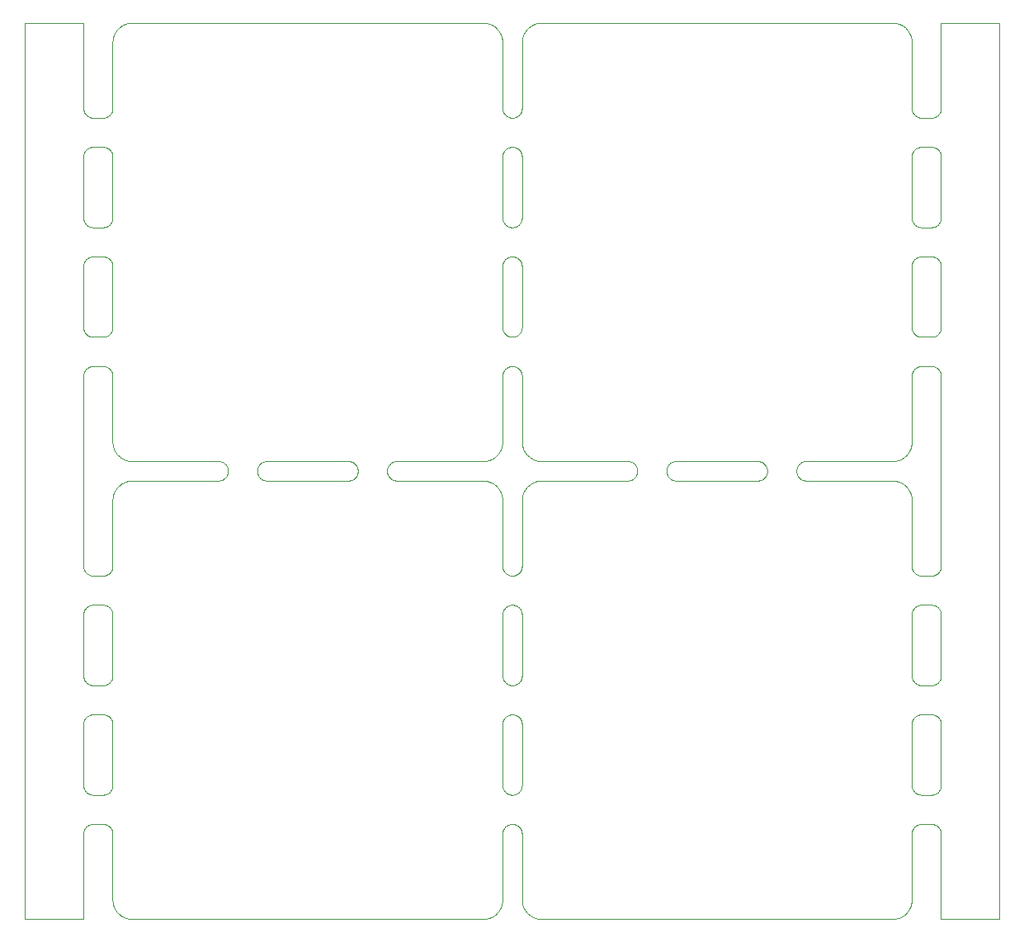
<source format=gbr>
%TF.GenerationSoftware,KiCad,Pcbnew,(6.0.11)*%
%TF.CreationDate,2023-02-14T10:41:56+13:00*%
%TF.ProjectId,shield_panel,73686965-6c64-45f7-9061-6e656c2e6b69,rev?*%
%TF.SameCoordinates,Original*%
%TF.FileFunction,Profile,NP*%
%FSLAX46Y46*%
G04 Gerber Fmt 4.6, Leading zero omitted, Abs format (unit mm)*
G04 Created by KiCad (PCBNEW (6.0.11)) date 2023-02-14 10:41:56*
%MOMM*%
%LPD*%
G01*
G04 APERTURE LIST*
%TA.AperFunction,Profile*%
%ADD10C,0.100000*%
%TD*%
G04 APERTURE END LIST*
D10*
X24296416Y-59047227D02*
X24309546Y-59068292D01*
X67684924Y-106974743D02*
X67709460Y-106978501D01*
X23433278Y-27845053D02*
X23476681Y-27866900D01*
X39582783Y-60029671D02*
X39630194Y-60019025D01*
X52209298Y-60702619D02*
X52224540Y-60656480D01*
X104610713Y-106904181D02*
X104682623Y-106879601D01*
X108560012Y-47083152D02*
X108518960Y-47109148D01*
X23297380Y-74792631D02*
X23343519Y-74807874D01*
X108989281Y-46405262D02*
X108980974Y-46453138D01*
X39195285Y-61775278D02*
X39158491Y-61743539D01*
X24765969Y-62426453D02*
X24707072Y-62474477D01*
X106042631Y-82297380D02*
X106029671Y-82250549D01*
X23343519Y-27807874D02*
X23388855Y-27825362D01*
X35393346Y-61833152D02*
X35352293Y-61859148D01*
X52361493Y-61599740D02*
X52333514Y-61560012D01*
X64656480Y-94192125D02*
X64611144Y-94174637D01*
X21019025Y-86796861D02*
X21029671Y-86749450D01*
X23883099Y-50773318D02*
X23904946Y-50816721D01*
X63703583Y-106047227D02*
X63703715Y-106047010D01*
X105293121Y-106525359D02*
X105311954Y-106509190D01*
X23058576Y-71748804D02*
X23009877Y-71750000D01*
X109000559Y-15006917D02*
X109000416Y-15007387D01*
X23957368Y-86702619D02*
X23970328Y-86749450D01*
X25317138Y-62120483D02*
X25293861Y-62129103D01*
X108476681Y-97366900D02*
X108518960Y-97390851D01*
X21400259Y-74944826D02*
X21439987Y-74916847D01*
X39273320Y-60166847D02*
X39314373Y-60140851D01*
X104214651Y-59988166D02*
X104214903Y-59988138D01*
X64194826Y-24349740D02*
X64166847Y-24310012D01*
X64116900Y-39523318D02*
X64140851Y-39481039D01*
X66411102Y-15785796D02*
X66410950Y-15785998D01*
X104088634Y-62002246D02*
X104006331Y-62000160D01*
X63440804Y-59386710D02*
X63457906Y-59368719D01*
X106796861Y-50269025D02*
X106844737Y-50260718D01*
X35692482Y-60481039D02*
X35716432Y-60523318D01*
X104189704Y-62009299D02*
X104113930Y-62003528D01*
X114991169Y-15000129D02*
X114990681Y-15000081D01*
X23924637Y-24138855D02*
X23904946Y-24183278D01*
X81195285Y-61775278D02*
X81158491Y-61743539D01*
X108599740Y-97444826D02*
X108638047Y-97474721D01*
X65833152Y-50689987D02*
X65859148Y-50731039D01*
X21481039Y-97390851D02*
X21523318Y-97366900D01*
X66867831Y-59648356D02*
X66868041Y-59648498D01*
X66120398Y-63317376D02*
X66095818Y-63389286D01*
X108942125Y-93593519D02*
X108924637Y-93638855D01*
X105996487Y-16886322D02*
X105996471Y-16886069D01*
X21796861Y-86019025D02*
X21844737Y-86010718D01*
X104414937Y-106956196D02*
X104488964Y-106939017D01*
X106224721Y-24388047D02*
X106194826Y-24349740D01*
X65775278Y-93888047D02*
X65743539Y-93924841D01*
X104891791Y-59789858D02*
X104892017Y-59789743D01*
X104959598Y-62245561D02*
X104959375Y-62245441D01*
X23743539Y-39325158D02*
X23775278Y-39361952D01*
X65476681Y-82883099D02*
X65433278Y-82904946D01*
X104290539Y-62021498D02*
X104290288Y-62021462D01*
X77716432Y-61476681D02*
X77692482Y-61518960D01*
X39774756Y-61998804D02*
X39726296Y-61995229D01*
X35638506Y-61599740D02*
X35608611Y-61638047D01*
X65638047Y-50474721D02*
X65674841Y-50506460D01*
X108775278Y-71388047D02*
X108743539Y-71424841D01*
X77832137Y-61058576D02*
X77828563Y-61107036D01*
X67130723Y-59800898D02*
X67199776Y-59832626D01*
X64194826Y-75150259D02*
X64224721Y-75111952D01*
X23942125Y-24093519D02*
X23924637Y-24138855D01*
X64844737Y-47239281D02*
X64796861Y-47230974D01*
X24257733Y-16018478D02*
X24257607Y-16018698D01*
X62489210Y-62061042D02*
X62488964Y-62060982D01*
X114993997Y-15000912D02*
X114993544Y-15000724D01*
X48599944Y-61904946D02*
X48555522Y-61924637D01*
X24309546Y-59068292D02*
X24309682Y-59068505D01*
X64844737Y-50260718D02*
X64892963Y-50254770D01*
X25293861Y-15129103D02*
X25293624Y-15129194D01*
X52196338Y-60749450D02*
X52209298Y-60702619D01*
X80974184Y-60481039D02*
X81000180Y-60439987D01*
X63457906Y-106368719D02*
X63458078Y-106368533D01*
X63573545Y-59234030D02*
X63573703Y-59233831D01*
X62891791Y-59789858D02*
X62892017Y-59789743D01*
X67107982Y-106789743D02*
X67108208Y-106789858D01*
X64256460Y-50575158D02*
X64289966Y-50539966D01*
X108107036Y-82995229D02*
X108058576Y-82998804D01*
X108009877Y-74750000D02*
X108058576Y-74751195D01*
X23942125Y-46593519D02*
X23924637Y-46638855D01*
X21289966Y-75039966D02*
X21325158Y-75006460D01*
X24351643Y-15867831D02*
X24351501Y-15868041D01*
X25040624Y-106754558D02*
X25107982Y-106789743D01*
X108833152Y-71310012D02*
X108805173Y-71349740D01*
X104088887Y-106997744D02*
X104113677Y-106996487D01*
X62189704Y-106990700D02*
X62189957Y-106990678D01*
X65957368Y-82297380D02*
X65942125Y-82343519D01*
X106004770Y-35107036D02*
X106001195Y-35058576D01*
X65924637Y-86611144D02*
X65942125Y-86656480D01*
X65710033Y-71460033D02*
X65674841Y-71493539D01*
X64004770Y-35107036D02*
X64001195Y-35058576D01*
X23250549Y-24720328D02*
X23203138Y-24730974D01*
X109007387Y-15000416D02*
X109006917Y-15000559D01*
X106001195Y-46308576D02*
X106000000Y-46259877D01*
X63047227Y-59703583D02*
X63068292Y-59690453D01*
X64166847Y-50689987D02*
X64194826Y-50650259D01*
X108710033Y-35710033D02*
X108674841Y-35743539D01*
X65203138Y-50269025D02*
X65250549Y-50279671D01*
X23970328Y-82250549D02*
X23957368Y-82297380D01*
X23970328Y-97999450D02*
X23980974Y-98046861D01*
X24542093Y-62631280D02*
X24541921Y-62631465D01*
X23388855Y-71674637D02*
X23343519Y-71692125D01*
X106000000Y-82009877D02*
X106000000Y-75740122D01*
X66000158Y-58006205D02*
X66000160Y-58006331D01*
X23957368Y-46547380D02*
X23942125Y-46593519D01*
X65924637Y-93638855D02*
X65904946Y-93683278D01*
X21566721Y-86095053D02*
X21611144Y-86075362D01*
X66490976Y-106312145D02*
X66541921Y-106368533D01*
X24025256Y-16684924D02*
X24021497Y-16709460D01*
X23924637Y-46638855D02*
X23904946Y-46683278D01*
X21325158Y-50506460D02*
X21361952Y-50474721D01*
X23560012Y-86166847D02*
X23599740Y-86194826D01*
X63233831Y-15426296D02*
X63214203Y-15411102D01*
X106289966Y-50539966D02*
X106325158Y-50506460D01*
X63988138Y-16785096D02*
X63978537Y-16709711D01*
X114999583Y-15007387D02*
X114999440Y-15006917D01*
X108343519Y-94192125D02*
X108297380Y-94207368D01*
X105870804Y-105706375D02*
X105870895Y-105706138D01*
X108743539Y-93924841D02*
X108710033Y-93960033D01*
X108805173Y-46849740D02*
X108775278Y-46888047D01*
X104891791Y-15210141D02*
X104869505Y-15199210D01*
X65805173Y-86400259D02*
X65833152Y-86439987D01*
X105690453Y-106068292D02*
X105703583Y-106047227D01*
X66410950Y-62785998D02*
X66365970Y-62847252D01*
X49025815Y-61518960D02*
X48999819Y-61560012D01*
X63458078Y-59368533D02*
X63509023Y-59312145D01*
X24351501Y-106131958D02*
X24351643Y-106132168D01*
X66000158Y-105006205D02*
X66000160Y-105006331D01*
X25018478Y-62257733D02*
X24952989Y-62296284D01*
X24025256Y-58315075D02*
X24025298Y-58315325D01*
X108388855Y-47174637D02*
X108343519Y-47192125D01*
X64004770Y-98142963D02*
X64010718Y-98094737D01*
X63999999Y-57993792D02*
X64000000Y-57993666D01*
X23297380Y-39042631D02*
X23343519Y-39057874D01*
X25130494Y-62199210D02*
X25108208Y-62210141D01*
X105293121Y-15474640D02*
X105292926Y-15474478D01*
X114999918Y-15009318D02*
X114999870Y-15008830D01*
X23518960Y-82859148D02*
X23476681Y-82883099D01*
X65743539Y-97575158D02*
X65775278Y-97611952D01*
X91165471Y-60941423D02*
X91166666Y-60990122D01*
X108058576Y-35998804D02*
X108009877Y-36000000D01*
X64702619Y-50292631D02*
X64749450Y-50279671D01*
X21289966Y-82710033D02*
X21256460Y-82674841D01*
X25222818Y-62157481D02*
X25200008Y-62167270D01*
X21481039Y-86140851D02*
X21523318Y-86116900D01*
X21892963Y-27754770D02*
X21941423Y-27751195D01*
X81823456Y-62000000D02*
X81774756Y-61998804D01*
X67199776Y-59832626D02*
X67200008Y-59832729D01*
X77433073Y-60194826D02*
X77471380Y-60224721D01*
X65107036Y-39004770D02*
X65155262Y-39010718D01*
X108250549Y-71720328D02*
X108203138Y-71730974D01*
X108883099Y-75273318D02*
X108904946Y-75316721D01*
X104189704Y-15009299D02*
X104113930Y-15003528D01*
X67199776Y-15167373D02*
X67130722Y-15199101D01*
X39123299Y-60289966D02*
X39158491Y-60256460D01*
X15000724Y-106993544D02*
X15000912Y-106993997D01*
X63961294Y-58390127D02*
X63974701Y-58315325D01*
X21001195Y-51191423D02*
X21004770Y-51142963D01*
X66021497Y-16709460D02*
X66021462Y-16709711D01*
X114996477Y-106997517D02*
X114996840Y-106997188D01*
X108883099Y-24226681D02*
X108859148Y-24268960D01*
X21990122Y-27750000D02*
X23009877Y-27750000D01*
X106361952Y-71525278D02*
X106325158Y-71493539D01*
X108775278Y-82638047D02*
X108743539Y-82674841D01*
X109009318Y-106999918D02*
X109009809Y-106999942D01*
X105879601Y-105682623D02*
X105904181Y-105610713D01*
X24120398Y-63317376D02*
X24095818Y-63389286D01*
X63996487Y-63886322D02*
X63996487Y-63886322D01*
X23518960Y-39140851D02*
X23560012Y-39166847D01*
X64001195Y-28691423D02*
X64004770Y-28642963D01*
X106611144Y-27825362D02*
X106656480Y-27807874D01*
X114997517Y-15003522D02*
X114997188Y-15003159D01*
X65343519Y-27807874D02*
X65388855Y-27825362D01*
X67317376Y-62120398D02*
X67317138Y-62120483D01*
X24060982Y-105488964D02*
X24061042Y-105489210D01*
X64256460Y-93924841D02*
X64224721Y-93888047D01*
X64000000Y-75740122D02*
X64001195Y-75691423D01*
X21892963Y-82995229D02*
X21844737Y-82989281D01*
X67486515Y-59932669D02*
X67486759Y-59932735D01*
X24847252Y-106634028D02*
X24847458Y-106634176D01*
X67040624Y-106754558D02*
X67107982Y-106789743D01*
X114996097Y-106997829D02*
X114996477Y-106997517D01*
X67911112Y-59997744D02*
X67911365Y-59997753D01*
X105978537Y-105290288D02*
X105988138Y-105214903D01*
X25911112Y-15002255D02*
X25886322Y-15003512D01*
X66002246Y-63911365D02*
X66000160Y-63993668D01*
X63870895Y-16293861D02*
X63870804Y-16293624D01*
X105292926Y-59525521D02*
X105293121Y-59525359D01*
X66474478Y-59292926D02*
X66474640Y-59293121D01*
X104892017Y-15210256D02*
X104891791Y-15210141D01*
X62088634Y-15002246D02*
X62006331Y-15000160D01*
X23155262Y-97260718D02*
X23203138Y-97269025D01*
X104959375Y-15245441D02*
X104892017Y-15210256D01*
X104706138Y-62129104D02*
X104682861Y-62120483D01*
X66847252Y-59634028D02*
X66847458Y-59634176D01*
X24365971Y-106152747D02*
X24410950Y-106214000D01*
X65518960Y-71609148D02*
X65476681Y-71633099D01*
X24542093Y-59368719D02*
X24559195Y-59386710D01*
X23743539Y-75075158D02*
X23775278Y-75111952D01*
X106439987Y-47083152D02*
X106400259Y-47055173D01*
X35393346Y-60166847D02*
X35433073Y-60194826D01*
X104610713Y-59904181D02*
X104682623Y-59879601D01*
X25684674Y-62025298D02*
X25609872Y-62038704D01*
X106004770Y-98142963D02*
X106010718Y-98094737D01*
X106010718Y-39844737D02*
X106019025Y-39796861D01*
X106439987Y-71583152D02*
X106400259Y-71555173D01*
X64990122Y-86000000D02*
X65009877Y-86000000D01*
X63990700Y-63810295D02*
X63990678Y-63810042D01*
X65998804Y-82058576D02*
X65995229Y-82107036D01*
X24707073Y-106525521D02*
X24765969Y-106573545D01*
X48685626Y-61859148D02*
X48643348Y-61883099D01*
X35716432Y-60523318D02*
X35738280Y-60566721D01*
X48685626Y-60140851D02*
X48726679Y-60166847D01*
X105368533Y-62541921D02*
X105312145Y-62490976D01*
X65155262Y-74760718D02*
X65203138Y-74769025D01*
X105440804Y-15613289D02*
X105440627Y-15613108D01*
X108970328Y-97999450D02*
X108980974Y-98046861D01*
X77638506Y-60400259D02*
X77666485Y-60439987D01*
X106439987Y-35833152D02*
X106400259Y-35805173D01*
X25911365Y-62002246D02*
X25911112Y-62002255D01*
X62214903Y-106988138D02*
X62290288Y-106978537D01*
X65599740Y-74944826D02*
X65638047Y-74974721D01*
X62959598Y-59754438D02*
X62981301Y-59742392D01*
X23433278Y-97345053D02*
X23476681Y-97366900D01*
X24309682Y-15931493D02*
X24309545Y-15931707D01*
X63990678Y-58189957D02*
X63990700Y-58189704D01*
X104610472Y-15095740D02*
X104586789Y-15088309D01*
X104488964Y-59939017D02*
X104489210Y-59938957D01*
X77757971Y-60611144D02*
X77775459Y-60656480D01*
X108710033Y-46960033D02*
X108674841Y-46993539D01*
X39000180Y-61560012D02*
X38974184Y-61518960D01*
X15000297Y-106992136D02*
X15000416Y-106992612D01*
X64702619Y-94207368D02*
X64656480Y-94192125D01*
X23710033Y-97539966D02*
X23743539Y-97575158D01*
X77608611Y-60361952D02*
X77638506Y-60400259D01*
X105509190Y-106311954D02*
X105525359Y-106293121D01*
X20997188Y-15003159D02*
X20996840Y-15002811D01*
X95108089Y-60001195D02*
X95156789Y-60000000D01*
X106796861Y-82980974D02*
X106749450Y-82970328D01*
X66025298Y-58315325D02*
X66038705Y-58390127D01*
X63974701Y-16684674D02*
X63961294Y-16609872D01*
X64042631Y-93547380D02*
X64029671Y-93500549D01*
X48417216Y-60029671D02*
X48464047Y-60042631D01*
X108998804Y-82058576D02*
X108995229Y-82107036D01*
X20987727Y-107000000D02*
X20987972Y-106999996D01*
X64481039Y-94109148D02*
X64439987Y-94083152D01*
X23388855Y-97325362D02*
X23433278Y-97345053D01*
X35576872Y-61674841D02*
X35543366Y-61710033D01*
X66868041Y-59648498D02*
X66931494Y-59690317D01*
X105047227Y-15296416D02*
X105047010Y-15296284D01*
X15008830Y-106999870D02*
X15009318Y-106999918D01*
X21004770Y-98142963D02*
X21010718Y-98094737D01*
X63634028Y-106152747D02*
X63634176Y-106152541D01*
X21481039Y-82859148D02*
X21439987Y-82833152D01*
X24000158Y-63993794D02*
X24000000Y-64006207D01*
X64481039Y-27890851D02*
X64523318Y-27866900D01*
X24210141Y-105891791D02*
X24210256Y-105892017D01*
X63978501Y-63709460D02*
X63974743Y-63684924D01*
X90321929Y-61989281D02*
X90273703Y-61995229D01*
X24631280Y-15542093D02*
X24613289Y-15559195D01*
X24129195Y-105706375D02*
X24157385Y-105776947D01*
X104981301Y-62257607D02*
X104959598Y-62245561D01*
X63152747Y-62365971D02*
X63152541Y-62365823D01*
X62981301Y-62257607D02*
X62959598Y-62245561D01*
X108638047Y-94025278D02*
X108599740Y-94055173D01*
X81158491Y-61743539D02*
X81123299Y-61710033D01*
X106042631Y-75452619D02*
X106057874Y-75406480D01*
X63789743Y-63107982D02*
X63754558Y-63040624D01*
X108942125Y-75406480D02*
X108957368Y-75452619D01*
X108743539Y-97575158D02*
X108775278Y-97611952D01*
X108995229Y-70857036D02*
X108989281Y-70905262D01*
X65107036Y-94245229D02*
X65058576Y-94248804D01*
X21166847Y-46810012D02*
X21140851Y-46768960D01*
X64523318Y-97366900D02*
X64566721Y-97345053D01*
X65388855Y-39075362D02*
X65433278Y-39095053D01*
X24120398Y-16317376D02*
X24095818Y-16389286D01*
X104959598Y-59754438D02*
X104981301Y-59742392D01*
X65638047Y-86224721D02*
X65674841Y-86256460D01*
X64140851Y-39481039D02*
X64166847Y-39439987D01*
X21566721Y-94154946D02*
X21523318Y-94133099D01*
X63457906Y-15631280D02*
X63440804Y-15613289D01*
X38863005Y-61250549D02*
X38852358Y-61203138D01*
X80852358Y-61203138D02*
X80844051Y-61155262D01*
X20999087Y-106993997D02*
X20999275Y-106993544D01*
X65433278Y-97345053D02*
X65476681Y-97366900D01*
X108904946Y-46683278D02*
X108883099Y-46726681D01*
X21611144Y-47174637D02*
X21566721Y-47154946D01*
X105988138Y-16785096D02*
X105978537Y-16709711D01*
X106166847Y-86439987D02*
X106194826Y-86400259D01*
X21656480Y-71692125D02*
X21611144Y-71674637D01*
X25108208Y-15210141D02*
X25107982Y-15210256D01*
X64844737Y-82989281D02*
X64796861Y-82980974D01*
X64656480Y-97307874D02*
X64702619Y-97292631D01*
X66613289Y-15559195D02*
X66613107Y-15559372D01*
X63386710Y-106440804D02*
X63386891Y-106440627D01*
X39535952Y-60042631D02*
X39582783Y-60029671D01*
X104892017Y-59789743D02*
X104959375Y-59754558D01*
X63292926Y-59525521D02*
X63293121Y-59525359D01*
X63047010Y-106703715D02*
X63047227Y-106703583D01*
X63131958Y-62351501D02*
X63068505Y-62309682D01*
X21844737Y-24739281D02*
X21796861Y-24730974D01*
X66003528Y-63886069D02*
X66003512Y-63886322D01*
X25585309Y-15043749D02*
X25585062Y-15043803D01*
X21844737Y-47239281D02*
X21796861Y-47230974D01*
X66088309Y-105586789D02*
X66095740Y-105610472D01*
X106844737Y-71739281D02*
X106796861Y-71730974D01*
X64057874Y-71093519D02*
X64042631Y-71047380D01*
X67413453Y-106911763D02*
X67486515Y-106932669D01*
X15000559Y-15006917D02*
X15000416Y-15007387D01*
X105292926Y-15474478D02*
X105234030Y-15426454D01*
X67810042Y-62009321D02*
X67785348Y-62011832D01*
X108343519Y-47192125D02*
X108297380Y-47207368D01*
X21400259Y-35805173D02*
X21361952Y-35775278D01*
X63870804Y-58706375D02*
X63870895Y-58706138D01*
X24095818Y-16389286D02*
X24095739Y-16389526D01*
X109000000Y-15012272D02*
X109000000Y-23759877D01*
X108250549Y-35970328D02*
X108203138Y-35980974D01*
X104414937Y-59956196D02*
X104488964Y-59939017D01*
X24766168Y-59573703D02*
X24785796Y-59588897D01*
X104088887Y-62002255D02*
X104088634Y-62002246D01*
X63932735Y-105513240D02*
X63938957Y-105489210D01*
X65924637Y-82388855D02*
X65904946Y-82433278D01*
X65970328Y-86749450D02*
X65980974Y-86796861D01*
X26006333Y-107000000D02*
X61993666Y-107000000D01*
X21892963Y-86004770D02*
X21941423Y-86001195D01*
X23805173Y-46849740D02*
X23775278Y-46888047D01*
X21325158Y-35743539D02*
X21289966Y-35710033D01*
X108518960Y-35859148D02*
X108476681Y-35883099D01*
X24043803Y-16585062D02*
X24043749Y-16585309D01*
X63047010Y-15296284D02*
X62981521Y-15257733D01*
X108250549Y-47220328D02*
X108203138Y-47230974D01*
X63214203Y-106588897D02*
X63233831Y-106573703D01*
X65343519Y-39057874D02*
X65388855Y-39075362D01*
X109000129Y-106991169D02*
X109000201Y-106991655D01*
X52167862Y-60941423D02*
X52171436Y-60892963D01*
X94647706Y-61859148D02*
X94606653Y-61833152D01*
X23599740Y-86194826D02*
X23638047Y-86224721D01*
X108998804Y-28691423D02*
X109000000Y-28740122D01*
X64000000Y-35009877D02*
X64000000Y-28740122D01*
X108388855Y-39075362D02*
X108433278Y-39095053D01*
X63742392Y-63018698D02*
X63742266Y-63018478D01*
X66613289Y-62559195D02*
X66613107Y-62559372D01*
X24309546Y-106068292D02*
X24309682Y-106068505D01*
X66000000Y-93259877D02*
X65998804Y-93308576D01*
X64941423Y-71748804D02*
X64892963Y-71745229D01*
X109002482Y-15003522D02*
X109002170Y-15003902D01*
X106702619Y-94207368D02*
X106656480Y-94192125D01*
X24000000Y-82009877D02*
X23998804Y-82058576D01*
X63911690Y-16413210D02*
X63904259Y-16389527D01*
X108058576Y-47248804D02*
X108009877Y-47250000D01*
X23518960Y-71609148D02*
X23476681Y-71633099D01*
X64166847Y-93810012D02*
X64140851Y-93768960D01*
X105938957Y-105489210D02*
X105939017Y-105488964D01*
X66003528Y-58113930D02*
X66009299Y-58189704D01*
X62981521Y-106742266D02*
X63047010Y-106703715D01*
X63292926Y-15474478D02*
X63234030Y-15426454D01*
X90766407Y-60194826D02*
X90804714Y-60224721D01*
X21361952Y-97474721D02*
X21400259Y-97444826D01*
X65995229Y-70857036D02*
X65989281Y-70905262D01*
X65998804Y-86941423D02*
X66000000Y-86990122D01*
X23250549Y-39029671D02*
X23297380Y-39042631D01*
X90999819Y-60439987D02*
X91025815Y-60481039D01*
X108995229Y-35107036D02*
X108989281Y-35155262D01*
X105932735Y-105513240D02*
X105938957Y-105489210D01*
X21000000Y-23759877D02*
X21000000Y-15012272D01*
X68006207Y-15000000D02*
X67993794Y-15000158D01*
X108980974Y-75546861D02*
X108989281Y-75594737D01*
X35352293Y-61859148D02*
X35310014Y-61883099D01*
X65805173Y-71349740D02*
X65775278Y-71388047D01*
X24631280Y-106457906D02*
X24631466Y-106458078D01*
X26006333Y-62000000D02*
X26006207Y-62000000D01*
X81630194Y-61980974D02*
X81582783Y-61970328D01*
X62315325Y-59974701D02*
X62390127Y-59961294D01*
X106095053Y-71183278D02*
X106075362Y-71138855D01*
X64990122Y-94250000D02*
X64941423Y-94248804D01*
X104799991Y-62167270D02*
X104777181Y-62157481D01*
X23560012Y-97416847D02*
X23599740Y-97444826D01*
X105990700Y-63810295D02*
X105990678Y-63810042D01*
X108674841Y-93993539D02*
X108638047Y-94025278D01*
X21702619Y-39042631D02*
X21749450Y-39029671D01*
X66785999Y-59589049D02*
X66847252Y-59634028D01*
X65883099Y-97773318D02*
X65904946Y-97816721D01*
X63999841Y-16993794D02*
X63999839Y-16993668D01*
X106194826Y-82599740D02*
X106166847Y-82560012D01*
X67018478Y-106742266D02*
X67018698Y-106742392D01*
X64361952Y-47025278D02*
X64325158Y-46993539D01*
X108297380Y-47207368D02*
X108250549Y-47220328D01*
X109005558Y-15001122D02*
X109005125Y-15001353D01*
X21400259Y-97444826D02*
X21439987Y-97416847D01*
X104799991Y-15167270D02*
X104777181Y-15157481D01*
X24867831Y-106648356D02*
X24868041Y-106648498D01*
X21361952Y-94025278D02*
X21325158Y-93993539D01*
X63956250Y-58414690D02*
X63961246Y-58390376D01*
X23297380Y-94207368D02*
X23250549Y-94220328D01*
X23203138Y-94230974D02*
X23155262Y-94239281D01*
X108859148Y-86481039D02*
X108883099Y-86523318D01*
X23433278Y-35904946D02*
X23388855Y-35924637D01*
X66025256Y-105315075D02*
X66025298Y-105315325D01*
X66474640Y-15706878D02*
X66474477Y-15707072D01*
X77666485Y-60439987D02*
X77692482Y-60481039D01*
X62315325Y-106974701D02*
X62390127Y-106961294D01*
X63634176Y-62847458D02*
X63634028Y-62847252D01*
X65980974Y-82203138D02*
X65970328Y-82250549D01*
X105800898Y-16130723D02*
X105800789Y-16130494D01*
X24365970Y-62847252D02*
X24365823Y-62847458D01*
X21256460Y-46924841D02*
X21224721Y-46888047D01*
X21075362Y-46638855D02*
X21057874Y-46593519D01*
X63368719Y-59457906D02*
X63386710Y-59440804D01*
X106361952Y-74974721D02*
X106400259Y-74944826D01*
X106140851Y-82518960D02*
X106116900Y-82476681D01*
X67486759Y-62067263D02*
X67486515Y-62067330D01*
X106566721Y-35904946D02*
X106523318Y-35883099D01*
X64566721Y-47154946D02*
X64523318Y-47133099D01*
X21361952Y-86224721D02*
X21400259Y-86194826D01*
X90176543Y-60000000D02*
X90225243Y-60001195D01*
X109002170Y-15003902D02*
X109001878Y-15004296D01*
X63233831Y-106573703D02*
X63234030Y-106573545D01*
X65743539Y-50575158D02*
X65775278Y-50611952D01*
X64166847Y-39439987D02*
X64194826Y-39400259D01*
X65942125Y-97906480D02*
X65957368Y-97952619D01*
X105525359Y-62706878D02*
X105509190Y-62688045D01*
X103993792Y-106999999D02*
X104006205Y-106999841D01*
X106001195Y-51191423D02*
X106004770Y-51142963D01*
X23859148Y-46768960D02*
X23833152Y-46810012D01*
X64042631Y-71047380D02*
X64029671Y-71000549D01*
X25709460Y-62021497D02*
X25684924Y-62025256D01*
X67018698Y-15257607D02*
X67018478Y-15257733D01*
X64361952Y-74974721D02*
X64400259Y-74944826D01*
X108433278Y-27845053D02*
X108476681Y-27866900D01*
X106224721Y-71388047D02*
X106194826Y-71349740D01*
X38875965Y-60702619D02*
X38891207Y-60656480D01*
X63939017Y-16511035D02*
X63938957Y-16510789D01*
X108883099Y-82476681D02*
X108859148Y-82518960D01*
X108710033Y-71460033D02*
X108674841Y-71493539D01*
X65599740Y-97444826D02*
X65638047Y-97474721D01*
X24088236Y-16413453D02*
X24067330Y-16486515D01*
X65957368Y-86702619D02*
X65970328Y-86749450D01*
X106004770Y-46357036D02*
X106001195Y-46308576D01*
X20995295Y-15001605D02*
X20994874Y-15001353D01*
X24009321Y-16810042D02*
X24009299Y-16810295D01*
X63996487Y-16886322D02*
X63996471Y-16886069D01*
X66766167Y-62426296D02*
X66765969Y-62426453D01*
X104682861Y-59879516D02*
X104706138Y-59870895D01*
X109009809Y-106999942D02*
X109012027Y-106999996D01*
X108388855Y-27825362D02*
X108433278Y-27845053D01*
X67223052Y-106842614D02*
X67293624Y-106870804D01*
X114998121Y-106995703D02*
X114998394Y-106995295D01*
X23883099Y-28273318D02*
X23904946Y-28316721D01*
X64057874Y-46593519D02*
X64042631Y-46547380D01*
X21523318Y-35883099D02*
X21481039Y-35859148D01*
X64224721Y-82638047D02*
X64194826Y-82599740D01*
X105990678Y-63810042D02*
X105988166Y-63785348D01*
X105525521Y-106292926D02*
X105573545Y-106234030D01*
X94283567Y-60523318D02*
X94307517Y-60481039D01*
X105440627Y-59386891D02*
X105440804Y-59386710D01*
X105573703Y-15766168D02*
X105573545Y-15765969D01*
X106439987Y-24583152D02*
X106400259Y-24555173D01*
X66000000Y-35009877D02*
X65998804Y-35058576D01*
X23250549Y-94220328D02*
X23203138Y-94230974D01*
X90555522Y-60075362D02*
X90599944Y-60095053D01*
X24002246Y-16911365D02*
X24000160Y-16993668D01*
X20998394Y-106995295D02*
X20998646Y-106994874D01*
X81678070Y-61989281D02*
X81630194Y-61980974D01*
X63800789Y-105869505D02*
X63800898Y-105869276D01*
X108599740Y-50444826D02*
X108638047Y-50474721D01*
X21892963Y-35995229D02*
X21844737Y-35989281D01*
X80834528Y-60941423D02*
X80838103Y-60892963D01*
X64000000Y-17006333D02*
X63999999Y-17006207D01*
X105068292Y-106690453D02*
X105068505Y-106690317D01*
X63999999Y-64006207D02*
X63999841Y-63993794D01*
X109006917Y-15000559D02*
X109006455Y-15000724D01*
X106289966Y-28039966D02*
X106325158Y-28006460D01*
X49161896Y-60892963D02*
X49165471Y-60941423D01*
X63879601Y-58682623D02*
X63904181Y-58610713D01*
X63386710Y-62559195D02*
X63368719Y-62542093D01*
X24847252Y-59634028D02*
X24847458Y-59634176D01*
X65995229Y-28642963D02*
X65998804Y-28691423D01*
X94261719Y-60566721D02*
X94283567Y-60523318D01*
X48971839Y-60400259D02*
X48999819Y-60439987D01*
X24952772Y-15296415D02*
X24931707Y-15309545D01*
X21075362Y-50861144D02*
X21095053Y-50816721D01*
X63842518Y-63222818D02*
X63832729Y-63200008D01*
X23743539Y-35674841D02*
X23710033Y-35710033D01*
X64095053Y-86566721D02*
X64116900Y-86523318D01*
X105573545Y-62765969D02*
X105525521Y-62707073D01*
X66490976Y-62687854D02*
X66490808Y-62688044D01*
X67293624Y-59870804D02*
X67293861Y-59870895D01*
X53108089Y-60001195D02*
X53156789Y-60000000D01*
X106481039Y-39140851D02*
X106523318Y-39116900D01*
X65009877Y-94250000D02*
X64990122Y-94250000D01*
X66867831Y-62351643D02*
X66847458Y-62365823D01*
X108518960Y-47109148D02*
X108476681Y-47133099D01*
X77393346Y-60166847D02*
X77433073Y-60194826D01*
X66309682Y-15931493D02*
X66309545Y-15931707D01*
X65775278Y-35638047D02*
X65743539Y-35674841D01*
X94361493Y-60400259D02*
X94391388Y-60361952D01*
X23476681Y-27866900D02*
X23518960Y-27890851D01*
X24000000Y-35009877D02*
X23998804Y-35058576D01*
X104290288Y-62021462D02*
X104214903Y-62011861D01*
X24541921Y-62631465D02*
X24490976Y-62687854D01*
X23833152Y-39439987D02*
X23859148Y-39481039D01*
X64844737Y-24739281D02*
X64796861Y-24730974D01*
X105789743Y-58892017D02*
X105789858Y-58891791D01*
X109000559Y-106993082D02*
X109000724Y-106993544D01*
X65980974Y-75546861D02*
X65989281Y-75594737D01*
X64611144Y-97325362D02*
X64656480Y-97307874D01*
X67108208Y-15210141D02*
X67107982Y-15210256D01*
X106990122Y-50250000D02*
X108009877Y-50250000D01*
X23599740Y-71555173D02*
X23560012Y-71583152D01*
X39356651Y-60116900D02*
X39400055Y-60095053D01*
X63234030Y-106573545D02*
X63292926Y-106525521D01*
X63800789Y-16130494D02*
X63789858Y-16108208D01*
X63690453Y-59068292D02*
X63703583Y-59047227D01*
X91049766Y-61476681D02*
X91025815Y-61518960D01*
X23107036Y-47245229D02*
X23058576Y-47248804D01*
X64892963Y-24745229D02*
X64844737Y-24739281D01*
X62390127Y-106961294D02*
X62390376Y-106961246D01*
X106224721Y-93888047D02*
X106194826Y-93849740D01*
X24296284Y-62952989D02*
X24257733Y-63018478D01*
X94224540Y-60656480D02*
X94242028Y-60611144D01*
X63368533Y-59458078D02*
X63368719Y-59457906D01*
X108343519Y-27807874D02*
X108388855Y-27825362D01*
X80833333Y-61009877D02*
X80833333Y-60990122D01*
X48555522Y-61924637D02*
X48510186Y-61942125D01*
X64656480Y-71692125D02*
X64611144Y-71674637D01*
X23476681Y-50366900D02*
X23518960Y-50390851D01*
X25223052Y-106842614D02*
X25293624Y-106870804D01*
X114999275Y-15006455D02*
X114999087Y-15006002D01*
X21019025Y-93453138D02*
X21010718Y-93405262D01*
X23599740Y-50444826D02*
X23638047Y-50474721D01*
X62610472Y-59904259D02*
X62610713Y-59904181D01*
X21439987Y-74916847D02*
X21481039Y-74890851D01*
X62214903Y-59988138D02*
X62290288Y-59978537D01*
X35310014Y-60116900D02*
X35352293Y-60140851D01*
X66410950Y-15785998D02*
X66365970Y-15847252D01*
X25389286Y-15095818D02*
X25317376Y-15120398D01*
X25130723Y-59800898D02*
X25199776Y-59832626D01*
X63525359Y-15706878D02*
X63509190Y-15688045D01*
X104088634Y-59997753D02*
X104088887Y-59997744D01*
X108560012Y-94083152D02*
X108518960Y-94109148D01*
X21796861Y-82980974D02*
X21749450Y-82970328D01*
X23058576Y-82998804D02*
X23009877Y-83000000D01*
X67810042Y-59990678D02*
X67810295Y-59990700D01*
X67293624Y-106870804D02*
X67293861Y-106870895D01*
X65942125Y-35343519D02*
X65924637Y-35388855D01*
X23560012Y-74916847D02*
X23599740Y-74944826D01*
X21796861Y-97269025D02*
X21844737Y-97260718D01*
X94391388Y-61638047D02*
X94361493Y-61599740D01*
X21325158Y-24493539D02*
X21289966Y-24460033D01*
X66490976Y-59312145D02*
X66541921Y-59368533D01*
X23980974Y-35203138D02*
X23970328Y-35250549D01*
X48766407Y-60194826D02*
X48804714Y-60224721D01*
X66067330Y-16486515D02*
X66067263Y-16486759D01*
X106075362Y-97861144D02*
X106095053Y-97816721D01*
X15000201Y-106991655D02*
X15000297Y-106992136D01*
X104113930Y-62003528D02*
X104113677Y-62003512D01*
X63703715Y-106047010D02*
X63742266Y-105981521D01*
X66613108Y-106440627D02*
X66613289Y-106440804D01*
X66613108Y-59440627D02*
X66613289Y-59440804D01*
X21166847Y-39439987D02*
X21194826Y-39400259D01*
X65970328Y-75499450D02*
X65980974Y-75546861D01*
X106656480Y-27807874D02*
X106702619Y-27792631D01*
X49071613Y-60566721D02*
X49091304Y-60611144D01*
X94361493Y-61599740D02*
X94333514Y-61560012D01*
X108859148Y-50731039D02*
X108883099Y-50773318D01*
X24707072Y-15474477D02*
X24706878Y-15474640D01*
X63879516Y-105682861D02*
X63879601Y-105682623D01*
X35543366Y-60289966D02*
X35576872Y-60325158D01*
X114993082Y-15000559D02*
X114992612Y-15000416D01*
X21400259Y-86194826D02*
X21439987Y-86166847D01*
X65388855Y-35924637D02*
X65343519Y-35942125D01*
X64116900Y-46726681D02*
X64095053Y-46683278D01*
X66000000Y-46259877D02*
X65998804Y-46308576D01*
X23433278Y-50345053D02*
X23476681Y-50366900D01*
X106010718Y-35155262D02*
X106004770Y-35107036D01*
X24095740Y-105610472D02*
X24095818Y-105610713D01*
X48941944Y-61638047D02*
X48910206Y-61674841D01*
X65998804Y-46308576D02*
X65995229Y-46357036D01*
X106166847Y-28189987D02*
X106194826Y-28150259D01*
X67486759Y-15067263D02*
X67486515Y-15067330D01*
X104869505Y-62199210D02*
X104869276Y-62199101D01*
X35083882Y-61970328D02*
X35036472Y-61980974D01*
X66410950Y-106214000D02*
X66411102Y-106214203D01*
X20995703Y-15001878D02*
X20995295Y-15001605D01*
X108743539Y-46924841D02*
X108710033Y-46960033D01*
X15000081Y-106990681D02*
X15000129Y-106991169D01*
X21749450Y-86029671D02*
X21796861Y-86019025D01*
X23775278Y-24388047D02*
X23743539Y-24424841D01*
X23998804Y-75691423D02*
X24000000Y-75740122D01*
X62290288Y-15021462D02*
X62214903Y-15011861D01*
X23009877Y-94250000D02*
X21990122Y-94250000D01*
X108155262Y-82989281D02*
X108107036Y-82995229D01*
X39028160Y-61599740D02*
X39000180Y-61560012D01*
X106325158Y-46993539D02*
X106289966Y-46960033D01*
X108433278Y-94154946D02*
X108388855Y-94174637D01*
X63312145Y-106509023D02*
X63368533Y-106458078D01*
X105588897Y-106214203D02*
X105589049Y-106214000D01*
X66199210Y-105869505D02*
X66210141Y-105891791D01*
X21019025Y-75546861D02*
X21029671Y-75499450D01*
X23989281Y-70905262D02*
X23980974Y-70953138D01*
X105754438Y-16040401D02*
X105742392Y-16018698D01*
X23250549Y-50279671D02*
X23297380Y-50292631D01*
X114992136Y-106999702D02*
X114992612Y-106999583D01*
X21057874Y-93593519D02*
X21042631Y-93547380D01*
X24129104Y-105706138D02*
X24129195Y-105706375D01*
X66061042Y-63510789D02*
X66060981Y-63511035D01*
X62088634Y-106997753D02*
X62088887Y-106997744D01*
X15009318Y-15000081D02*
X15008830Y-15000129D01*
X65998804Y-51191423D02*
X66000000Y-51240122D01*
X24411102Y-106214203D02*
X24426296Y-106233831D01*
X25684674Y-15025298D02*
X25609872Y-15038704D01*
X104706375Y-59870804D02*
X104776947Y-59842614D01*
X105509190Y-15688045D02*
X105509023Y-15687854D01*
X108155262Y-97260718D02*
X108203138Y-97269025D01*
X66426296Y-59233831D02*
X66426454Y-59234030D01*
X106057874Y-82343519D02*
X106042631Y-82297380D01*
X23805173Y-71349740D02*
X23775278Y-71388047D01*
X24490809Y-59311954D02*
X24490976Y-59312145D01*
X23775278Y-75111952D02*
X23805173Y-75150259D01*
X64001195Y-39941423D02*
X64004770Y-39892963D01*
X21004770Y-70857036D02*
X21001195Y-70808576D01*
X66199210Y-16130494D02*
X66199101Y-16130722D01*
X90941944Y-60361952D02*
X90971839Y-60400259D01*
X24120483Y-16317138D02*
X24120398Y-16317376D01*
X106481039Y-47109148D02*
X106439987Y-47083152D01*
X77083882Y-61970328D02*
X77036472Y-61980974D01*
X23942125Y-39656480D02*
X23957368Y-39702619D01*
X105648356Y-59132168D02*
X105648498Y-59131958D01*
X105904181Y-105610713D02*
X105904259Y-105610472D01*
X25223052Y-62157384D02*
X25222818Y-62157481D01*
X48321929Y-60010718D02*
X48369805Y-60019025D01*
X106057874Y-28406480D02*
X106075362Y-28361144D01*
X64010718Y-82155262D02*
X64004770Y-82107036D01*
X94528619Y-61775278D02*
X94491825Y-61743539D01*
X66061042Y-105489210D02*
X66067264Y-105513240D01*
X63588897Y-62785796D02*
X63573703Y-62766168D01*
X23998804Y-35058576D02*
X23995229Y-35107036D01*
X20999870Y-106991169D02*
X20999918Y-106990681D01*
X21224721Y-46888047D02*
X21194826Y-46849740D01*
X21941423Y-86001195D02*
X21990122Y-86000000D01*
X23942125Y-35343519D02*
X23924637Y-35388855D01*
X63386891Y-59440627D02*
X63440627Y-59386891D01*
X91071613Y-61433278D02*
X91049766Y-61476681D01*
X66351501Y-62868041D02*
X66309682Y-62931493D01*
X106749450Y-39029671D02*
X106796861Y-39019025D01*
X24613107Y-62559372D02*
X24559372Y-62613107D01*
X105634176Y-59152541D02*
X105648356Y-59132168D01*
X67130494Y-106800789D02*
X67130723Y-106800898D01*
X23989281Y-23905262D02*
X23980974Y-23953138D01*
X23883099Y-75273318D02*
X23904946Y-75316721D01*
X64000000Y-46259877D02*
X64000000Y-39990122D01*
X64075362Y-28361144D02*
X64095053Y-28316721D01*
X64224721Y-93888047D02*
X64194826Y-93849740D01*
X106796861Y-74769025D02*
X106844737Y-74760718D01*
X66765969Y-15426453D02*
X66707072Y-15474477D01*
X21611144Y-94174637D02*
X21566721Y-94154946D01*
X64095053Y-39566721D02*
X64116900Y-39523318D01*
X64010718Y-35155262D02*
X64004770Y-35107036D01*
X23107036Y-74754770D02*
X23155262Y-74760718D01*
X104869505Y-15199210D02*
X104869276Y-15199101D01*
X106566721Y-39095053D02*
X106611144Y-39075362D01*
X66199210Y-63130494D02*
X66199101Y-63130722D01*
X114997188Y-106996840D02*
X114997517Y-106996477D01*
X106224721Y-50611952D02*
X106256460Y-50575158D01*
X25413453Y-62088236D02*
X25413210Y-62088309D01*
X23980974Y-93453138D02*
X23970328Y-93500549D01*
X65599740Y-47055173D02*
X65560012Y-47083152D01*
X66631280Y-15542093D02*
X66613289Y-15559195D01*
X108476681Y-50366900D02*
X108518960Y-50390851D01*
X21325158Y-82743539D02*
X21289966Y-82710033D01*
X67886069Y-15003528D02*
X67810295Y-15009299D01*
X65155262Y-97260718D02*
X65203138Y-97269025D01*
X106042631Y-93547380D02*
X106029671Y-93500549D01*
X104706375Y-62129195D02*
X104706138Y-62129104D01*
X68006333Y-107000000D02*
X103993666Y-107000000D01*
X63789858Y-58891791D02*
X63800789Y-58869505D01*
X21010718Y-93405262D02*
X21004770Y-93357036D01*
X65957368Y-75452619D02*
X65970328Y-75499450D01*
X66490809Y-106311954D02*
X66490976Y-106312145D01*
X65476681Y-94133099D02*
X65433278Y-94154946D01*
X66351643Y-59132168D02*
X66365823Y-59152541D01*
X24847252Y-62365970D02*
X24785998Y-62410950D01*
X106892963Y-27754770D02*
X106941423Y-27751195D01*
X106029671Y-93500549D02*
X106019025Y-93453138D01*
X108250549Y-86029671D02*
X108297380Y-86042631D01*
X65833152Y-93810012D02*
X65805173Y-93849740D01*
X25785348Y-15011832D02*
X25785096Y-15011861D01*
X104414937Y-62043803D02*
X104414690Y-62043749D01*
X39630194Y-61980974D02*
X39582783Y-61970328D01*
X65203138Y-82980974D02*
X65155262Y-82989281D01*
X105800898Y-58869276D02*
X105832626Y-58800223D01*
X63457906Y-59368719D02*
X63458078Y-59368533D01*
X65883099Y-39523318D02*
X65904946Y-39566721D01*
X25886322Y-15003512D02*
X25886069Y-15003528D01*
X65710033Y-86289966D02*
X65743539Y-86325158D01*
X24868041Y-15351501D02*
X24867831Y-15351643D01*
X105525359Y-59293121D02*
X105525521Y-59292926D01*
X108883099Y-97773318D02*
X108904946Y-97816721D01*
X106256460Y-82674841D02*
X106224721Y-82638047D01*
X35757971Y-60611144D02*
X35775459Y-60656480D01*
X65970328Y-71000549D02*
X65957368Y-71047380D01*
X105999839Y-16993668D02*
X105997753Y-16911365D01*
X66000000Y-51240122D02*
X66000000Y-57993666D01*
X25130494Y-59800789D02*
X25130723Y-59800898D01*
X65995229Y-82107036D02*
X65989281Y-82155262D01*
X65297380Y-27792631D02*
X65343519Y-27807874D01*
X108710033Y-39289966D02*
X108743539Y-39325158D01*
X23904946Y-86566721D02*
X23924637Y-86611144D01*
X77576872Y-61674841D02*
X77543366Y-61710033D01*
X24410950Y-106214000D02*
X24411102Y-106214203D01*
X106000000Y-98240122D02*
X106001195Y-98191423D01*
X35757971Y-61388855D02*
X35738280Y-61433278D01*
X108599740Y-82805173D02*
X108560012Y-82833152D01*
X21892963Y-94245229D02*
X21844737Y-94239281D01*
X114987727Y-15000000D02*
X109012272Y-15000000D01*
X21075362Y-86611144D02*
X21095053Y-86566721D01*
X21140851Y-50731039D02*
X21166847Y-50689987D01*
X105214000Y-62410950D02*
X105152747Y-62365971D01*
X106702619Y-39042631D02*
X106749450Y-39029671D01*
X66088309Y-58586789D02*
X66095740Y-58610472D01*
X63988166Y-58214651D02*
X63990678Y-58189957D01*
X24157385Y-58776947D02*
X24157481Y-58777181D01*
X25886322Y-62003512D02*
X25886069Y-62003528D01*
X23638047Y-82775278D02*
X23599740Y-82805173D01*
X105832729Y-63200008D02*
X105832626Y-63199776D01*
X65904946Y-28316721D02*
X65924637Y-28361144D01*
X25486515Y-62067330D02*
X25413453Y-62088236D01*
X24688044Y-15490808D02*
X24687854Y-15490976D01*
X23995229Y-51142963D02*
X23998804Y-51191423D01*
X24613289Y-62559195D02*
X24613107Y-62559372D01*
X64140851Y-50731039D02*
X64166847Y-50689987D01*
X53011403Y-61989281D02*
X52963527Y-61980974D01*
X109006455Y-106999275D02*
X109006917Y-106999440D01*
X108989281Y-75594737D02*
X108995229Y-75642963D01*
X90225243Y-60001195D02*
X90273703Y-60004770D01*
X106566721Y-50345053D02*
X106611144Y-50325362D01*
X24157481Y-16222818D02*
X24157384Y-16223052D01*
X65560012Y-39166847D02*
X65599740Y-39194826D01*
X114999440Y-15006917D02*
X114999275Y-15006455D01*
X25293861Y-62129103D02*
X25293624Y-62129194D01*
X23859148Y-71268960D02*
X23833152Y-71310012D01*
X63386710Y-59440804D02*
X63386891Y-59440627D01*
X24706878Y-106525359D02*
X24707073Y-106525521D01*
X21075362Y-71138855D02*
X21057874Y-71093519D01*
X67199776Y-62167373D02*
X67130722Y-62199101D01*
X64029671Y-28499450D02*
X64042631Y-28452619D01*
X109000081Y-106990681D02*
X109000129Y-106991169D01*
X23155262Y-86010718D02*
X23203138Y-86019025D01*
X66245561Y-63040401D02*
X66245441Y-63040624D01*
X108433278Y-86095053D02*
X108476681Y-86116900D01*
X52171436Y-60892963D02*
X52177384Y-60844737D01*
X67413210Y-59911690D02*
X67413453Y-59911763D01*
X35036472Y-60019025D02*
X35083882Y-60029671D01*
X108476681Y-24633099D02*
X108433278Y-24654946D01*
X24038753Y-105390376D02*
X24043749Y-105414690D01*
X105131958Y-106648498D02*
X105132168Y-106648356D01*
X67993668Y-59999839D02*
X67993794Y-59999841D01*
X106095053Y-86566721D02*
X106116900Y-86523318D01*
X106844737Y-50260718D02*
X106892963Y-50254770D01*
X105648498Y-62868041D02*
X105648356Y-62867831D01*
X64702619Y-86042631D02*
X64749450Y-86029671D01*
X62315075Y-62025256D02*
X62290539Y-62021498D01*
X106000000Y-46259877D02*
X106000000Y-39990122D01*
X65859148Y-39481039D02*
X65883099Y-39523318D01*
X91165471Y-61058576D02*
X91161896Y-61107036D01*
X21095053Y-35433278D02*
X21075362Y-35388855D01*
X106941423Y-94248804D02*
X106892963Y-94245229D01*
X67886069Y-106996471D02*
X67886322Y-106996487D01*
X23957368Y-82297380D02*
X23942125Y-82343519D01*
X52307517Y-61518960D02*
X52283567Y-61476681D01*
X21990122Y-24750000D02*
X21941423Y-24748804D01*
X108833152Y-50689987D02*
X108859148Y-50731039D01*
X64140851Y-28231039D02*
X64166847Y-28189987D01*
X65674841Y-82743539D02*
X65638047Y-82775278D01*
X63214203Y-59588897D02*
X63233831Y-59573703D01*
X106325158Y-71493539D02*
X106289966Y-71460033D01*
X25785096Y-106988138D02*
X25785348Y-106988166D01*
X21042631Y-86702619D02*
X21057874Y-86656480D01*
X65989281Y-35155262D02*
X65980974Y-35203138D01*
X63214000Y-15410950D02*
X63152747Y-15365971D01*
X94171436Y-61107036D02*
X94167862Y-61058576D01*
X21256460Y-39325158D02*
X21289966Y-39289966D01*
X108957368Y-75452619D02*
X108970328Y-75499450D01*
X108924637Y-71138855D02*
X108904946Y-71183278D01*
X66707072Y-15474477D02*
X66706878Y-15474640D01*
X64116900Y-24226681D02*
X64095053Y-24183278D01*
X20999440Y-106993082D02*
X20999583Y-106992612D01*
X108904946Y-50816721D02*
X108924637Y-50861144D01*
X108058576Y-50251195D02*
X108107036Y-50254770D01*
X23980974Y-46453138D02*
X23970328Y-46500549D01*
X106400259Y-86194826D02*
X106439987Y-86166847D01*
X64019025Y-39796861D02*
X64029671Y-39749450D01*
X105047010Y-59703715D02*
X105047227Y-59703583D01*
X108476681Y-74866900D02*
X108518960Y-74890851D01*
X62586546Y-106911763D02*
X62586789Y-106911690D01*
X66095740Y-58610472D02*
X66095818Y-58610713D01*
X24426453Y-62765969D02*
X24426296Y-62766167D01*
X94196338Y-61250549D02*
X94185692Y-61203138D01*
X63961294Y-105390127D02*
X63974701Y-105315325D01*
X15007863Y-106999702D02*
X15008344Y-106999798D01*
X64523318Y-86116900D02*
X64566721Y-86095053D01*
X24765969Y-106573545D02*
X24766168Y-106573703D01*
X21523318Y-94133099D02*
X21481039Y-94109148D01*
X64289966Y-97539966D02*
X64325158Y-97506460D01*
X21001195Y-86941423D02*
X21004770Y-86892963D01*
X106566721Y-94154946D02*
X106523318Y-94133099D01*
X64611144Y-94174637D02*
X64566721Y-94154946D01*
X66067330Y-58513484D02*
X66088236Y-58586546D01*
X62706138Y-106870895D02*
X62706375Y-106870804D01*
X35266611Y-60095053D02*
X35310014Y-60116900D01*
X66038705Y-105390127D02*
X66038753Y-105390376D01*
X23904946Y-35433278D02*
X23883099Y-35476681D01*
X25040401Y-106754438D02*
X25040624Y-106754558D01*
X25413453Y-15088236D02*
X25413210Y-15088309D01*
X65957368Y-93547380D02*
X65942125Y-93593519D01*
X21004770Y-93357036D02*
X21001195Y-93308576D01*
X106325158Y-93993539D02*
X106289966Y-93960033D01*
X105458078Y-106368533D02*
X105509023Y-106312145D01*
X21042631Y-71047380D02*
X21029671Y-71000549D01*
X64289966Y-39289966D02*
X64325158Y-39256460D01*
X61993792Y-15000000D02*
X61993666Y-15000000D01*
X114999440Y-106993082D02*
X114999583Y-106992612D01*
X105386891Y-106440627D02*
X105440627Y-106386891D01*
X106796861Y-39019025D02*
X106844737Y-39010718D01*
X65775278Y-86361952D02*
X65805173Y-86400259D01*
X24542093Y-106368719D02*
X24559195Y-106386710D01*
X21844737Y-97260718D02*
X21892963Y-97254770D01*
X66687854Y-106509023D02*
X66688045Y-106509190D01*
X66157384Y-63223052D02*
X66129194Y-63293624D01*
X65859148Y-93768960D02*
X65833152Y-93810012D01*
X105911763Y-105586546D02*
X105932669Y-105513484D01*
X105999839Y-105006331D02*
X105999841Y-105006205D01*
X23388855Y-27825362D02*
X23433278Y-27845053D01*
X20992136Y-15000297D02*
X20991655Y-15000201D01*
X24003512Y-58113677D02*
X24003528Y-58113930D01*
X48876700Y-61710033D02*
X48841508Y-61743539D01*
X23388855Y-74825362D02*
X23433278Y-74845053D01*
X108155262Y-94239281D02*
X108107036Y-94245229D01*
X105911763Y-63413453D02*
X105911690Y-63413210D01*
X15000000Y-106987727D02*
X15000003Y-106987972D01*
X106194826Y-71349740D02*
X106166847Y-71310012D01*
X23998804Y-39941423D02*
X24000000Y-39990122D01*
X64095053Y-97816721D02*
X64116900Y-97773318D01*
X114999702Y-106992136D02*
X114999798Y-106991655D01*
X64019025Y-51046861D02*
X64029671Y-50999450D01*
X65970328Y-97999450D02*
X65980974Y-98046861D01*
X64256460Y-39325158D02*
X64289966Y-39289966D01*
X106075362Y-86611144D02*
X106095053Y-86566721D01*
X106057874Y-50906480D02*
X106075362Y-50861144D01*
X64566721Y-71654946D02*
X64523318Y-71633099D01*
X67609872Y-59961294D02*
X67684674Y-59974701D01*
X64325158Y-39256460D02*
X64361952Y-39224721D01*
X23970328Y-86749450D02*
X23980974Y-86796861D01*
X108009877Y-36000000D02*
X106990122Y-36000000D01*
X67389286Y-59904181D02*
X67389527Y-59904259D01*
X108998804Y-23808576D02*
X108995229Y-23857036D01*
X105458078Y-62631466D02*
X105457906Y-62631280D01*
X64116900Y-35476681D02*
X64095053Y-35433278D01*
X65388855Y-86075362D02*
X65433278Y-86095053D01*
X24706878Y-59525359D02*
X24707073Y-59525521D01*
X62214651Y-15011833D02*
X62189957Y-15009321D01*
X109000724Y-15006455D02*
X109000559Y-15006917D01*
X63978501Y-105290539D02*
X63978537Y-105290288D01*
X106523318Y-27866900D02*
X106566721Y-27845053D01*
X64075362Y-71138855D02*
X64057874Y-71093519D01*
X24000158Y-105006205D02*
X24000160Y-105006331D01*
X64325158Y-24493539D02*
X64289966Y-24460033D01*
X109000912Y-15006002D02*
X109000724Y-15006455D01*
X94185692Y-60796861D02*
X94196338Y-60749450D01*
X106140851Y-97731039D02*
X106166847Y-97689987D01*
X25585062Y-106956196D02*
X25585309Y-106956250D01*
X90176543Y-62000000D02*
X81823456Y-62000000D01*
X66687854Y-62490976D02*
X66631465Y-62541921D01*
X65107036Y-47245229D02*
X65058576Y-47248804D01*
X63293121Y-106525359D02*
X63311954Y-106509190D01*
X25810042Y-15009321D02*
X25785348Y-15011832D01*
X66952772Y-15296415D02*
X66931707Y-15309545D01*
X64019025Y-82203138D02*
X64010718Y-82155262D01*
X21796861Y-50269025D02*
X21844737Y-50260718D01*
X94491825Y-60256460D02*
X94528619Y-60224721D01*
X105440627Y-106386891D02*
X105440804Y-106386710D01*
X104113930Y-106996471D02*
X104189704Y-106990700D01*
X38928386Y-61433278D02*
X38908695Y-61388855D01*
X106256460Y-93924841D02*
X106224721Y-93888047D01*
X106749450Y-82970328D02*
X106702619Y-82957368D01*
X24199210Y-16130494D02*
X24199101Y-16130722D01*
X63879601Y-16317376D02*
X63879516Y-16317138D01*
X66000000Y-39990122D02*
X66000000Y-46259877D01*
X106001195Y-39941423D02*
X106004770Y-39892963D01*
X64256460Y-97575158D02*
X64289966Y-97539966D01*
X24060981Y-16511035D02*
X24043803Y-16585062D01*
X21194826Y-82599740D02*
X21166847Y-82560012D01*
X67810295Y-106990700D02*
X67886069Y-106996471D01*
X108924637Y-50861144D02*
X108942125Y-50906480D01*
X64095053Y-75316721D02*
X64116900Y-75273318D01*
X24095818Y-58610713D02*
X24120398Y-58682623D01*
X65743539Y-39325158D02*
X65775278Y-39361952D01*
X66000000Y-64006333D02*
X66000000Y-70759877D01*
X66257607Y-58981301D02*
X66257733Y-58981521D01*
X23775278Y-46888047D02*
X23743539Y-46924841D01*
X106042631Y-24047380D02*
X106029671Y-24000549D01*
X104488964Y-106939017D02*
X104489210Y-106938957D01*
X63938957Y-58489210D02*
X63939017Y-58488964D01*
X24766167Y-62426296D02*
X24765969Y-62426453D01*
X24613289Y-106440804D02*
X24631280Y-106457906D01*
X49136994Y-60749450D02*
X49147641Y-60796861D01*
X62706375Y-106870804D02*
X62776947Y-106842614D01*
X65995229Y-98142963D02*
X65998804Y-98191423D01*
X39678070Y-60010718D02*
X39726296Y-60004770D01*
X62682861Y-15120483D02*
X62682623Y-15120398D01*
X66365823Y-15847458D02*
X66351643Y-15867831D01*
X104682623Y-106879601D02*
X104682861Y-106879516D01*
X35666485Y-60439987D02*
X35692482Y-60481039D01*
X65476681Y-27866900D02*
X65518960Y-27890851D01*
X23638047Y-47025278D02*
X23599740Y-47055173D01*
X90464047Y-61957368D02*
X90417216Y-61970328D01*
X94733388Y-61904946D02*
X94689985Y-61883099D01*
X21796861Y-71730974D02*
X21749450Y-71720328D01*
X108883099Y-39523318D02*
X108904946Y-39566721D01*
X38852358Y-61203138D02*
X38844051Y-61155262D01*
X66245561Y-105959598D02*
X66257607Y-105981301D01*
X106844737Y-35989281D02*
X106796861Y-35980974D01*
X24067330Y-105513484D02*
X24088236Y-105586546D01*
X61993792Y-106999999D02*
X62006205Y-106999841D01*
X65970328Y-39749450D02*
X65980974Y-39796861D01*
X64042631Y-50952619D02*
X64057874Y-50906480D01*
X66867831Y-15351643D02*
X66847458Y-15365823D01*
X106844737Y-24739281D02*
X106796861Y-24730974D01*
X21892963Y-71745229D02*
X21844737Y-71739281D01*
X48176543Y-60000000D02*
X48225243Y-60001195D01*
X63234030Y-15426454D02*
X63233831Y-15426296D01*
X23476681Y-74866900D02*
X23518960Y-74890851D01*
X23904946Y-28316721D02*
X23924637Y-28361144D01*
X21566721Y-71654946D02*
X21523318Y-71633099D01*
X106140851Y-93768960D02*
X106116900Y-93726681D01*
X106256460Y-71424841D02*
X106224721Y-71388047D01*
X108009877Y-50250000D02*
X108058576Y-50251195D01*
X21010718Y-82155262D02*
X21004770Y-82107036D01*
X63068505Y-106690317D02*
X63131958Y-106648498D01*
X52242028Y-60611144D02*
X52261719Y-60566721D01*
X105131958Y-62351501D02*
X105068505Y-62309682D01*
X65343519Y-86057874D02*
X65388855Y-86075362D01*
X105911690Y-63413210D02*
X105904259Y-63389527D01*
X25486515Y-15067330D02*
X25413453Y-15088236D01*
X77833333Y-60990122D02*
X77833333Y-61009877D01*
X104489210Y-15061042D02*
X104488964Y-15060982D01*
X106439987Y-86166847D02*
X106481039Y-86140851D01*
X104315075Y-106974743D02*
X104315325Y-106974701D01*
X105233831Y-62426296D02*
X105214203Y-62411102D01*
X105386710Y-59440804D02*
X105386891Y-59440627D01*
X105956196Y-105414937D02*
X105956250Y-105414690D01*
X65518960Y-47109148D02*
X65476681Y-47133099D01*
X105832626Y-63199776D02*
X105800898Y-63130723D01*
X24245441Y-105959375D02*
X24245561Y-105959598D01*
X105999839Y-58006331D02*
X105999841Y-58006205D01*
X108989281Y-70905262D02*
X108980974Y-70953138D01*
X105690317Y-59068505D02*
X105690453Y-59068292D01*
X106289966Y-93960033D02*
X106256460Y-93924841D01*
X38838103Y-60892963D02*
X38844051Y-60844737D01*
X25018478Y-15257733D02*
X24952989Y-15296284D01*
X106289966Y-75039966D02*
X106325158Y-75006460D01*
X106325158Y-97506460D02*
X106361952Y-97474721D01*
X67609872Y-15038704D02*
X67609623Y-15038752D01*
X104214903Y-59988138D02*
X104290288Y-59978537D01*
X23560012Y-24583152D02*
X23518960Y-24609148D01*
X52963527Y-61980974D02*
X52916117Y-61970328D01*
X64481039Y-71609148D02*
X64439987Y-71583152D01*
X106566721Y-47154946D02*
X106523318Y-47133099D01*
X108433278Y-24654946D02*
X108388855Y-24674637D01*
X63509190Y-15688045D02*
X63509023Y-15687854D01*
X24931707Y-59690453D02*
X24952772Y-59703583D01*
X24038704Y-63609872D02*
X24025298Y-63684674D01*
X114999583Y-106992612D02*
X114999702Y-106992136D01*
X67709711Y-62021462D02*
X67709460Y-62021497D01*
X109000416Y-15007387D02*
X109000297Y-15007863D01*
X21166847Y-28189987D02*
X21194826Y-28150259D01*
X64941423Y-74751195D02*
X64990122Y-74750000D01*
X21001195Y-39941423D02*
X21004770Y-39892963D01*
X24067330Y-58513484D02*
X24088236Y-58586546D01*
X105990700Y-16810295D02*
X105990678Y-16810042D01*
X24631465Y-15541921D02*
X24631280Y-15542093D01*
X24025298Y-63684674D02*
X24025256Y-63684924D01*
X106029671Y-35250549D02*
X106019025Y-35203138D01*
X21194826Y-24349740D02*
X21166847Y-24310012D01*
X25911112Y-62002255D02*
X25886322Y-62003512D01*
X65155262Y-94239281D02*
X65107036Y-94245229D01*
X66365970Y-62847252D02*
X66365823Y-62847458D01*
X108674841Y-39256460D02*
X108710033Y-39289966D01*
X62891791Y-106789858D02*
X62892017Y-106789743D01*
X23107036Y-71745229D02*
X23058576Y-71748804D01*
X66210141Y-16108208D02*
X66199210Y-16130494D01*
X66095818Y-105610713D02*
X66120398Y-105682623D01*
X108805173Y-86400259D02*
X108833152Y-86439987D01*
X67993668Y-15000160D02*
X67911365Y-15002246D01*
X64844737Y-71739281D02*
X64796861Y-71730974D01*
X106000000Y-93259877D02*
X106000000Y-86990122D01*
X109006002Y-15000912D02*
X109005558Y-15001122D01*
X66474477Y-15707072D02*
X66426453Y-15765969D01*
X65924637Y-46638855D02*
X65904946Y-46683278D01*
X109001353Y-106994874D02*
X109001605Y-106995295D01*
X62959598Y-62245561D02*
X62959375Y-62245441D01*
X66541921Y-62631465D02*
X66490976Y-62687854D01*
X25486515Y-59932669D02*
X25486759Y-59932735D01*
X67293624Y-62129194D02*
X67223052Y-62157384D01*
X108970328Y-24000549D02*
X108957368Y-24047380D01*
X67200008Y-15167270D02*
X67199776Y-15167373D01*
X95156789Y-62000000D02*
X95108089Y-61998804D01*
X63573703Y-59233831D02*
X63588897Y-59214203D01*
X64892963Y-86004770D02*
X64941423Y-86001195D01*
X105588897Y-15785796D02*
X105573703Y-15766168D01*
X15009318Y-106999918D02*
X15009809Y-106999942D01*
X65805173Y-46849740D02*
X65775278Y-46888047D01*
X66613289Y-59440804D02*
X66631280Y-59457906D01*
X106400259Y-47055173D02*
X106361952Y-47025278D01*
X62315075Y-59974743D02*
X62315325Y-59974701D01*
X63509023Y-15687854D02*
X63458078Y-15631466D01*
X106439987Y-94083152D02*
X106400259Y-94055173D01*
X66199101Y-58869276D02*
X66199210Y-58869505D01*
X105879516Y-63317138D02*
X105870895Y-63293861D01*
X108476681Y-71633099D02*
X108433278Y-71654946D01*
X66257733Y-58981521D02*
X66296284Y-59047010D01*
X105988166Y-16785348D02*
X105988138Y-16785096D01*
X21361952Y-50474721D02*
X21400259Y-50444826D01*
X62088887Y-59997744D02*
X62113677Y-59996487D01*
X106194826Y-93849740D02*
X106166847Y-93810012D01*
X35832137Y-61058576D02*
X35828563Y-61107036D01*
X21004770Y-46357036D02*
X21001195Y-46308576D01*
X63997753Y-105088634D02*
X63999839Y-105006331D01*
X35692482Y-61518960D02*
X35666485Y-61560012D01*
X66952772Y-106703583D02*
X66952989Y-106703715D01*
X35130714Y-61957368D02*
X35083882Y-61970328D01*
X65638047Y-82775278D02*
X65599740Y-82805173D01*
X109001122Y-106994441D02*
X109001353Y-106994874D01*
X108203138Y-74769025D02*
X108250549Y-74779671D01*
X66038704Y-63609872D02*
X66025298Y-63684674D01*
X67810295Y-62009299D02*
X67810042Y-62009321D01*
X65904946Y-50816721D02*
X65924637Y-50861144D01*
X62892017Y-106789743D02*
X62959375Y-106754558D01*
X15008344Y-15000201D02*
X15007863Y-15000297D01*
X23155262Y-35989281D02*
X23107036Y-35995229D01*
X63956196Y-58414937D02*
X63956250Y-58414690D01*
X66003512Y-16886322D02*
X66002255Y-16911112D01*
X67511035Y-106939017D02*
X67585062Y-106956196D01*
X64439987Y-82833152D02*
X64400259Y-82805173D01*
X52261719Y-61433278D02*
X52242028Y-61388855D01*
X66167270Y-105799991D02*
X66167373Y-105800223D01*
X24167373Y-16199776D02*
X24167270Y-16200008D01*
X24490808Y-62688044D02*
X24474640Y-62706878D01*
X106140851Y-28231039D02*
X106166847Y-28189987D01*
X64000000Y-98240122D02*
X64001195Y-98191423D01*
X65433278Y-47154946D02*
X65388855Y-47174637D01*
X104113677Y-62003512D02*
X104088887Y-62002255D01*
X23998804Y-51191423D02*
X24000000Y-51240122D01*
X65998804Y-35058576D02*
X65995229Y-35107036D01*
X62488964Y-59939017D02*
X62489210Y-59938957D01*
X104800223Y-106832626D02*
X104869276Y-106800898D01*
X62800223Y-59832626D02*
X62869276Y-59800898D01*
X64004770Y-28642963D02*
X64010718Y-28594737D01*
X23155262Y-71739281D02*
X23107036Y-71745229D01*
X66095818Y-58610713D02*
X66120398Y-58682623D01*
X23599740Y-94055173D02*
X23560012Y-94083152D01*
X20987972Y-15000003D02*
X20987727Y-15000000D01*
X65924637Y-71138855D02*
X65904946Y-71183278D01*
X77775459Y-61343519D02*
X77757971Y-61388855D01*
X64523318Y-27866900D02*
X64566721Y-27845053D01*
X63368719Y-15542093D02*
X63368533Y-15541921D01*
X21656480Y-94192125D02*
X21611144Y-94174637D01*
X21361952Y-27974721D02*
X21400259Y-27944826D01*
X63832626Y-58800223D02*
X63832729Y-58799991D01*
X15007387Y-15000416D02*
X15006917Y-15000559D01*
X24002246Y-58088634D02*
X24002255Y-58088887D01*
X25317138Y-106879516D02*
X25317376Y-106879601D01*
X109006917Y-106999440D02*
X109007387Y-106999583D01*
X64019025Y-35203138D02*
X64010718Y-35155262D01*
X23518960Y-47109148D02*
X23476681Y-47133099D01*
X21844737Y-94239281D02*
X21796861Y-94230974D01*
X66129104Y-58706138D02*
X66129195Y-58706375D01*
X23989281Y-51094737D02*
X23995229Y-51142963D01*
X106990122Y-94250000D02*
X106990122Y-94250000D01*
X64001195Y-98191423D02*
X64004770Y-98142963D01*
X52307517Y-60481039D02*
X52333514Y-60439987D01*
X104006205Y-106999841D02*
X104006331Y-106999839D01*
X62113677Y-106996487D02*
X62113930Y-106996471D01*
X49124034Y-60702619D02*
X49136994Y-60749450D01*
X104777181Y-62157481D02*
X104776947Y-62157385D01*
X64941423Y-39001195D02*
X64990122Y-39000000D01*
X35222188Y-60075362D02*
X35266611Y-60095053D01*
X104513240Y-62067264D02*
X104489210Y-62061042D01*
X81489813Y-61942125D02*
X81444477Y-61924637D01*
X21325158Y-86256460D02*
X21361952Y-86224721D01*
X65833152Y-24310012D02*
X65805173Y-24349740D01*
X108560012Y-39166847D02*
X108599740Y-39194826D01*
X23805173Y-35599740D02*
X23775278Y-35638047D01*
X63997744Y-105088887D02*
X63997753Y-105088634D01*
X24095739Y-63389526D02*
X24088309Y-63413210D01*
X62006331Y-106999839D02*
X62088634Y-106997753D01*
X105911763Y-16413453D02*
X105911690Y-16413210D01*
X67510789Y-62061042D02*
X67486759Y-62067263D01*
X21990122Y-50250000D02*
X23009877Y-50250000D01*
X23833152Y-50689987D02*
X23859148Y-50731039D01*
X62869276Y-15199101D02*
X62800223Y-15167373D01*
X62390376Y-62038753D02*
X62390127Y-62038705D01*
X39058055Y-61638047D02*
X39028160Y-61599740D01*
X108957368Y-39702619D02*
X108970328Y-39749450D01*
X20999798Y-106991655D02*
X20999870Y-106991169D01*
X106796861Y-94230974D02*
X106749450Y-94220328D01*
X108560012Y-97416847D02*
X108599740Y-97444826D01*
X23775278Y-28111952D02*
X23805173Y-28150259D01*
X77790701Y-61297380D02*
X77775459Y-61343519D01*
X23957368Y-24047380D02*
X23942125Y-24093519D01*
X65599740Y-39194826D02*
X65638047Y-39224721D01*
X24785796Y-62411102D02*
X24766167Y-62426296D01*
X23155262Y-50260718D02*
X23203138Y-50269025D01*
X105978537Y-63709711D02*
X105978501Y-63709460D01*
X81123299Y-61710033D02*
X81089793Y-61674841D01*
X64749450Y-74779671D02*
X64796861Y-74769025D01*
X114997829Y-106996097D02*
X114998121Y-106995703D01*
X21029671Y-82250549D02*
X21019025Y-82203138D01*
X39774756Y-60001195D02*
X39823456Y-60000000D01*
X15000003Y-15012027D02*
X15000003Y-15012027D01*
X15000201Y-15008344D02*
X15000129Y-15008830D01*
X106289966Y-82710033D02*
X106256460Y-82674841D01*
X67993794Y-106999841D02*
X68006207Y-106999999D01*
X25911112Y-106997744D02*
X25911365Y-106997753D01*
X23203138Y-47230974D02*
X23155262Y-47239281D01*
X20999702Y-106992136D02*
X20999798Y-106991655D01*
X65674841Y-50506460D02*
X65710033Y-50539966D01*
X24257733Y-58981521D02*
X24296284Y-59047010D01*
X63978537Y-58290288D02*
X63988138Y-58214903D01*
X64194826Y-50650259D02*
X64224721Y-50611952D01*
X106057874Y-93593519D02*
X106042631Y-93547380D01*
X106000000Y-17006333D02*
X105999999Y-17006207D01*
X24009299Y-63810295D02*
X24003528Y-63886069D01*
X108518960Y-74890851D02*
X108560012Y-74916847D01*
X66000158Y-16993794D02*
X66000000Y-17006207D01*
X65674841Y-97506460D02*
X65710033Y-97539966D01*
X65989281Y-51094737D02*
X65995229Y-51142963D01*
X67107982Y-59789743D02*
X67108208Y-59789858D01*
X108942125Y-46593519D02*
X108924637Y-46638855D01*
X23743539Y-46924841D02*
X23710033Y-46960033D01*
X105386891Y-15559372D02*
X105386710Y-15559195D01*
X114995295Y-15001605D02*
X114994874Y-15001353D01*
X63312145Y-62490976D02*
X63311954Y-62490809D01*
X48999819Y-60439987D02*
X49025815Y-60481039D01*
X77833333Y-61009877D02*
X77832137Y-61058576D01*
X106523318Y-50366900D02*
X106566721Y-50345053D01*
X63754558Y-58959375D02*
X63789743Y-58892017D01*
X21057874Y-28406480D02*
X21075362Y-28361144D01*
X108107036Y-50254770D02*
X108155262Y-50260718D01*
X77716432Y-60523318D02*
X77738280Y-60566721D01*
X67130494Y-59800789D02*
X67130723Y-59800898D01*
X65560012Y-94083152D02*
X65518960Y-94109148D01*
X66009321Y-58189957D02*
X66011833Y-58214651D01*
X80833333Y-60990122D02*
X80834528Y-60941423D01*
X62869276Y-106800898D02*
X62869505Y-106800789D01*
X104113677Y-15003512D02*
X104088887Y-15002255D01*
X25389286Y-62095818D02*
X25317376Y-62120398D01*
X65388855Y-94174637D02*
X65343519Y-94192125D01*
X21439987Y-86166847D02*
X21481039Y-86140851D01*
X23388855Y-86075362D02*
X23433278Y-86095053D01*
X64042631Y-97952619D02*
X64057874Y-97906480D01*
X23995229Y-35107036D02*
X23989281Y-35155262D01*
X108859148Y-35518960D02*
X108833152Y-35560012D01*
X66002255Y-16911112D02*
X66002246Y-16911365D01*
X23107036Y-82995229D02*
X23058576Y-82998804D01*
X52528619Y-61775278D02*
X52491825Y-61743539D01*
X105996487Y-58113677D02*
X105997744Y-58088887D01*
X65560012Y-24583152D02*
X65518960Y-24609148D01*
X64892963Y-82995229D02*
X64844737Y-82989281D01*
X108942125Y-86656480D02*
X108957368Y-86702619D01*
X62489210Y-15061042D02*
X62488964Y-15060982D01*
X53059629Y-61995229D02*
X53011403Y-61989281D01*
X67810042Y-106990678D02*
X67810295Y-106990700D01*
X21749450Y-94220328D02*
X21702619Y-94207368D01*
X106892963Y-24745229D02*
X106844737Y-24739281D01*
X49124034Y-61297380D02*
X49108792Y-61343519D01*
X53011403Y-60010718D02*
X53059629Y-60004770D01*
X64656480Y-82942125D02*
X64611144Y-82924637D01*
X108980974Y-46453138D02*
X108970328Y-46500549D01*
X105939017Y-16511035D02*
X105938957Y-16510789D01*
X108805173Y-75150259D02*
X108833152Y-75189987D01*
X21042631Y-75452619D02*
X21057874Y-75406480D01*
X65743539Y-71424841D02*
X65710033Y-71460033D01*
X23009877Y-24750000D02*
X21990122Y-24750000D01*
X104799991Y-59832729D02*
X104800223Y-59832626D01*
X63573545Y-62765969D02*
X63525521Y-62707073D01*
X105879516Y-16317138D02*
X105870895Y-16293861D01*
X23203138Y-50269025D02*
X23250549Y-50279671D01*
X64224721Y-24388047D02*
X64194826Y-24349740D01*
X23433278Y-24654946D02*
X23388855Y-24674637D01*
X65599740Y-94055173D02*
X65560012Y-94083152D01*
X24061042Y-105489210D02*
X24067264Y-105513240D01*
X64844737Y-94239281D02*
X64796861Y-94230974D01*
X66210256Y-105892017D02*
X66245441Y-105959375D01*
X24021462Y-63709711D02*
X24011861Y-63785096D01*
X64523318Y-50366900D02*
X64566721Y-50345053D01*
X109001605Y-106995295D02*
X109001878Y-106995703D01*
X106523318Y-86116900D02*
X106566721Y-86095053D01*
X65058576Y-94248804D02*
X65009877Y-94250000D01*
X20999275Y-106993544D02*
X20999440Y-106993082D01*
X66542093Y-62631280D02*
X66541921Y-62631465D01*
X105997753Y-105088634D02*
X105999839Y-105006331D01*
X23995229Y-86892963D02*
X23998804Y-86941423D01*
X108009877Y-27750000D02*
X108058576Y-27751195D01*
X24245441Y-16040624D02*
X24210256Y-16107982D01*
X24000000Y-51240122D02*
X24000000Y-57993666D01*
X21001195Y-82058576D02*
X21000000Y-82009877D01*
X23743539Y-93924841D02*
X23710033Y-93960033D01*
X104414690Y-106956250D02*
X104414937Y-106956196D01*
X104892017Y-62210256D02*
X104891791Y-62210141D01*
X62414937Y-106956196D02*
X62488964Y-106939017D01*
X64010718Y-39844737D02*
X64019025Y-39796861D01*
X77814307Y-60796861D02*
X77822615Y-60844737D01*
X23638047Y-86224721D02*
X23674841Y-86256460D01*
X106702619Y-35957368D02*
X106656480Y-35942125D01*
X104682861Y-106879516D02*
X104706138Y-106870895D01*
X21010718Y-35155262D02*
X21004770Y-35107036D01*
X77508174Y-60256460D02*
X77543366Y-60289966D01*
X66167373Y-58800223D02*
X66199101Y-58869276D01*
X23833152Y-71310012D02*
X23805173Y-71349740D01*
X23058576Y-86001195D02*
X23107036Y-86004770D01*
X105800898Y-105869276D02*
X105832626Y-105800223D01*
X64010718Y-23905262D02*
X64004770Y-23857036D01*
X24167373Y-63199776D02*
X24167270Y-63200008D01*
X108743539Y-71424841D02*
X108710033Y-71460033D01*
X106325158Y-82743539D02*
X106289966Y-82710033D01*
X25993794Y-106999841D02*
X26006207Y-106999999D01*
X64010718Y-98094737D02*
X64019025Y-98046861D01*
X24309682Y-106068505D02*
X24351501Y-106131958D01*
X66129103Y-16293861D02*
X66120483Y-16317138D01*
X67886322Y-62003512D02*
X67886069Y-62003528D01*
X65995229Y-46357036D02*
X65989281Y-46405262D01*
X106001195Y-35058576D02*
X106000000Y-35009877D01*
X66157481Y-105777181D02*
X66167270Y-105799991D01*
X108710033Y-75039966D02*
X108743539Y-75075158D01*
X108250549Y-27779671D02*
X108297380Y-27792631D01*
X63589049Y-59214000D02*
X63634028Y-59152747D01*
X66011832Y-16785348D02*
X66009321Y-16810042D01*
X24003528Y-58113930D02*
X24009299Y-58189704D01*
X24120483Y-63317138D02*
X24120398Y-63317376D01*
X62981301Y-59742392D02*
X62981521Y-59742266D01*
X63440627Y-59386891D02*
X63440804Y-59386710D01*
X109007863Y-15000297D02*
X109007387Y-15000416D01*
X23805173Y-82599740D02*
X23775278Y-82638047D01*
X21042631Y-46547380D02*
X21029671Y-46500549D01*
X108433278Y-71654946D02*
X108388855Y-71674637D01*
X21481039Y-24609148D02*
X21439987Y-24583152D01*
X94647706Y-60140851D02*
X94689985Y-60116900D01*
X105754558Y-105959375D02*
X105789743Y-105892017D01*
X64000000Y-39990122D02*
X64001195Y-39941423D01*
X21019025Y-70953138D02*
X21010718Y-70905262D01*
X52823146Y-61942125D02*
X52777811Y-61924637D01*
X63956196Y-105414937D02*
X63956250Y-105414690D01*
X105742266Y-16018478D02*
X105703715Y-15952989D01*
X15009809Y-15000057D02*
X15009318Y-15000081D01*
X63634176Y-106152541D02*
X63648356Y-106132168D01*
X65155262Y-50260718D02*
X65203138Y-50269025D01*
X21001195Y-98191423D02*
X21004770Y-98142963D01*
X106029671Y-24000549D02*
X106019025Y-23953138D01*
X64481039Y-74890851D02*
X64523318Y-74866900D01*
X105990700Y-105189704D02*
X105996471Y-105113930D01*
X105938957Y-63510789D02*
X105932735Y-63486759D01*
X24410950Y-62785998D02*
X24365970Y-62847252D01*
X106000000Y-75740122D02*
X106001195Y-75691423D01*
X62214651Y-59988166D02*
X62214903Y-59988138D01*
X23942125Y-93593519D02*
X23924637Y-93638855D01*
X23674841Y-46993539D02*
X23638047Y-47025278D01*
X105311954Y-62490809D02*
X105293121Y-62474640D01*
X64140851Y-97731039D02*
X64166847Y-97689987D01*
X66257607Y-16018698D02*
X66245561Y-16040401D01*
X90417216Y-60029671D02*
X90464047Y-60042631D01*
X105234030Y-59573545D02*
X105292926Y-59525521D01*
X105386710Y-62559195D02*
X105368719Y-62542093D01*
X23343519Y-50307874D02*
X23388855Y-50325362D01*
X23599740Y-47055173D02*
X23560012Y-47083152D01*
X64116900Y-71226681D02*
X64095053Y-71183278D01*
X67413453Y-62088236D02*
X67413210Y-62088309D01*
X108883099Y-86523318D02*
X108904946Y-86566721D01*
X108998804Y-46308576D02*
X108995229Y-46357036D01*
X114987972Y-106999996D02*
X114990190Y-106999942D01*
X23107036Y-39004770D02*
X23155262Y-39010718D01*
X63293121Y-15474640D02*
X63292926Y-15474478D01*
X24351643Y-62867831D02*
X24351501Y-62868041D01*
X62006205Y-59999841D02*
X62006331Y-59999839D01*
X63386710Y-15559195D02*
X63368719Y-15542093D01*
X62006205Y-106999841D02*
X62006331Y-106999839D01*
X67709711Y-106978537D02*
X67785096Y-106988138D01*
X63152541Y-106634176D02*
X63152747Y-106634028D01*
X21289966Y-28039966D02*
X21325158Y-28006460D01*
X21140851Y-97731039D02*
X21166847Y-97689987D01*
X106844737Y-74760718D02*
X106892963Y-74754770D01*
X104682623Y-59879601D02*
X104682861Y-59879516D01*
X106057874Y-35343519D02*
X106042631Y-35297380D01*
X62586546Y-15088236D02*
X62513484Y-15067330D01*
X114991655Y-106999798D02*
X114992136Y-106999702D01*
X62869505Y-15199210D02*
X62869276Y-15199101D01*
X106140851Y-46768960D02*
X106116900Y-46726681D01*
X108155262Y-27760718D02*
X108203138Y-27769025D01*
X62869276Y-59800898D02*
X62869505Y-59800789D01*
X105956250Y-58414690D02*
X105961246Y-58390376D01*
X105956196Y-58414937D02*
X105956250Y-58414690D01*
X63152541Y-62365823D02*
X63132168Y-62351643D01*
X66003528Y-16886069D02*
X66003512Y-16886322D01*
X106042631Y-50952619D02*
X106057874Y-50906480D01*
X105938957Y-58489210D02*
X105939017Y-58488964D01*
X64057874Y-82343519D02*
X64042631Y-82297380D01*
X104682861Y-15120483D02*
X104682623Y-15120398D01*
X66931493Y-15309682D02*
X66868041Y-15351501D01*
X105842614Y-16223052D02*
X105842518Y-16222818D01*
X63939017Y-58488964D02*
X63956196Y-58414937D01*
X62488964Y-62060982D02*
X62414937Y-62043803D01*
X104113677Y-59996487D02*
X104113930Y-59996471D01*
X104959598Y-106754438D02*
X104981301Y-106742392D01*
X106400259Y-35805173D02*
X106361952Y-35775278D01*
X62113677Y-62003512D02*
X62088887Y-62002255D01*
X105509023Y-15687854D02*
X105458078Y-15631466D01*
X64001195Y-82058576D02*
X64000000Y-82009877D01*
X63634028Y-62847252D02*
X63589049Y-62785999D01*
X105648498Y-106131958D02*
X105690317Y-106068505D01*
X24931707Y-62309545D02*
X24931493Y-62309682D01*
X66931707Y-59690453D02*
X66952772Y-59703583D01*
X66157481Y-63222818D02*
X66157384Y-63223052D01*
X108775278Y-28111952D02*
X108805173Y-28150259D01*
X24009321Y-63810042D02*
X24009299Y-63810295D01*
X91147641Y-60796861D02*
X91155948Y-60844737D01*
X64361952Y-24525278D02*
X64325158Y-24493539D01*
X64000000Y-93259877D02*
X64000000Y-86990122D01*
X63879516Y-16317138D02*
X63870895Y-16293861D01*
X63990678Y-63810042D02*
X63988166Y-63785348D01*
X65904946Y-46683278D02*
X65883099Y-46726681D01*
X108859148Y-75231039D02*
X108883099Y-75273318D01*
X21656480Y-97307874D02*
X21702619Y-97292631D01*
X105999841Y-16993794D02*
X105999839Y-16993668D01*
X104513484Y-106932669D02*
X104586546Y-106911763D01*
X106439987Y-50416847D02*
X106481039Y-50390851D01*
X67293624Y-15129194D02*
X67223052Y-15157384D01*
X106611144Y-39075362D02*
X106656480Y-39057874D01*
X65518960Y-39140851D02*
X65560012Y-39166847D01*
X65638047Y-97474721D02*
X65674841Y-97506460D01*
X66931707Y-62309545D02*
X66931493Y-62309682D01*
X66559195Y-62613289D02*
X66542093Y-62631280D01*
X106611144Y-97325362D02*
X106656480Y-97307874D01*
X35738280Y-61433278D02*
X35716432Y-61476681D01*
X66043803Y-16585062D02*
X66043749Y-16585309D01*
X104006331Y-62000160D02*
X104006205Y-62000158D01*
X106656480Y-86057874D02*
X106702619Y-86042631D01*
X105690453Y-62931707D02*
X105690317Y-62931494D01*
X106892963Y-71745229D02*
X106844737Y-71739281D01*
X66706878Y-15474640D02*
X66688044Y-15490808D01*
X65805173Y-50650259D02*
X65833152Y-50689987D01*
X67911112Y-106997744D02*
X67911365Y-106997753D01*
X25810042Y-62009321D02*
X25785348Y-62011832D01*
X108250549Y-24720328D02*
X108203138Y-24730974D01*
X64796861Y-82980974D02*
X64749450Y-82970328D01*
X114994441Y-15001122D02*
X114993997Y-15000912D01*
X23775278Y-82638047D02*
X23743539Y-82674841D01*
X77471380Y-61775278D02*
X77433073Y-61805173D01*
X63152747Y-15365971D02*
X63152541Y-15365823D01*
X65775278Y-97611952D02*
X65805173Y-97650259D01*
X67993794Y-59999841D02*
X68006207Y-59999999D01*
X25222818Y-15157481D02*
X25200008Y-15167270D01*
X64289966Y-86289966D02*
X64325158Y-86256460D01*
X66631280Y-62542093D02*
X66613289Y-62559195D01*
X61993666Y-62000000D02*
X53156789Y-62000000D01*
X106019025Y-98046861D02*
X106029671Y-97999450D01*
X90804714Y-61775278D02*
X90766407Y-61805173D01*
X67709460Y-15021497D02*
X67684924Y-15025256D01*
X114990190Y-15000057D02*
X114987972Y-15000003D01*
X24474477Y-62707072D02*
X24426453Y-62765969D01*
X105870804Y-58706375D02*
X105870895Y-58706138D01*
X23970328Y-93500549D02*
X23957368Y-93547380D01*
X66257733Y-105981521D02*
X66296284Y-106047010D01*
X108980974Y-93453138D02*
X108970328Y-93500549D01*
X63904181Y-58610713D02*
X63904259Y-58610472D01*
X23203138Y-39019025D02*
X23250549Y-39029671D01*
X23388855Y-39075362D02*
X23433278Y-39095053D01*
X63047227Y-15296416D02*
X63047010Y-15296284D01*
X64481039Y-97390851D02*
X64523318Y-97366900D01*
X24038753Y-58390376D02*
X24043749Y-58414690D01*
X39158491Y-60256460D02*
X39195285Y-60224721D01*
X62777181Y-106842518D02*
X62799991Y-106832729D01*
X48910206Y-61674841D02*
X48876700Y-61710033D01*
X21057874Y-75406480D02*
X21075362Y-75361144D01*
X64000000Y-64006333D02*
X63999999Y-64006207D01*
X65107036Y-71745229D02*
X65058576Y-71748804D01*
X62189704Y-15009299D02*
X62113930Y-15003528D01*
X108710033Y-93960033D02*
X108674841Y-93993539D01*
X105961246Y-58390376D02*
X105961294Y-58390127D01*
X66365971Y-106152747D02*
X66410950Y-106214000D01*
X81058055Y-61638047D02*
X81028160Y-61599740D01*
X24009321Y-58189957D02*
X24011833Y-58214651D01*
X108859148Y-39481039D02*
X108883099Y-39523318D01*
X35352293Y-60140851D02*
X35393346Y-60166847D01*
X62586546Y-62088236D02*
X62513484Y-62067330D01*
X104189704Y-59990700D02*
X104189957Y-59990678D01*
X106057874Y-71093519D02*
X106042631Y-71047380D01*
X105152747Y-59634028D02*
X105214000Y-59589049D01*
X24043803Y-58414937D02*
X24060982Y-58488964D01*
X65904946Y-93683278D02*
X65883099Y-93726681D01*
X23883099Y-93726681D02*
X23859148Y-93768960D01*
X24559195Y-106386710D02*
X24559372Y-106386891D01*
X109012272Y-107000000D02*
X114987727Y-107000000D01*
X67585062Y-15043803D02*
X67511035Y-15060981D01*
X48369805Y-61980974D02*
X48321929Y-61989281D01*
X108775278Y-46888047D02*
X108743539Y-46924841D01*
X64042631Y-46547380D02*
X64029671Y-46500549D01*
X21990122Y-94250000D02*
X21941423Y-94248804D01*
X67040401Y-59754438D02*
X67040624Y-59754558D01*
X39123299Y-61710033D02*
X39089793Y-61674841D01*
X21194826Y-39400259D02*
X21224721Y-39361952D01*
X21990122Y-83000000D02*
X21941423Y-82998804D01*
X109000000Y-70759877D02*
X108998804Y-70808576D01*
X25511035Y-106939017D02*
X25585062Y-106956196D01*
X64439987Y-86166847D02*
X64481039Y-86140851D01*
X94777811Y-61924637D02*
X94733388Y-61904946D01*
X114996097Y-15002170D02*
X114995703Y-15001878D01*
X64095053Y-35433278D02*
X64075362Y-35388855D01*
X94566926Y-61805173D02*
X94528619Y-61775278D01*
X66868041Y-62351501D02*
X66867831Y-62351643D01*
X80838103Y-60892963D02*
X80844051Y-60844737D01*
X24043749Y-105414690D02*
X24043803Y-105414937D01*
X108995229Y-82107036D02*
X108989281Y-82155262D01*
X65980974Y-23953138D02*
X65970328Y-24000549D01*
X67413210Y-62088309D02*
X67389526Y-62095739D01*
X114996840Y-15002811D02*
X114996477Y-15002482D01*
X24309545Y-62931707D02*
X24296415Y-62952772D01*
X104981301Y-59742392D02*
X104981521Y-59742266D01*
X64289966Y-82710033D02*
X64256460Y-82674841D01*
X65924637Y-28361144D02*
X65942125Y-28406480D01*
X66631466Y-106458078D02*
X66687854Y-106509023D01*
X23970328Y-35250549D02*
X23957368Y-35297380D01*
X66426454Y-59234030D02*
X66474478Y-59292926D01*
X94777811Y-60075362D02*
X94823146Y-60057874D01*
X106796861Y-24730974D02*
X106749450Y-24720328D01*
X105879516Y-105682861D02*
X105879601Y-105682623D01*
X106000000Y-23759877D02*
X106000000Y-17006333D01*
X105988166Y-105214651D02*
X105990678Y-105189957D01*
X25886069Y-59996471D02*
X25886322Y-59996487D01*
X23107036Y-24745229D02*
X23058576Y-24748804D01*
X105911690Y-105586789D02*
X105911763Y-105586546D01*
X62610713Y-62095818D02*
X62610472Y-62095740D01*
X104586789Y-15088309D02*
X104586546Y-15088236D01*
X66541921Y-59368533D02*
X66542093Y-59368719D01*
X21010718Y-51094737D02*
X21019025Y-51046861D01*
X23250549Y-86029671D02*
X23297380Y-86042631D01*
X114999087Y-15006002D02*
X114998877Y-15005558D01*
X23710033Y-71460033D02*
X23674841Y-71493539D01*
X38852358Y-60796861D02*
X38863005Y-60749450D01*
X21481039Y-35859148D02*
X21439987Y-35833152D01*
X64224721Y-75111952D02*
X64256460Y-75075158D01*
X108203138Y-82980974D02*
X108155262Y-82989281D01*
X48510186Y-61942125D02*
X48464047Y-61957368D01*
X23775278Y-39361952D02*
X23805173Y-39400259D01*
X66490976Y-15687854D02*
X66490808Y-15688044D01*
X21057874Y-24093519D02*
X21042631Y-24047380D01*
X24088309Y-63413210D02*
X24088236Y-63413453D01*
X66002255Y-105088887D02*
X66003512Y-105113677D01*
X65599740Y-71555173D02*
X65560012Y-71583152D01*
X67130494Y-62199210D02*
X67108208Y-62210141D01*
X24009299Y-16810295D02*
X24003528Y-16886069D01*
X65638047Y-24525278D02*
X65599740Y-24555173D01*
X62777181Y-15157481D02*
X62776947Y-15157385D01*
X52647706Y-61859148D02*
X52606653Y-61833152D01*
X23599740Y-27944826D02*
X23638047Y-27974721D01*
X24003528Y-16886069D02*
X24003512Y-16886322D01*
X63293121Y-59525359D02*
X63311954Y-59509190D01*
X24021462Y-105290288D02*
X24021498Y-105290539D01*
X23805173Y-50650259D02*
X23833152Y-50689987D01*
X108942125Y-24093519D02*
X108924637Y-24138855D01*
X20990681Y-106999918D02*
X20991169Y-106999870D01*
X65203138Y-47230974D02*
X65155262Y-47239281D01*
X106019025Y-70953138D02*
X106010718Y-70905262D01*
X25684924Y-62025256D02*
X25684674Y-62025298D01*
X62682623Y-62120398D02*
X62610713Y-62095818D01*
X24931494Y-59690317D02*
X24931707Y-59690453D01*
X90766407Y-61805173D02*
X90726679Y-61833152D01*
X66000000Y-104993792D02*
X66000158Y-105006205D01*
X108980974Y-51046861D02*
X108989281Y-51094737D01*
X77692482Y-60481039D02*
X77716432Y-60523318D01*
X108924637Y-86611144D02*
X108942125Y-86656480D01*
X62706138Y-62129104D02*
X62682861Y-62120483D01*
X21000000Y-46259877D02*
X21000000Y-39990122D01*
X105932735Y-16486759D02*
X105932669Y-16486515D01*
X24120398Y-105682623D02*
X24120483Y-105682861D01*
X21523318Y-24633099D02*
X21481039Y-24609148D01*
X108970328Y-93500549D02*
X108957368Y-93547380D01*
X15000559Y-106993082D02*
X15000724Y-106993544D01*
X23203138Y-74769025D02*
X23250549Y-74779671D01*
X64019025Y-23953138D02*
X64010718Y-23905262D01*
X67510789Y-106938957D02*
X67511035Y-106939017D01*
X63293121Y-62474640D02*
X63292926Y-62474478D01*
X64566721Y-39095053D02*
X64611144Y-39075362D01*
X62682623Y-106879601D02*
X62682861Y-106879516D01*
X35608611Y-61638047D02*
X35576872Y-61674841D01*
X105978501Y-105290539D02*
X105978537Y-105290288D01*
X104800223Y-59832626D02*
X104869276Y-59800898D01*
X108155262Y-24739281D02*
X108107036Y-24745229D01*
X24426454Y-106234030D02*
X24474478Y-106292926D01*
X66785998Y-15410950D02*
X66785796Y-15411102D01*
X66000160Y-63993668D02*
X66000158Y-63993794D01*
X105997744Y-58088887D02*
X105997753Y-58088634D01*
X105904259Y-16389527D02*
X105904181Y-16389286D01*
X24199210Y-105869505D02*
X24210141Y-105891791D01*
X108805173Y-39400259D02*
X108833152Y-39439987D01*
X66707072Y-62474477D02*
X66706878Y-62474640D01*
X21566721Y-97345053D02*
X21611144Y-97325362D01*
X105789858Y-58891791D02*
X105800789Y-58869505D01*
X105047227Y-59703583D02*
X105068292Y-59690453D01*
X65560012Y-35833152D02*
X65518960Y-35859148D01*
X63509023Y-106312145D02*
X63509190Y-106311954D01*
X66038753Y-105390376D02*
X66043749Y-105414690D01*
X106990122Y-83000000D02*
X106941423Y-82998804D01*
X64075362Y-82388855D02*
X64057874Y-82343519D01*
X114998877Y-15005558D02*
X114998646Y-15005125D01*
X106166847Y-50689987D02*
X106194826Y-50650259D01*
X90369805Y-61980974D02*
X90321929Y-61989281D01*
X66157481Y-16222818D02*
X66157384Y-16223052D01*
X66000000Y-82009877D02*
X65998804Y-82058576D01*
X15003522Y-15002482D02*
X15003159Y-15002811D01*
X62488964Y-106939017D02*
X62489210Y-106938957D01*
X105842518Y-63222818D02*
X105832729Y-63200008D01*
X114998877Y-106994441D02*
X114999087Y-106993997D01*
X105292926Y-62474478D02*
X105234030Y-62426454D01*
X106892963Y-35995229D02*
X106844737Y-35989281D01*
X23995229Y-75642963D02*
X23998804Y-75691423D01*
X26006207Y-106999999D02*
X26006333Y-107000000D01*
X23107036Y-86004770D02*
X23155262Y-86010718D01*
X64116900Y-50773318D02*
X64140851Y-50731039D01*
X25684674Y-106974701D02*
X25684924Y-106974743D01*
X25107982Y-62210256D02*
X25040624Y-62245441D01*
X67511035Y-15060981D02*
X67510789Y-15061042D01*
X65989281Y-93405262D02*
X65980974Y-93453138D01*
X66559372Y-15613107D02*
X66559195Y-15613289D01*
X106029671Y-50999450D02*
X106042631Y-50952619D01*
X67317376Y-15120398D02*
X67317138Y-15120483D01*
X80852358Y-60796861D02*
X80863005Y-60749450D01*
X35222188Y-61924637D02*
X35176853Y-61942125D01*
X106289966Y-46960033D02*
X106256460Y-46924841D01*
X15007387Y-106999583D02*
X15007863Y-106999702D01*
X21325158Y-46993539D02*
X21289966Y-46960033D01*
X105932669Y-16486515D02*
X105911763Y-16413453D01*
X68006333Y-62000000D02*
X68006207Y-62000000D01*
X65957368Y-71047380D02*
X65942125Y-71093519D01*
X105800898Y-63130723D02*
X105800789Y-63130494D01*
X105589049Y-62785999D02*
X105588897Y-62785796D01*
X24000000Y-70759877D02*
X23998804Y-70808576D01*
X34843210Y-60000000D02*
X34891910Y-60001195D01*
X106796861Y-27769025D02*
X106844737Y-27760718D01*
X15005125Y-106998646D02*
X15005558Y-106998877D01*
X106042631Y-35297380D02*
X106029671Y-35250549D01*
X23058576Y-74751195D02*
X23107036Y-74754770D01*
X106990122Y-83000000D02*
X106990122Y-83000000D01*
X108970328Y-28499450D02*
X108980974Y-28546861D01*
X49071613Y-61433278D02*
X49049766Y-61476681D01*
X109003902Y-15002170D02*
X109003522Y-15002482D01*
X21029671Y-39749450D02*
X21042631Y-39702619D01*
X24426296Y-62766167D02*
X24411102Y-62785796D01*
X64566721Y-74845053D02*
X64611144Y-74825362D01*
X105525359Y-106293121D02*
X105525521Y-106292926D01*
X25609623Y-62038752D02*
X25585309Y-62043749D01*
X65743539Y-46924841D02*
X65710033Y-46960033D01*
X64004770Y-70857036D02*
X64001195Y-70808576D01*
X65998804Y-70808576D02*
X65995229Y-70857036D01*
X106224721Y-46888047D02*
X106194826Y-46849740D01*
X105988166Y-63785348D02*
X105988138Y-63785096D01*
X106941423Y-82998804D02*
X106892963Y-82995229D01*
X21004770Y-75642963D02*
X21010718Y-75594737D01*
X63832626Y-16199776D02*
X63800898Y-16130723D01*
X66167373Y-105800223D02*
X66199101Y-105869276D01*
X64166847Y-86439987D02*
X64194826Y-86400259D01*
X114999275Y-106993544D02*
X114999440Y-106993082D01*
X39630194Y-60019025D02*
X39678070Y-60010718D01*
X35471380Y-60224721D02*
X35508174Y-60256460D01*
X65433278Y-94154946D02*
X65388855Y-94174637D01*
X104800223Y-15167373D02*
X104799991Y-15167270D01*
X63047227Y-106703583D02*
X63068292Y-106690453D01*
X66199101Y-16130722D02*
X66167373Y-16199776D01*
X63842614Y-58776947D02*
X63870804Y-58706375D01*
X106140851Y-24268960D02*
X106116900Y-24226681D01*
X66309682Y-62931493D02*
X66309545Y-62931707D01*
X21029671Y-71000549D02*
X21019025Y-70953138D01*
X108476681Y-27866900D02*
X108518960Y-27890851D01*
X105956196Y-63585062D02*
X105939017Y-63511035D01*
X63152747Y-106634028D02*
X63214000Y-106589049D01*
X64194826Y-93849740D02*
X64166847Y-93810012D01*
X66542093Y-106368719D02*
X66559195Y-106386710D01*
X24613289Y-15559195D02*
X24613107Y-15559372D01*
X64256460Y-82674841D02*
X64224721Y-82638047D01*
X94171436Y-60892963D02*
X94177384Y-60844737D01*
X23203138Y-86019025D02*
X23250549Y-86029671D01*
X105932735Y-58513240D02*
X105938957Y-58489210D01*
X106611144Y-47174637D02*
X106566721Y-47154946D01*
X76940370Y-61995229D02*
X76891910Y-61998804D01*
X23250549Y-74779671D02*
X23297380Y-74792631D01*
X39400055Y-60095053D02*
X39444477Y-60075362D01*
X114998121Y-15004296D02*
X114997829Y-15003902D01*
X64656480Y-74807874D02*
X64702619Y-74792631D01*
X24931493Y-62309682D02*
X24868041Y-62351501D01*
X80875965Y-61297380D02*
X80863005Y-61250549D01*
X64075362Y-86611144D02*
X64095053Y-86566721D01*
X106361952Y-24525278D02*
X106325158Y-24493539D01*
X20993544Y-106999275D02*
X20993997Y-106999087D01*
X64289966Y-24460033D02*
X64256460Y-24424841D01*
X62088887Y-106997744D02*
X62113677Y-106996487D01*
X21057874Y-35343519D02*
X21042631Y-35297380D01*
X35775459Y-60656480D02*
X35790701Y-60702619D01*
X24559195Y-15613289D02*
X24542093Y-15631280D01*
X24559195Y-59386710D02*
X24559372Y-59386891D01*
X64439987Y-97416847D02*
X64481039Y-97390851D01*
X65904946Y-75316721D02*
X65924637Y-75361144D01*
X106656480Y-82942125D02*
X106611144Y-82924637D01*
X48273703Y-61995229D02*
X48225243Y-61998804D01*
X62414690Y-15043749D02*
X62390376Y-15038753D01*
X21224721Y-82638047D02*
X21194826Y-82599740D01*
X108995229Y-23857036D02*
X108989281Y-23905262D01*
X62981521Y-59742266D02*
X63047010Y-59703715D01*
X65924637Y-35388855D02*
X65904946Y-35433278D01*
X106439987Y-97416847D02*
X106481039Y-97390851D01*
X20991169Y-106999870D02*
X20991655Y-106999798D01*
X53108089Y-61998804D02*
X53059629Y-61995229D01*
X105703583Y-106047227D02*
X105703715Y-106047010D01*
X65859148Y-28231039D02*
X65883099Y-28273318D01*
X77310014Y-60116900D02*
X77352293Y-60140851D01*
X64010718Y-46405262D02*
X64004770Y-46357036D01*
X66559372Y-62613107D02*
X66559195Y-62613289D01*
X108980974Y-23953138D02*
X108970328Y-24000549D01*
X106400259Y-39194826D02*
X106439987Y-39166847D01*
X106095053Y-24183278D02*
X106075362Y-24138855D01*
X108433278Y-47154946D02*
X108388855Y-47174637D01*
X106400259Y-82805173D02*
X106361952Y-82775278D01*
X108203138Y-97269025D02*
X108250549Y-97279671D01*
X65009877Y-36000000D02*
X64990122Y-36000000D01*
X105312145Y-106509023D02*
X105368533Y-106458078D01*
X109000000Y-86990122D02*
X109000000Y-93259877D01*
X64029671Y-71000549D02*
X64019025Y-70953138D01*
X62800223Y-106832626D02*
X62869276Y-106800898D01*
X23009877Y-27750000D02*
X23009877Y-27750000D01*
X104414690Y-59956250D02*
X104414937Y-59956196D01*
X104799991Y-106832729D02*
X104800223Y-106832626D01*
X109008344Y-15000201D02*
X109007863Y-15000297D01*
X64057874Y-28406480D02*
X64075362Y-28361144D01*
X67199776Y-106832626D02*
X67200008Y-106832729D01*
X21796861Y-24730974D02*
X21749450Y-24720328D01*
X106566721Y-97345053D02*
X106611144Y-97325362D01*
X65833152Y-71310012D02*
X65805173Y-71349740D01*
X65924637Y-39611144D02*
X65942125Y-39656480D01*
X20996840Y-15002811D02*
X20996477Y-15002482D01*
X52491825Y-60256460D02*
X52528619Y-60224721D01*
X63911690Y-63413210D02*
X63904259Y-63389527D01*
X62513240Y-15067264D02*
X62489210Y-15061042D01*
X25709711Y-106978537D02*
X25785096Y-106988138D01*
X65775278Y-71388047D02*
X65743539Y-71424841D01*
X64057874Y-39656480D02*
X64075362Y-39611144D01*
X64166847Y-71310012D02*
X64140851Y-71268960D01*
X106057874Y-86656480D02*
X106075362Y-86611144D01*
X66000160Y-16993668D02*
X66000158Y-16993794D01*
X106095053Y-50816721D02*
X106116900Y-50773318D01*
X65859148Y-75231039D02*
X65883099Y-75273318D01*
X24785998Y-62410950D02*
X24785796Y-62411102D01*
X49165471Y-61058576D02*
X49161896Y-61107036D01*
X66000000Y-104993666D02*
X66000000Y-104993792D01*
X21439987Y-24583152D02*
X21400259Y-24555173D01*
X64166847Y-97689987D02*
X64194826Y-97650259D01*
X39678070Y-61989281D02*
X39630194Y-61980974D01*
X105152541Y-106634176D02*
X105152747Y-106634028D01*
X39273320Y-61833152D02*
X39233592Y-61805173D01*
X63988138Y-58214903D02*
X63988166Y-58214651D01*
X23009877Y-39000000D02*
X23058576Y-39001195D01*
X23989281Y-98094737D02*
X23995229Y-98142963D01*
X23859148Y-97731039D02*
X23883099Y-97773318D01*
X66199101Y-63130722D02*
X66167373Y-63199776D01*
X108883099Y-93726681D02*
X108859148Y-93768960D01*
X24000160Y-58006331D02*
X24002246Y-58088634D01*
X23009877Y-86000000D02*
X23058576Y-86001195D01*
X24067264Y-58513240D02*
X24067330Y-58513484D01*
X108924637Y-35388855D02*
X108904946Y-35433278D01*
X95059629Y-60004770D02*
X95108089Y-60001195D01*
X80863005Y-60749450D02*
X80875965Y-60702619D01*
X106844737Y-27760718D02*
X106892963Y-27754770D01*
X105152541Y-62365823D02*
X105132168Y-62351643D01*
X77666485Y-61560012D02*
X77638506Y-61599740D01*
X23476681Y-97366900D02*
X23518960Y-97390851D01*
X90726679Y-60166847D02*
X90766407Y-60194826D01*
X104189957Y-106990678D02*
X104214651Y-106988166D01*
X65297380Y-86042631D02*
X65343519Y-86057874D01*
X15000297Y-15007863D02*
X15000201Y-15008344D01*
X64004770Y-51142963D02*
X64010718Y-51094737D01*
X105386891Y-62559372D02*
X105386710Y-62559195D01*
X64194826Y-39400259D02*
X64224721Y-39361952D01*
X108957368Y-93547380D02*
X108942125Y-93593519D01*
X65970328Y-28499450D02*
X65980974Y-28546861D01*
X62706375Y-59870804D02*
X62776947Y-59842614D01*
X24257607Y-105981301D02*
X24257733Y-105981521D01*
X104390376Y-15038753D02*
X104390127Y-15038705D01*
X63978537Y-63709711D02*
X63978501Y-63709460D01*
X114999996Y-15012027D02*
X114999942Y-15009809D01*
X108155262Y-47239281D02*
X108107036Y-47245229D01*
X65155262Y-39010718D02*
X65203138Y-39019025D01*
X24559195Y-62613289D02*
X24542093Y-62631280D01*
X65989281Y-39844737D02*
X65995229Y-39892963D01*
X21289966Y-50539966D02*
X21325158Y-50506460D01*
X114995295Y-106998394D02*
X114995703Y-106998121D01*
X23297380Y-24707368D02*
X23250549Y-24720328D01*
X105234030Y-106573545D02*
X105292926Y-106525521D01*
X109000000Y-28740122D02*
X109000000Y-35009877D01*
X25018698Y-62257607D02*
X25018478Y-62257733D01*
X25709460Y-106978501D02*
X25709711Y-106978537D01*
X21796861Y-35980974D02*
X21749450Y-35970328D01*
X24426296Y-106233831D02*
X24426454Y-106234030D01*
X25223052Y-59842614D02*
X25293624Y-59870804D01*
X63509190Y-59311954D02*
X63525359Y-59293121D01*
X66411102Y-62785796D02*
X66410950Y-62785998D01*
X66000160Y-58006331D02*
X66002246Y-58088634D01*
X64029671Y-24000549D02*
X64019025Y-23953138D01*
X65009877Y-50250000D02*
X65058576Y-50251195D01*
X106004770Y-28642963D02*
X106010718Y-28594737D01*
X104315325Y-15025298D02*
X104315075Y-15025256D01*
X104959375Y-106754558D02*
X104959598Y-106754438D01*
X109000000Y-82009877D02*
X108998804Y-82058576D01*
X105961246Y-105390376D02*
X105961294Y-105390127D01*
X65107036Y-35995229D02*
X65058576Y-35998804D01*
X62315075Y-15025256D02*
X62290539Y-15021498D01*
X24003512Y-63886322D02*
X24002255Y-63911112D01*
X65805173Y-97650259D02*
X65833152Y-97689987D01*
X66426296Y-15766167D02*
X66411102Y-15785796D01*
X108998804Y-70808576D02*
X108995229Y-70857036D01*
X67413453Y-15088236D02*
X67413210Y-15088309D01*
X81400055Y-60095053D02*
X81444477Y-60075362D01*
X25413453Y-59911763D02*
X25486515Y-59932669D01*
X106566721Y-71654946D02*
X106523318Y-71633099D01*
X63904259Y-58610472D02*
X63911690Y-58586789D01*
X106010718Y-51094737D02*
X106019025Y-51046861D01*
X25222818Y-106842518D02*
X25223052Y-106842614D01*
X23775278Y-50611952D02*
X23805173Y-50650259D01*
X65250549Y-47220328D02*
X65203138Y-47230974D01*
X23833152Y-82560012D02*
X23805173Y-82599740D01*
X21941423Y-39001195D02*
X21990122Y-39000000D01*
X108155262Y-74760718D02*
X108203138Y-74769025D01*
X63703715Y-15952989D02*
X63703583Y-15952772D01*
X106019025Y-23953138D02*
X106010718Y-23905262D01*
X21140851Y-35518960D02*
X21116900Y-35476681D01*
X35833333Y-61009877D02*
X35832137Y-61058576D01*
X24952989Y-62296284D02*
X24952772Y-62296415D01*
X23942125Y-71093519D02*
X23924637Y-71138855D01*
X64400259Y-86194826D02*
X64439987Y-86166847D01*
X63988166Y-16785348D02*
X63988138Y-16785096D01*
X67389526Y-62095739D02*
X67389286Y-62095818D01*
X108476681Y-94133099D02*
X108433278Y-94154946D01*
X105997744Y-105088887D02*
X105997753Y-105088634D01*
X106116900Y-71226681D02*
X106095053Y-71183278D01*
X66474477Y-62707072D02*
X66426453Y-62765969D01*
X66296284Y-106047010D02*
X66296416Y-106047227D01*
X65957368Y-97952619D02*
X65970328Y-97999450D01*
X106656480Y-94192125D02*
X106611144Y-94174637D01*
X63961246Y-105390376D02*
X63961294Y-105390127D01*
X105368533Y-106458078D02*
X105368719Y-106457906D01*
X65203138Y-39019025D02*
X65250549Y-39029671D01*
X81356651Y-61883099D02*
X81314373Y-61859148D01*
X66309545Y-62931707D02*
X66296415Y-62952772D01*
X23859148Y-93768960D02*
X23833152Y-93810012D01*
X66410950Y-59214000D02*
X66411102Y-59214203D01*
X105068292Y-15309546D02*
X105047227Y-15296416D01*
X65942125Y-50906480D02*
X65957368Y-50952619D01*
X64796861Y-47230974D02*
X64749450Y-47220328D01*
X66309682Y-106068505D02*
X66351501Y-106131958D01*
X63047227Y-62296416D02*
X63047010Y-62296284D01*
X24257733Y-63018478D02*
X24257607Y-63018698D01*
X65805173Y-39400259D02*
X65833152Y-39439987D01*
X23058576Y-24748804D02*
X23009877Y-24750000D01*
X15009809Y-106999942D02*
X15012027Y-106999996D01*
X23560012Y-71583152D02*
X23518960Y-71609148D01*
X21010718Y-23905262D02*
X21004770Y-23857036D01*
X64566721Y-27845053D02*
X64611144Y-27825362D01*
X108009877Y-39000000D02*
X108058576Y-39001195D01*
X94963527Y-60019025D02*
X95011403Y-60010718D01*
X21702619Y-97292631D02*
X21749450Y-97279671D01*
X65058576Y-82998804D02*
X65009877Y-83000000D01*
X66426296Y-106233831D02*
X66426454Y-106234030D01*
X25108208Y-62210141D02*
X25107982Y-62210256D01*
X23674841Y-86256460D02*
X23710033Y-86289966D01*
X25510789Y-59938957D02*
X25511035Y-59939017D01*
X66426453Y-15765969D02*
X66426296Y-15766167D01*
X104315325Y-62025298D02*
X104315075Y-62025256D01*
X62682861Y-62120483D02*
X62682623Y-62120398D01*
X63132168Y-62351643D02*
X63131958Y-62351501D01*
X65155262Y-86010718D02*
X65203138Y-86019025D01*
X64611144Y-35924637D02*
X64566721Y-35904946D01*
X15000724Y-15006455D02*
X15000559Y-15006917D01*
X64400259Y-35805173D02*
X64361952Y-35775278D01*
X65599740Y-82805173D02*
X65560012Y-82833152D01*
X49108792Y-61343519D02*
X49091304Y-61388855D01*
X34843210Y-62000000D02*
X26006333Y-62000000D01*
X108343519Y-74807874D02*
X108388855Y-74825362D01*
X108058576Y-86001195D02*
X108107036Y-86004770D01*
X65476681Y-71633099D02*
X65433278Y-71654946D01*
X24309682Y-62931493D02*
X24309545Y-62931707D01*
X21140851Y-71268960D02*
X21116900Y-71226681D01*
X108638047Y-71525278D02*
X108599740Y-71555173D01*
X108203138Y-86019025D02*
X108250549Y-86029671D01*
X109007387Y-106999583D02*
X109007863Y-106999702D01*
X66765969Y-106573545D02*
X66766168Y-106573703D01*
X105938957Y-16510789D02*
X105932735Y-16486759D01*
X91136994Y-61250549D02*
X91124034Y-61297380D01*
X25040624Y-15245441D02*
X25040401Y-15245561D01*
X105870804Y-63293624D02*
X105842614Y-63223052D01*
X108970328Y-35250549D02*
X108957368Y-35297380D01*
X90685626Y-60140851D02*
X90726679Y-60166847D01*
X80928386Y-60566721D02*
X80950233Y-60523318D01*
X105974743Y-58315075D02*
X105978501Y-58290539D01*
X67130494Y-15199210D02*
X67108208Y-15210141D01*
X63648356Y-59132168D02*
X63648498Y-59131958D01*
X109004704Y-15001605D02*
X109004296Y-15001878D01*
X21439987Y-27916847D02*
X21481039Y-27890851D01*
X108009877Y-71750000D02*
X106990122Y-71750000D01*
X66351643Y-106132168D02*
X66365823Y-106152541D01*
X104390127Y-106961294D02*
X104390376Y-106961246D01*
X20998394Y-15004704D02*
X20998121Y-15004296D01*
X66257607Y-105981301D02*
X66257733Y-105981521D01*
X105742392Y-105981301D02*
X105754438Y-105959598D01*
X48841508Y-60256460D02*
X48876700Y-60289966D01*
X21481039Y-74890851D02*
X21523318Y-74866900D01*
X21029671Y-97999450D02*
X21042631Y-97952619D01*
X114997829Y-15003902D02*
X114997517Y-15003522D01*
X65433278Y-35904946D02*
X65388855Y-35924637D01*
X106095053Y-35433278D02*
X106075362Y-35388855D01*
X106095053Y-82433278D02*
X106075362Y-82388855D01*
X64166847Y-35560012D02*
X64140851Y-35518960D01*
X105990678Y-16810042D02*
X105988166Y-16785348D01*
X81273320Y-61833152D02*
X81233592Y-61805173D01*
X64224721Y-71388047D02*
X64194826Y-71349740D01*
X104006331Y-15000160D02*
X104006205Y-15000158D01*
X66707073Y-59525521D02*
X66765969Y-59573545D01*
X65743539Y-35674841D02*
X65710033Y-35710033D01*
X64075362Y-39611144D02*
X64095053Y-39566721D01*
X94733388Y-60095053D02*
X94777811Y-60075362D01*
X64990122Y-50250000D02*
X65009877Y-50250000D01*
X64256460Y-75075158D02*
X64289966Y-75039966D01*
X52963527Y-60019025D02*
X53011403Y-60010718D01*
X63997753Y-63911365D02*
X63997744Y-63911112D01*
X109000000Y-51240122D02*
X109000000Y-70759877D01*
X62981301Y-15257607D02*
X62959598Y-15245561D01*
X23924637Y-50861144D02*
X23942125Y-50906480D01*
X109003902Y-106997829D02*
X109004296Y-106998121D01*
X21224721Y-35638047D02*
X21194826Y-35599740D01*
X35433073Y-61805173D02*
X35393346Y-61833152D01*
X23476681Y-82883099D02*
X23433278Y-82904946D01*
X63961294Y-16609872D02*
X63961246Y-16609623D01*
X63999841Y-105006205D02*
X63999999Y-104993792D01*
X108476681Y-47133099D02*
X108433278Y-47154946D01*
X109005125Y-106998646D02*
X109005558Y-106998877D01*
X62959598Y-15245561D02*
X62959375Y-15245441D01*
X65970328Y-82250549D02*
X65957368Y-82297380D01*
X104981301Y-15257607D02*
X104959598Y-15245561D01*
X66000000Y-86990122D02*
X66000000Y-93259877D01*
X77822615Y-61155262D02*
X77814307Y-61203138D01*
X21140851Y-24268960D02*
X21116900Y-24226681D01*
X39000180Y-60439987D02*
X39028160Y-60400259D01*
X66043749Y-16585309D02*
X66038752Y-16609623D01*
X24157481Y-58777181D02*
X24167270Y-58799991D01*
X48804714Y-60224721D02*
X48841508Y-60256460D01*
X15002482Y-106996477D02*
X15002811Y-106996840D01*
X108710033Y-28039966D02*
X108743539Y-28075158D01*
X24120483Y-105682861D02*
X24129104Y-105706138D01*
X21523318Y-97366900D02*
X21566721Y-97345053D01*
X76940370Y-60004770D02*
X76988596Y-60010718D01*
X67222818Y-106842518D02*
X67223052Y-106842614D01*
X34988596Y-60010718D02*
X35036472Y-60019025D01*
X105999999Y-64006207D02*
X105999841Y-63993794D01*
X64523318Y-24633099D02*
X64481039Y-24609148D01*
X106289966Y-97539966D02*
X106325158Y-97506460D01*
X63999841Y-63993794D02*
X63999839Y-63993668D01*
X21523318Y-47133099D02*
X21481039Y-47109148D01*
X109000000Y-39990122D02*
X109000000Y-46259877D01*
X24785998Y-15410950D02*
X24785796Y-15411102D01*
X65989281Y-86844737D02*
X65995229Y-86892963D01*
X64289966Y-50539966D02*
X64325158Y-50506460D01*
X65883099Y-24226681D02*
X65859148Y-24268960D01*
X108518960Y-94109148D02*
X108476681Y-94133099D01*
X63990700Y-105189704D02*
X63996471Y-105113930D01*
X62610472Y-15095740D02*
X62586789Y-15088309D01*
X24021497Y-16709460D02*
X24021462Y-16709711D01*
X64325158Y-86256460D02*
X64361952Y-86224721D01*
X63132168Y-106648356D02*
X63152541Y-106634176D01*
X52916117Y-60029671D02*
X52963527Y-60019025D01*
X106116900Y-86523318D02*
X106140851Y-86481039D01*
X39356651Y-61883099D02*
X39314373Y-61859148D01*
X67018698Y-59742392D02*
X67040401Y-59754438D01*
X66245441Y-63040624D02*
X66210256Y-63107982D01*
X21000000Y-28740122D02*
X21001195Y-28691423D01*
X63999999Y-17006207D02*
X63999841Y-16993794D01*
X108343519Y-39057874D02*
X108388855Y-39075362D01*
X67585309Y-15043749D02*
X67585062Y-15043803D01*
X24000000Y-39990122D02*
X24000000Y-46259877D01*
X114997188Y-15003159D02*
X114996840Y-15002811D01*
X64990122Y-27750000D02*
X65009877Y-27750000D01*
X62799991Y-15167270D02*
X62777181Y-15157481D01*
X108710033Y-50539966D02*
X108743539Y-50575158D01*
X105961246Y-63609623D02*
X105956250Y-63585309D01*
X24952989Y-106703715D02*
X25018478Y-106742266D01*
X21844737Y-71739281D02*
X21796861Y-71730974D01*
X25222818Y-59842518D02*
X25223052Y-59842614D01*
X106481039Y-27890851D02*
X106523318Y-27866900D01*
X105440804Y-62613289D02*
X105440627Y-62613108D01*
X64075362Y-35388855D02*
X64057874Y-35343519D01*
X106166847Y-97689987D02*
X106194826Y-97650259D01*
X108995229Y-28642963D02*
X108998804Y-28691423D01*
X66245561Y-58959598D02*
X66257607Y-58981301D01*
X25293624Y-106870804D02*
X25293861Y-106870895D01*
X21224721Y-93888047D02*
X21194826Y-93849740D01*
X21361952Y-24525278D02*
X21325158Y-24493539D01*
X104706375Y-106870804D02*
X104776947Y-106842614D01*
X66157385Y-58776947D02*
X66157481Y-58777181D01*
X65833152Y-86439987D02*
X65859148Y-86481039D01*
X21941423Y-94248804D02*
X21892963Y-94245229D01*
X26006207Y-15000000D02*
X25993794Y-15000158D01*
X35814307Y-60796861D02*
X35822615Y-60844737D01*
X64095053Y-50816721D02*
X64116900Y-50773318D01*
X39444477Y-60075362D02*
X39489813Y-60057874D01*
X66426454Y-106234030D02*
X66474478Y-106292926D01*
X66009321Y-105189957D02*
X66011833Y-105214651D01*
X106439987Y-74916847D02*
X106481039Y-74890851D01*
X67018478Y-15257733D02*
X66952989Y-15296284D01*
X66931494Y-59690317D02*
X66931707Y-59690453D01*
X106361952Y-35775278D02*
X106325158Y-35743539D01*
X25709460Y-59978501D02*
X25709711Y-59978537D01*
X64256460Y-35674841D02*
X64224721Y-35638047D01*
X66011861Y-63785096D02*
X66011832Y-63785348D01*
X24021498Y-105290539D02*
X24025256Y-105315075D01*
X65107036Y-24745229D02*
X65058576Y-24748804D01*
X66351501Y-59131958D02*
X66351643Y-59132168D01*
X64194826Y-71349740D02*
X64166847Y-71310012D01*
X108343519Y-86057874D02*
X108388855Y-86075362D01*
X106611144Y-24674637D02*
X106566721Y-24654946D01*
X34940370Y-60004770D02*
X34988596Y-60010718D01*
X105690317Y-62931494D02*
X105648498Y-62868041D01*
X64095053Y-71183278D02*
X64075362Y-71138855D01*
X23203138Y-97269025D02*
X23250549Y-97279671D01*
X65433278Y-39095053D02*
X65476681Y-39116900D01*
X21000000Y-98240122D02*
X21001195Y-98191423D01*
X21941423Y-71748804D02*
X21892963Y-71745229D01*
X106095053Y-46683278D02*
X106075362Y-46638855D01*
X108388855Y-50325362D02*
X108433278Y-50345053D01*
X63634176Y-15847458D02*
X63634028Y-15847252D01*
X106892963Y-50254770D02*
X106941423Y-50251195D01*
X105999839Y-63993668D02*
X105997753Y-63911365D01*
X20993082Y-15000559D02*
X20992612Y-15000416D01*
X106116900Y-82476681D02*
X106095053Y-82433278D01*
X106481039Y-97390851D02*
X106523318Y-97366900D01*
X25585062Y-15043803D02*
X25511035Y-15060981D01*
X106566721Y-82904946D02*
X106523318Y-82883099D01*
X63956196Y-63585062D02*
X63939017Y-63511035D01*
X80908695Y-60611144D02*
X80928386Y-60566721D01*
X106481039Y-24609148D02*
X106439987Y-24583152D01*
X67993794Y-15000158D02*
X67993668Y-15000160D01*
X64042631Y-39702619D02*
X64057874Y-39656480D01*
X24167270Y-105799991D02*
X24167373Y-105800223D01*
X52733388Y-61904946D02*
X52689985Y-61883099D01*
X20990190Y-15000057D02*
X20987972Y-15000003D01*
X64194826Y-35599740D02*
X64166847Y-35560012D01*
X81582783Y-60029671D02*
X81630194Y-60019025D01*
X108775278Y-86361952D02*
X108805173Y-86400259D01*
X108998804Y-98191423D02*
X109000000Y-98240122D01*
X65989281Y-46405262D02*
X65980974Y-46453138D01*
X77828563Y-61107036D02*
X77822615Y-61155262D01*
X63457906Y-62631280D02*
X63440804Y-62613289D01*
X21116900Y-71226681D02*
X21095053Y-71183278D01*
X20999942Y-106990190D02*
X20999996Y-106987972D01*
X106941423Y-35998804D02*
X106892963Y-35995229D01*
X67130722Y-62199101D02*
X67130494Y-62199210D01*
X106481039Y-94109148D02*
X106439987Y-94083152D01*
X63996471Y-63886069D02*
X63990700Y-63810295D01*
X66011833Y-105214651D02*
X66011861Y-105214903D01*
X38833333Y-60990122D02*
X38834528Y-60941423D01*
X64019025Y-93453138D02*
X64010718Y-93405262D01*
X66129103Y-63293861D02*
X66120483Y-63317138D01*
X25585062Y-62043803D02*
X25511035Y-62060981D01*
X106990122Y-47250000D02*
X106990122Y-47250000D01*
X21439987Y-71583152D02*
X21400259Y-71555173D01*
X106400259Y-50444826D02*
X106439987Y-50416847D01*
X65998804Y-28691423D02*
X66000000Y-28740122D01*
X26006333Y-15000000D02*
X26006207Y-15000000D01*
X21990122Y-74750000D02*
X23009877Y-74750000D01*
X23518960Y-35859148D02*
X23476681Y-35883099D01*
X24011833Y-58214651D02*
X24011861Y-58214903D01*
X66120398Y-105682623D02*
X66120483Y-105682861D01*
X65203138Y-24730974D02*
X65155262Y-24739281D01*
X21941423Y-47248804D02*
X21892963Y-47245229D01*
X65518960Y-74890851D02*
X65560012Y-74916847D01*
X23980974Y-98046861D02*
X23989281Y-98094737D01*
X23155262Y-74760718D02*
X23203138Y-74769025D01*
X15005558Y-106998877D02*
X15006002Y-106999087D01*
X24706878Y-62474640D02*
X24688044Y-62490808D01*
X66067263Y-63486759D02*
X66061042Y-63510789D01*
X39233592Y-60194826D02*
X39273320Y-60166847D01*
X21400259Y-82805173D02*
X21361952Y-82775278D01*
X105974701Y-58315325D02*
X105974743Y-58315075D01*
X21439987Y-82833152D02*
X21400259Y-82805173D01*
X106000000Y-104993666D02*
X106000000Y-98240122D01*
X109008344Y-106999798D02*
X109008830Y-106999870D01*
X106749450Y-35970328D02*
X106702619Y-35957368D01*
X91166666Y-60990122D02*
X91166666Y-61009877D01*
X24687854Y-59509023D02*
X24688045Y-59509190D01*
X65433278Y-74845053D02*
X65476681Y-74866900D01*
X25511035Y-15060981D02*
X25510789Y-15061042D01*
X23343519Y-86057874D02*
X23388855Y-86075362D01*
X24952772Y-62296415D02*
X24931707Y-62309545D01*
X108970328Y-75499450D02*
X108980974Y-75546861D01*
X23638047Y-50474721D02*
X23674841Y-50506460D01*
X20999440Y-15006917D02*
X20999275Y-15006455D01*
X23989281Y-75594737D02*
X23995229Y-75642963D01*
X106990122Y-97250000D02*
X108009877Y-97250000D01*
X15006917Y-106999440D02*
X15007387Y-106999583D01*
X15012272Y-15000000D02*
X15012027Y-15000003D01*
X66120483Y-16317138D02*
X66120398Y-16317376D01*
X108989281Y-28594737D02*
X108995229Y-28642963D01*
X23859148Y-39481039D02*
X23883099Y-39523318D01*
X109000416Y-106992612D02*
X109000559Y-106993082D01*
X106116900Y-35476681D02*
X106095053Y-35433278D01*
X21224721Y-97611952D02*
X21256460Y-97575158D01*
X65859148Y-35518960D02*
X65833152Y-35560012D01*
X66095739Y-63389526D02*
X66088309Y-63413210D01*
X63234030Y-59573545D02*
X63292926Y-59525521D01*
X108388855Y-71674637D02*
X108343519Y-71692125D01*
X21256460Y-50575158D02*
X21289966Y-50539966D01*
X106439987Y-82833152D02*
X106400259Y-82805173D01*
X23743539Y-97575158D02*
X23775278Y-97611952D01*
X64004770Y-75642963D02*
X64010718Y-75594737D01*
X105974743Y-63684924D02*
X105974701Y-63684674D01*
X21166847Y-93810012D02*
X21140851Y-93768960D01*
X15000003Y-15012027D02*
X15000000Y-15012272D01*
X108058576Y-94248804D02*
X108009877Y-94250000D01*
X105457906Y-62631280D02*
X105440804Y-62613289D01*
X67040624Y-62245441D02*
X67040401Y-62245561D01*
X65203138Y-27769025D02*
X65250549Y-27779671D01*
X106361952Y-97474721D02*
X106400259Y-97444826D01*
X24095739Y-16389526D02*
X24088309Y-16413210D01*
X65710033Y-24460033D02*
X65674841Y-24493539D01*
X63754438Y-16040401D02*
X63742392Y-16018698D01*
X105588897Y-62785796D02*
X105573703Y-62766168D01*
X109003522Y-15002482D02*
X109003159Y-15002811D01*
X105997753Y-63911365D02*
X105997744Y-63911112D01*
X67486515Y-15067330D02*
X67413453Y-15088236D01*
X65476681Y-39116900D02*
X65518960Y-39140851D01*
X24002255Y-63911112D02*
X24002246Y-63911365D01*
X65638047Y-94025278D02*
X65599740Y-94055173D01*
X108560012Y-74916847D02*
X108599740Y-74944826D01*
X66847458Y-62365823D02*
X66847252Y-62365970D01*
X21702619Y-82957368D02*
X21656480Y-82942125D01*
X90841508Y-61743539D02*
X90804714Y-61775278D01*
X64481039Y-86140851D02*
X64523318Y-86116900D01*
X20994874Y-15001353D02*
X20994441Y-15001122D01*
X65710033Y-93960033D02*
X65674841Y-93993539D01*
X52491825Y-61743539D02*
X52456633Y-61710033D01*
X65998804Y-98191423D02*
X66000000Y-98240122D01*
X108998804Y-35058576D02*
X108995229Y-35107036D01*
X25413453Y-106911763D02*
X25486515Y-106932669D01*
X64566721Y-86095053D02*
X64611144Y-86075362D01*
X64029671Y-97999450D02*
X64042631Y-97952619D01*
X105509190Y-62688045D02*
X105509023Y-62687854D01*
X25785348Y-59988166D02*
X25810042Y-59990678D01*
X65058576Y-97251195D02*
X65107036Y-97254770D01*
X65980974Y-70953138D02*
X65970328Y-71000549D01*
X65476681Y-97366900D02*
X65518960Y-97390851D01*
X105368719Y-15542093D02*
X105368533Y-15541921D01*
X77130714Y-61957368D02*
X77083882Y-61970328D01*
X38838103Y-61107036D02*
X38834528Y-61058576D01*
X104981521Y-106742266D02*
X105047010Y-106703715D01*
X105879601Y-63317376D02*
X105879516Y-63317138D01*
X25684924Y-15025256D02*
X25684674Y-15025298D01*
X66025298Y-16684674D02*
X66025256Y-16684924D01*
X67293861Y-15129103D02*
X67293624Y-15129194D01*
X106289966Y-39289966D02*
X106325158Y-39256460D01*
X24365823Y-59152541D02*
X24365971Y-59152747D01*
X63742266Y-105981521D02*
X63742392Y-105981301D01*
X24199210Y-63130494D02*
X24199101Y-63130722D01*
X64289966Y-75039966D02*
X64325158Y-75006460D01*
X109002482Y-106996477D02*
X109002811Y-106996840D01*
X21325158Y-28006460D02*
X21361952Y-27974721D01*
X25317138Y-59879516D02*
X25317376Y-59879601D01*
X106400259Y-27944826D02*
X106439987Y-27916847D01*
X62981301Y-106742392D02*
X62981521Y-106742266D01*
X65942125Y-93593519D02*
X65924637Y-93638855D01*
X63842518Y-105777181D02*
X63842614Y-105776947D01*
X90643348Y-60116900D02*
X90685626Y-60140851D01*
X63690317Y-62931494D02*
X63648498Y-62868041D01*
X21010718Y-86844737D02*
X21019025Y-86796861D01*
X67709711Y-15021462D02*
X67709460Y-15021497D01*
X106001195Y-98191423D02*
X106004770Y-98142963D01*
X23904946Y-93683278D02*
X23883099Y-93726681D01*
X65107036Y-82995229D02*
X65058576Y-82998804D01*
X24000000Y-64006333D02*
X24000000Y-70759877D01*
X25609623Y-15038752D02*
X25585309Y-15043749D01*
X108833152Y-24310012D02*
X108805173Y-24349740D01*
X108343519Y-71692125D02*
X108297380Y-71707368D01*
X109002170Y-106996097D02*
X109002482Y-106996477D01*
X106224721Y-75111952D02*
X106256460Y-75075158D01*
X67585309Y-59956250D02*
X67609623Y-59961246D01*
X90510186Y-61942125D02*
X90464047Y-61957368D01*
X21095053Y-75316721D02*
X21116900Y-75273318D01*
X106001195Y-93308576D02*
X106000000Y-93259877D01*
X64523318Y-47133099D02*
X64481039Y-47109148D01*
X64844737Y-39010718D02*
X64892963Y-39004770D01*
X104214651Y-15011833D02*
X104189957Y-15009321D01*
X108107036Y-74754770D02*
X108155262Y-74760718D01*
X66043803Y-63585062D02*
X66043749Y-63585309D01*
X104488964Y-62060982D02*
X104414937Y-62043803D01*
X77543366Y-60289966D02*
X77576872Y-60325158D01*
X108674841Y-28006460D02*
X108710033Y-28039966D01*
X105832729Y-58799991D02*
X105842518Y-58777181D01*
X66003512Y-58113677D02*
X66003528Y-58113930D01*
X66009321Y-63810042D02*
X66009299Y-63810295D01*
X66199210Y-58869505D02*
X66210141Y-58891791D01*
X106400259Y-97444826D02*
X106439987Y-97416847D01*
X67785348Y-59988166D02*
X67810042Y-59990678D01*
X64029671Y-93500549D02*
X64019025Y-93453138D01*
X25810295Y-106990700D02*
X25886069Y-106996471D01*
X64656480Y-47192125D02*
X64611144Y-47174637D01*
X21042631Y-24047380D02*
X21029671Y-24000549D01*
X66003512Y-105113677D02*
X66003528Y-105113930D01*
X106990122Y-86000000D02*
X108009877Y-86000000D01*
X108343519Y-35942125D02*
X108297380Y-35957368D01*
X23904946Y-75316721D02*
X23924637Y-75361144D01*
X104981521Y-59742266D02*
X105047010Y-59703715D01*
X108250549Y-82970328D02*
X108203138Y-82980974D01*
X64289966Y-35710033D02*
X64256460Y-35674841D01*
X24868041Y-59648498D02*
X24931494Y-59690317D01*
X62869505Y-59800789D02*
X62891791Y-59789858D01*
X65674841Y-28006460D02*
X65710033Y-28039966D01*
X21749450Y-35970328D02*
X21702619Y-35957368D01*
X105842614Y-105776947D02*
X105870804Y-105706375D01*
X25609872Y-62038704D02*
X25609623Y-62038752D01*
X20997829Y-15003902D02*
X20997517Y-15003522D01*
X23250549Y-82970328D02*
X23203138Y-82980974D01*
X76891910Y-60001195D02*
X76940370Y-60004770D01*
X23297380Y-86042631D02*
X23343519Y-86057874D01*
X23155262Y-82989281D02*
X23107036Y-82995229D01*
X48726679Y-61833152D02*
X48685626Y-61859148D01*
X64481039Y-47109148D02*
X64439987Y-47083152D01*
X25810295Y-59990700D02*
X25886069Y-59996471D01*
X64042631Y-75452619D02*
X64057874Y-75406480D01*
X106019025Y-35203138D02*
X106010718Y-35155262D01*
X24167373Y-105800223D02*
X24199101Y-105869276D01*
X104586546Y-62088236D02*
X104513484Y-62067330D01*
X21075362Y-75361144D02*
X21095053Y-75316721D01*
X20999583Y-106992612D02*
X20999702Y-106992136D01*
X63879601Y-105682623D02*
X63904181Y-105610713D01*
X24785796Y-59588897D02*
X24785999Y-59589049D01*
X63904181Y-63389286D02*
X63879601Y-63317376D01*
X24867831Y-62351643D02*
X24847458Y-62365823D01*
X24687854Y-15490976D02*
X24631465Y-15541921D01*
X105974701Y-63684674D02*
X105961294Y-63609872D01*
X65924637Y-97861144D02*
X65942125Y-97906480D01*
X114998646Y-106994874D02*
X114998877Y-106994441D01*
X106095053Y-93683278D02*
X106075362Y-93638855D01*
X21481039Y-94109148D02*
X21439987Y-94083152D01*
X105152747Y-62365971D02*
X105152541Y-62365823D01*
X108942125Y-71093519D02*
X108924637Y-71138855D01*
X21844737Y-39010718D02*
X21892963Y-39004770D01*
X23833152Y-86439987D02*
X23859148Y-86481039D01*
X25993668Y-62000160D02*
X25911365Y-62002246D01*
X38950233Y-60523318D02*
X38974184Y-60481039D01*
X21611144Y-27825362D02*
X21656480Y-27807874D01*
X67222818Y-59842518D02*
X67223052Y-59842614D01*
X21439987Y-47083152D02*
X21400259Y-47055173D01*
X24490808Y-15688044D02*
X24474640Y-15706878D01*
X66167373Y-16199776D02*
X66167270Y-16200008D01*
X21095053Y-86566721D02*
X21116900Y-86523318D01*
X63974743Y-58315075D02*
X63978501Y-58290539D01*
X109004296Y-15001878D02*
X109003902Y-15002170D01*
X108388855Y-74825362D02*
X108433278Y-74845053D01*
X63754558Y-63040624D02*
X63754438Y-63040401D01*
X65518960Y-97390851D02*
X65560012Y-97416847D01*
X24000158Y-58006205D02*
X24000160Y-58006331D01*
X21000000Y-15012272D02*
X20999996Y-15012027D01*
X114992136Y-15000297D02*
X114991655Y-15000201D01*
X24088236Y-63413453D02*
X24067330Y-63486515D01*
X67040624Y-15245441D02*
X67040401Y-15245561D01*
X63996471Y-16886069D02*
X63990700Y-16810295D01*
X65970328Y-93500549D02*
X65957368Y-93547380D01*
X23433278Y-74845053D02*
X23476681Y-74866900D01*
X21000000Y-51240122D02*
X21001195Y-51191423D01*
X64057874Y-93593519D02*
X64042631Y-93547380D01*
X80891207Y-61343519D02*
X80875965Y-61297380D01*
X65942125Y-39656480D02*
X65957368Y-39702619D01*
X24766167Y-15426296D02*
X24765969Y-15426453D01*
X23942125Y-50906480D02*
X23957368Y-50952619D01*
X65775278Y-24388047D02*
X65743539Y-24424841D01*
X23388855Y-47174637D02*
X23343519Y-47192125D01*
X94491825Y-61743539D02*
X94456633Y-61710033D01*
X49147641Y-60796861D02*
X49155948Y-60844737D01*
X66952989Y-15296284D02*
X66952772Y-15296415D01*
X91136994Y-60749450D02*
X91147641Y-60796861D01*
X66002246Y-105088634D02*
X66002255Y-105088887D01*
X64796861Y-74769025D02*
X64844737Y-74760718D01*
X81028160Y-61599740D02*
X81000180Y-61560012D01*
X63990678Y-105189957D02*
X63990700Y-105189704D01*
X105312145Y-15490976D02*
X105311954Y-15490809D01*
X64029671Y-75499450D02*
X64042631Y-75452619D01*
X64611144Y-39075362D02*
X64656480Y-39057874D01*
X52333514Y-61560012D02*
X52307517Y-61518960D01*
X35716432Y-61476681D02*
X35692482Y-61518960D01*
X90369805Y-60019025D02*
X90417216Y-60029671D01*
X104113930Y-15003528D02*
X104113677Y-15003512D01*
X23805173Y-86400259D02*
X23833152Y-86439987D01*
X21439987Y-50416847D02*
X21481039Y-50390851D01*
X67886322Y-106996487D02*
X67911112Y-106997744D01*
X105132168Y-106648356D02*
X105152541Y-106634176D01*
X104113677Y-106996487D02*
X104113930Y-106996471D01*
X24541921Y-59368533D02*
X24542093Y-59368719D01*
X66038705Y-58390127D02*
X66038753Y-58390376D01*
X23970328Y-28499450D02*
X23980974Y-28546861D01*
X105234030Y-15426454D02*
X105233831Y-15426296D01*
X67709460Y-62021497D02*
X67684924Y-62025256D01*
X21611144Y-82924637D02*
X21566721Y-82904946D01*
X64057874Y-24093519D02*
X64042631Y-24047380D01*
X25317376Y-59879601D02*
X25389286Y-59904181D01*
X67684674Y-106974701D02*
X67684924Y-106974743D01*
X106990122Y-47250000D02*
X106941423Y-47248804D01*
X24707073Y-59525521D02*
X24765969Y-59573545D01*
X106075362Y-93638855D02*
X106057874Y-93593519D01*
X106116900Y-75273318D02*
X106140851Y-75231039D01*
X66309545Y-15931707D02*
X66296415Y-15952772D01*
X63904259Y-16389527D02*
X63904181Y-16389286D01*
X108743539Y-35674841D02*
X108710033Y-35710033D01*
X23250549Y-27779671D02*
X23297380Y-27792631D01*
X105386710Y-15559195D02*
X105368719Y-15542093D01*
X104390127Y-62038705D02*
X104315325Y-62025298D01*
X65518960Y-94109148D02*
X65476681Y-94133099D01*
X21749450Y-47220328D02*
X21702619Y-47207368D01*
X105047227Y-106703583D02*
X105068292Y-106690453D01*
X108995229Y-39892963D02*
X108998804Y-39941423D01*
X66025256Y-16684924D02*
X66021497Y-16709460D01*
X62414690Y-62043749D02*
X62390376Y-62038753D01*
X108560012Y-86166847D02*
X108599740Y-86194826D01*
X25785096Y-62011861D02*
X25709711Y-62021462D01*
X108518960Y-86140851D02*
X108560012Y-86166847D01*
X23970328Y-46500549D02*
X23957368Y-46547380D01*
X21523318Y-27866900D02*
X21566721Y-27845053D01*
X62799991Y-59832729D02*
X62800223Y-59832626D01*
X65107036Y-97254770D02*
X65155262Y-97260718D01*
X106941423Y-39001195D02*
X106990122Y-39000000D01*
X24410950Y-59214000D02*
X24411102Y-59214203D01*
X66021462Y-16709711D02*
X66011861Y-16785096D01*
X106289966Y-71460033D02*
X106256460Y-71424841D01*
X63974743Y-16684924D02*
X63974701Y-16684674D01*
X65476681Y-35883099D02*
X65433278Y-35904946D01*
X65388855Y-50325362D02*
X65433278Y-50345053D01*
X114994874Y-106998646D02*
X114995295Y-106998394D01*
X106702619Y-27792631D02*
X106749450Y-27779671D01*
X25293624Y-15129194D02*
X25223052Y-15157384D01*
X108674841Y-82743539D02*
X108638047Y-82775278D01*
X64019025Y-28546861D02*
X64029671Y-28499450D01*
X23250549Y-35970328D02*
X23203138Y-35980974D01*
X106656480Y-71692125D02*
X106611144Y-71674637D01*
X114999996Y-106987972D02*
X115000000Y-106987727D01*
X21941423Y-50251195D02*
X21990122Y-50250000D01*
X106844737Y-39010718D02*
X106892963Y-39004770D01*
X63458078Y-106368533D02*
X63509023Y-106312145D01*
X25200008Y-59832729D02*
X25222818Y-59842518D01*
X24210141Y-58891791D02*
X24210256Y-58892017D01*
X24867831Y-59648356D02*
X24868041Y-59648498D01*
X105068505Y-59690317D02*
X105131958Y-59648498D01*
X104981521Y-62257733D02*
X104981301Y-62257607D01*
X64194826Y-46849740D02*
X64166847Y-46810012D01*
X20990681Y-15000081D02*
X20990190Y-15000057D01*
X24000000Y-64006207D02*
X24000000Y-64006333D01*
X67785096Y-62011861D02*
X67709711Y-62021462D01*
X24067264Y-105513240D02*
X24067330Y-105513484D01*
X66785998Y-62410950D02*
X66785796Y-62411102D01*
X21990122Y-86000000D02*
X23009877Y-86000000D01*
X62414937Y-62043803D02*
X62414690Y-62043749D01*
X106892963Y-39004770D02*
X106941423Y-39001195D01*
X108638047Y-97474721D02*
X108674841Y-97506460D01*
X65599740Y-27944826D02*
X65638047Y-27974721D01*
X21656480Y-50307874D02*
X21702619Y-50292631D01*
X66011861Y-16785096D02*
X66011832Y-16785348D01*
X23674841Y-75006460D02*
X23710033Y-75039966D01*
X67317138Y-106879516D02*
X67317376Y-106879601D01*
X64400259Y-24555173D02*
X64361952Y-24525278D01*
X108957368Y-35297380D02*
X108942125Y-35343519D01*
X67585309Y-62043749D02*
X67585062Y-62043803D01*
X66210141Y-58891791D02*
X66210256Y-58892017D01*
X63832729Y-58799991D02*
X63842518Y-58777181D01*
X105789743Y-105892017D02*
X105789858Y-105891791D01*
X23674841Y-35743539D02*
X23638047Y-35775278D01*
X105742392Y-16018698D02*
X105742266Y-16018478D01*
X15000003Y-106987972D02*
X15000057Y-106990190D01*
X64439987Y-39166847D02*
X64481039Y-39140851D01*
X63978501Y-16709460D02*
X63974743Y-16684924D01*
X21194826Y-86400259D02*
X21224721Y-86361952D01*
X24765969Y-59573545D02*
X24766168Y-59573703D01*
X106656480Y-97307874D02*
X106702619Y-97292631D01*
X61993666Y-15000000D02*
X26006333Y-15000000D01*
X77222188Y-61924637D02*
X77176853Y-61942125D01*
X65805173Y-75150259D02*
X65833152Y-75189987D01*
X104869276Y-59800898D02*
X104869505Y-59800789D01*
X64566721Y-50345053D02*
X64611144Y-50325362D01*
X108942125Y-50906480D02*
X108957368Y-50952619D01*
X65058576Y-35998804D02*
X65009877Y-36000000D01*
X65250549Y-35970328D02*
X65203138Y-35980974D01*
X106116900Y-97773318D02*
X106140851Y-97731039D01*
X66766167Y-15426296D02*
X66765969Y-15426453D01*
X62586546Y-59911763D02*
X62586789Y-59911690D01*
X25709460Y-15021497D02*
X25684924Y-15025256D01*
X23833152Y-28189987D02*
X23859148Y-28231039D01*
X25018478Y-59742266D02*
X25018698Y-59742392D01*
X106010718Y-23905262D02*
X106004770Y-23857036D01*
X25684924Y-106974743D02*
X25709460Y-106978501D01*
X64075362Y-50861144D02*
X64095053Y-50816721D01*
X24088236Y-58586546D02*
X24088309Y-58586789D01*
X108995229Y-46357036D02*
X108989281Y-46405262D01*
X24490809Y-106311954D02*
X24490976Y-106312145D01*
X65203138Y-71730974D02*
X65155262Y-71739281D01*
X21001195Y-70808576D02*
X21000000Y-70759877D01*
X106194826Y-24349740D02*
X106166847Y-24310012D01*
X23476681Y-24633099D02*
X23433278Y-24654946D01*
X23297380Y-97292631D02*
X23343519Y-97307874D01*
X24011833Y-105214651D02*
X24011861Y-105214903D01*
X24038752Y-16609623D02*
X24038704Y-16609872D01*
X21224721Y-75111952D02*
X21256460Y-75075158D01*
X108805173Y-35599740D02*
X108775278Y-35638047D01*
X63440804Y-15613289D02*
X63440627Y-15613108D01*
X23998804Y-82058576D02*
X23995229Y-82107036D01*
X108957368Y-97952619D02*
X108970328Y-97999450D01*
X108970328Y-39749450D02*
X108980974Y-39796861D01*
X48643348Y-60116900D02*
X48685626Y-60140851D01*
X64990122Y-39000000D02*
X65009877Y-39000000D01*
X23476681Y-35883099D02*
X23433278Y-35904946D01*
X108995229Y-75642963D02*
X108998804Y-75691423D01*
X25317376Y-15120398D02*
X25317138Y-15120483D01*
X63703583Y-62952772D02*
X63690453Y-62931707D01*
X24952772Y-106703583D02*
X24952989Y-106703715D01*
X15000000Y-15012272D02*
X15000000Y-106987727D01*
X105939017Y-63511035D02*
X105938957Y-63510789D01*
X65638047Y-39224721D02*
X65674841Y-39256460D01*
X23883099Y-97773318D02*
X23904946Y-97816721D01*
X108250549Y-39029671D02*
X108297380Y-39042631D01*
X64523318Y-74866900D02*
X64566721Y-74845053D01*
X66931493Y-62309682D02*
X66868041Y-62351501D01*
X21042631Y-97952619D02*
X21057874Y-97906480D01*
X106029671Y-97999450D02*
X106042631Y-97952619D01*
X81028160Y-60400259D02*
X81058055Y-60361952D01*
X66559372Y-59386891D02*
X66613108Y-59440627D01*
X20999870Y-15008830D02*
X20999798Y-15008344D01*
X108560012Y-50416847D02*
X108599740Y-50444826D01*
X24129103Y-16293861D02*
X24120483Y-16317138D01*
X64256460Y-24424841D02*
X64224721Y-24388047D01*
X64116900Y-28273318D02*
X64140851Y-28231039D01*
X63842614Y-63223052D02*
X63842518Y-63222818D01*
X67200008Y-59832729D02*
X67222818Y-59842518D01*
X24613289Y-59440804D02*
X24631280Y-59457906D01*
X64892963Y-39004770D02*
X64941423Y-39001195D01*
X65883099Y-75273318D02*
X65904946Y-75316721D01*
X65942125Y-28406480D02*
X65957368Y-28452619D01*
X20994441Y-15001122D02*
X20993997Y-15000912D01*
X21941423Y-97251195D02*
X21990122Y-97250000D01*
X66199101Y-105869276D02*
X66199210Y-105869505D01*
X48273703Y-60004770D02*
X48321929Y-60010718D01*
X106611144Y-71674637D02*
X106566721Y-71654946D01*
X24765969Y-15426453D02*
X24707072Y-15474477D01*
X24210256Y-16107982D02*
X24210141Y-16108208D01*
X64702619Y-24707368D02*
X64656480Y-24692125D01*
X62290288Y-62021462D02*
X62214903Y-62011861D01*
X108743539Y-82674841D02*
X108710033Y-82710033D01*
X25810042Y-106990678D02*
X25810295Y-106990700D01*
X64010718Y-28594737D02*
X64019025Y-28546861D01*
X67130723Y-106800898D02*
X67199776Y-106832626D01*
X63754558Y-105959375D02*
X63789743Y-105892017D01*
X23805173Y-97650259D02*
X23833152Y-97689987D01*
X23859148Y-24268960D02*
X23833152Y-24310012D01*
X63996487Y-58113677D02*
X63997744Y-58088887D01*
X52777811Y-60075362D02*
X52823146Y-60057874D01*
X108250549Y-50279671D02*
X108297380Y-50292631D01*
X106611144Y-94174637D02*
X106566721Y-94154946D01*
X66867831Y-106648356D02*
X66868041Y-106648498D01*
X25886322Y-106996487D02*
X25911112Y-106997744D01*
X81444477Y-61924637D02*
X81400055Y-61904946D01*
X21095053Y-24183278D02*
X21075362Y-24138855D01*
X106004770Y-23857036D02*
X106001195Y-23808576D01*
X62214651Y-106988166D02*
X62214903Y-106988138D01*
X64941423Y-94248804D02*
X64892963Y-94245229D01*
X106140851Y-75231039D02*
X106166847Y-75189987D01*
X105440627Y-62613108D02*
X105386891Y-62559372D01*
X23989281Y-93405262D02*
X23980974Y-93453138D01*
X63997744Y-58088887D02*
X63997753Y-58088634D01*
X66245441Y-58959375D02*
X66245561Y-58959598D01*
X23989281Y-39844737D02*
X23995229Y-39892963D01*
X66411102Y-106214203D02*
X66426296Y-106233831D01*
X64140851Y-35518960D02*
X64116900Y-35476681D01*
X66067330Y-63486515D02*
X66067263Y-63486759D01*
X24021462Y-58290288D02*
X24021498Y-58290539D01*
X108995229Y-98142963D02*
X108998804Y-98191423D01*
X24021498Y-58290539D02*
X24025256Y-58315075D01*
X62290539Y-15021498D02*
X62290288Y-15021462D01*
X21702619Y-27792631D02*
X21749450Y-27779671D01*
X25510789Y-15061042D02*
X25486759Y-15067263D01*
X25886322Y-59996487D02*
X25911112Y-59997744D01*
X23998804Y-86941423D02*
X24000000Y-86990122D01*
X106019025Y-75546861D02*
X106029671Y-75499450D01*
X24490976Y-15687854D02*
X24490808Y-15688044D01*
X63932735Y-58513240D02*
X63938957Y-58489210D01*
X21656480Y-27807874D02*
X21702619Y-27792631D01*
X62800223Y-15167373D02*
X62799991Y-15167270D01*
X25510789Y-62061042D02*
X25486759Y-62067263D01*
X94391388Y-60361952D02*
X94423127Y-60325158D01*
X108989281Y-86844737D02*
X108995229Y-86892963D01*
X23710033Y-28039966D02*
X23743539Y-28075158D01*
X21749450Y-74779671D02*
X21796861Y-74769025D01*
X24210141Y-16108208D02*
X24199210Y-16130494D01*
X62414937Y-59956196D02*
X62488964Y-59939017D01*
X65710033Y-75039966D02*
X65743539Y-75075158D01*
X24129195Y-58706375D02*
X24157385Y-58776947D01*
X105789743Y-16107982D02*
X105754558Y-16040624D01*
X104113930Y-59996471D02*
X104189704Y-59990700D01*
X104513240Y-59932735D02*
X104513484Y-59932669D01*
X66043803Y-105414937D02*
X66060982Y-105488964D01*
X65009877Y-71750000D02*
X64990122Y-71750000D01*
X23009877Y-97250000D02*
X23058576Y-97251195D01*
X81356651Y-60116900D02*
X81400055Y-60095053D01*
X24038704Y-16609872D02*
X24025298Y-16684674D01*
X21095053Y-93683278D02*
X21075362Y-93638855D01*
X21400259Y-94055173D02*
X21361952Y-94025278D01*
X24199101Y-16130722D02*
X24167373Y-16199776D01*
X106749450Y-74779671D02*
X106796861Y-74769025D01*
X25040401Y-62245561D02*
X25018698Y-62257607D01*
X106000000Y-70759877D02*
X106000000Y-64006333D01*
X104586546Y-59911763D02*
X104586789Y-59911690D01*
X65009877Y-86000000D02*
X65058576Y-86001195D01*
X21075362Y-28361144D02*
X21095053Y-28316721D01*
X108989281Y-93405262D02*
X108980974Y-93453138D01*
X63996471Y-58113930D02*
X63996487Y-58113677D01*
X21523318Y-50366900D02*
X21566721Y-50345053D01*
X35814307Y-61203138D02*
X35803661Y-61250549D01*
X65433278Y-24654946D02*
X65388855Y-24674637D01*
X21224721Y-28111952D02*
X21256460Y-28075158D01*
X65009877Y-47250000D02*
X64990122Y-47250000D01*
X63131958Y-15351501D02*
X63068505Y-15309682D01*
X108107036Y-47245229D02*
X108058576Y-47248804D01*
X62290288Y-59978537D02*
X62290539Y-59978501D01*
X21140851Y-39481039D02*
X21166847Y-39439987D01*
X104610713Y-15095818D02*
X104610472Y-15095740D01*
X108743539Y-24424841D02*
X108710033Y-24460033D01*
X105131958Y-59648498D02*
X105132168Y-59648356D01*
X94242028Y-60611144D02*
X94261719Y-60566721D01*
X67886322Y-59996487D02*
X67911112Y-59997744D01*
X52185692Y-61203138D02*
X52177384Y-61155262D01*
X64010718Y-75594737D02*
X64019025Y-75546861D01*
X65203138Y-94230974D02*
X65155262Y-94239281D01*
X108775278Y-24388047D02*
X108743539Y-24424841D01*
X106004770Y-39892963D02*
X106010718Y-39844737D01*
X65297380Y-35957368D02*
X65250549Y-35970328D01*
X21194826Y-46849740D02*
X21166847Y-46810012D01*
X52391388Y-60361952D02*
X52423127Y-60325158D01*
X52689985Y-60116900D02*
X52733388Y-60095053D01*
X21941423Y-27751195D02*
X21990122Y-27750000D01*
X108009877Y-47250000D02*
X106990122Y-47250000D01*
X24365823Y-15847458D02*
X24351643Y-15867831D01*
X66025256Y-63684924D02*
X66021497Y-63709460D01*
X106042631Y-28452619D02*
X106057874Y-28406480D01*
X105214203Y-15411102D02*
X105214000Y-15410950D01*
X25293861Y-59870895D02*
X25317138Y-59879516D01*
X105634176Y-106152541D02*
X105648356Y-106132168D01*
X23710033Y-50539966D02*
X23743539Y-50575158D01*
X64749450Y-82970328D02*
X64702619Y-82957368D01*
X106702619Y-24707368D02*
X106656480Y-24692125D01*
X67018698Y-62257607D02*
X67018478Y-62257733D01*
X24931493Y-15309682D02*
X24868041Y-15351501D01*
X63368719Y-62542093D02*
X63368533Y-62541921D01*
X104189957Y-15009321D02*
X104189704Y-15009299D01*
X106194826Y-35599740D02*
X106166847Y-35560012D01*
X63997753Y-16911365D02*
X63997744Y-16911112D01*
X63997744Y-16911112D02*
X63996487Y-16886322D01*
X105956196Y-16585062D02*
X105939017Y-16511035D01*
X106990122Y-94250000D02*
X106941423Y-94248804D01*
X108638047Y-24525278D02*
X108599740Y-24555173D01*
X94333514Y-61560012D02*
X94307517Y-61518960D01*
X67684674Y-15025298D02*
X67609872Y-15038704D01*
X23560012Y-50416847D02*
X23599740Y-50444826D01*
X24011861Y-63785096D02*
X24011832Y-63785348D01*
X52224540Y-60656480D02*
X52242028Y-60611144D01*
X21656480Y-74807874D02*
X21702619Y-74792631D01*
X105233831Y-59573703D02*
X105234030Y-59573545D01*
X104586789Y-59911690D02*
X104610472Y-59904259D01*
X65904946Y-86566721D02*
X65924637Y-86611144D01*
X66868041Y-15351501D02*
X66867831Y-15351643D01*
X63690317Y-15931494D02*
X63648498Y-15868041D01*
X20990190Y-106999942D02*
X20990681Y-106999918D01*
X65924637Y-24138855D02*
X65904946Y-24183278D01*
X67108208Y-106789858D02*
X67130494Y-106800789D01*
X67486515Y-106932669D02*
X67486759Y-106932735D01*
X104513484Y-62067330D02*
X104513240Y-62067264D01*
X64075362Y-93638855D02*
X64057874Y-93593519D01*
X64004770Y-46357036D02*
X64001195Y-46308576D01*
X63800898Y-58869276D02*
X63832626Y-58800223D01*
X35666485Y-61560012D02*
X35638506Y-61599740D01*
X66847458Y-59634176D02*
X66867831Y-59648356D01*
X66785796Y-15411102D02*
X66766167Y-15426296D01*
X15001122Y-15005558D02*
X15000912Y-15006002D01*
X52647706Y-60140851D02*
X52689985Y-60116900D01*
X106523318Y-94133099D02*
X106481039Y-94109148D01*
X24411102Y-59214203D02*
X24426296Y-59233831D01*
X106941423Y-97251195D02*
X106990122Y-97250000D01*
X108638047Y-39224721D02*
X108674841Y-39256460D01*
X23674841Y-24493539D02*
X23638047Y-24525278D01*
X38891207Y-61343519D02*
X38875965Y-61297380D01*
X21702619Y-71707368D02*
X21656480Y-71692125D01*
X64019025Y-98046861D02*
X64029671Y-97999450D01*
X114991655Y-15000201D02*
X114991169Y-15000129D01*
X106116900Y-28273318D02*
X106140851Y-28231039D01*
X64029671Y-86749450D02*
X64042631Y-86702619D01*
X65058576Y-24748804D02*
X65009877Y-24750000D01*
X64140851Y-24268960D02*
X64116900Y-24226681D01*
X63525521Y-59292926D02*
X63573545Y-59234030D01*
X23942125Y-75406480D02*
X23957368Y-75452619D01*
X21566721Y-35904946D02*
X21523318Y-35883099D01*
X38844051Y-60844737D02*
X38852358Y-60796861D01*
X109004296Y-106998121D02*
X109004704Y-106998394D01*
X64656480Y-50307874D02*
X64702619Y-50292631D01*
X105754438Y-63040401D02*
X105742392Y-63018698D01*
X63932669Y-58513484D02*
X63932735Y-58513240D01*
X108957368Y-82297380D02*
X108942125Y-82343519D01*
X64400259Y-97444826D02*
X64439987Y-97416847D01*
X21019025Y-39796861D02*
X21029671Y-39749450D01*
X62586789Y-62088309D02*
X62586546Y-62088236D01*
X21796861Y-74769025D02*
X21844737Y-74760718D01*
X108433278Y-82904946D02*
X108388855Y-82924637D01*
X65883099Y-86523318D02*
X65904946Y-86566721D01*
X64325158Y-35743539D02*
X64289966Y-35710033D01*
X108805173Y-24349740D02*
X108775278Y-24388047D01*
X108638047Y-35775278D02*
X108599740Y-35805173D01*
X77692482Y-61518960D02*
X77666485Y-61560012D01*
X106481039Y-71609148D02*
X106439987Y-71583152D01*
X108155262Y-71739281D02*
X108107036Y-71745229D01*
X64611144Y-50325362D02*
X64656480Y-50307874D01*
X21194826Y-93849740D02*
X21166847Y-93810012D01*
X65942125Y-82343519D02*
X65924637Y-82388855D01*
X105234030Y-62426454D02*
X105233831Y-62426296D01*
X106400259Y-71555173D02*
X106361952Y-71525278D01*
X24613108Y-59440627D02*
X24613289Y-59440804D01*
X108297380Y-50292631D02*
X108343519Y-50307874D01*
X105047010Y-106703715D02*
X105047227Y-106703583D01*
X67107982Y-62210256D02*
X67040624Y-62245441D01*
X104390376Y-59961246D02*
X104414690Y-59956250D01*
X63509190Y-106311954D02*
X63525359Y-106293121D01*
X81582783Y-61970328D02*
X81535952Y-61957368D01*
X65250549Y-71720328D02*
X65203138Y-71730974D01*
X104390127Y-59961294D02*
X104390376Y-59961246D01*
X24011832Y-63785348D02*
X24009321Y-63810042D01*
X21224721Y-50611952D02*
X21256460Y-50575158D01*
X23924637Y-97861144D02*
X23942125Y-97906480D01*
X64892963Y-50254770D02*
X64941423Y-50251195D01*
X66245441Y-16040624D02*
X66210256Y-16107982D01*
X90941944Y-61638047D02*
X90910206Y-61674841D01*
X63292926Y-106525521D02*
X63293121Y-106525359D01*
X21289966Y-46960033D02*
X21256460Y-46924841D01*
X23710033Y-93960033D02*
X23674841Y-93993539D01*
X24688044Y-62490808D02*
X24687854Y-62490976D01*
X65980974Y-35203138D02*
X65970328Y-35250549D01*
X63999999Y-104993792D02*
X64000000Y-104993666D01*
X65297380Y-50292631D02*
X65343519Y-50307874D01*
X64400259Y-71555173D02*
X64361952Y-71525278D01*
X104489210Y-106938957D02*
X104513240Y-106932735D01*
X91155948Y-60844737D02*
X91161896Y-60892963D01*
X108433278Y-50345053D02*
X108476681Y-50366900D01*
X80950233Y-61476681D02*
X80928386Y-61433278D01*
X35176853Y-60057874D02*
X35222188Y-60075362D01*
X23980974Y-39796861D02*
X23989281Y-39844737D01*
X62214651Y-62011833D02*
X62189957Y-62009321D01*
X66847458Y-106634176D02*
X66867831Y-106648356D01*
X64001195Y-70808576D02*
X64000000Y-70759877D01*
X108970328Y-86749450D02*
X108980974Y-86796861D01*
X15001353Y-15005125D02*
X15001122Y-15005558D01*
X108957368Y-86702619D02*
X108970328Y-86749450D01*
X24613108Y-106440627D02*
X24613289Y-106440804D01*
X21194826Y-28150259D02*
X21224721Y-28111952D01*
X105440804Y-59386710D02*
X105457906Y-59368719D01*
X67108208Y-59789858D02*
X67130494Y-59800789D01*
X35310014Y-61883099D02*
X35266611Y-61904946D01*
X23775278Y-97611952D02*
X23805173Y-97650259D01*
X63648356Y-106132168D02*
X63648498Y-106131958D01*
X21075362Y-82388855D02*
X21057874Y-82343519D01*
X66296284Y-15952989D02*
X66257733Y-16018478D01*
X106140851Y-71268960D02*
X106116900Y-71226681D01*
X64361952Y-35775278D02*
X64325158Y-35743539D01*
X106194826Y-50650259D02*
X106224721Y-50611952D01*
X106256460Y-35674841D02*
X106224721Y-35638047D01*
X63789743Y-16107982D02*
X63754558Y-16040624D01*
X66000160Y-105006331D02*
X66002246Y-105088634D01*
X104869505Y-59800789D02*
X104891791Y-59789858D01*
X106256460Y-75075158D02*
X106289966Y-75039966D01*
X108599740Y-24555173D02*
X108560012Y-24583152D01*
X94166666Y-61009877D02*
X94166666Y-60990122D01*
X24000000Y-104993792D02*
X24000158Y-105006205D01*
X52167862Y-61058576D02*
X52166666Y-61009877D01*
X105990678Y-58189957D02*
X105990700Y-58189704D01*
X65883099Y-82476681D02*
X65859148Y-82518960D01*
X62315325Y-62025298D02*
X62315075Y-62025256D01*
X66706878Y-62474640D02*
X66688044Y-62490808D01*
X66043749Y-63585309D02*
X66038752Y-63609623D01*
X25107982Y-106789743D02*
X25108208Y-106789858D01*
X23203138Y-24730974D02*
X23155262Y-24739281D01*
X64042631Y-28452619D02*
X64057874Y-28406480D01*
X64325158Y-97506460D02*
X64361952Y-97474721D01*
X65957368Y-35297380D02*
X65942125Y-35343519D01*
X105961294Y-63609872D02*
X105961246Y-63609623D01*
X65107036Y-50254770D02*
X65155262Y-50260718D01*
X105589049Y-15785999D02*
X105588897Y-15785796D01*
X108433278Y-35904946D02*
X108388855Y-35924637D01*
X106029671Y-86749450D02*
X106042631Y-86702619D01*
X63311954Y-106509190D02*
X63312145Y-106509023D01*
X63233831Y-62426296D02*
X63214203Y-62411102D01*
X65058576Y-27751195D02*
X65107036Y-27754770D01*
X65560012Y-27916847D02*
X65599740Y-27944826D01*
X23833152Y-75189987D02*
X23859148Y-75231039D01*
X66120398Y-58682623D02*
X66120483Y-58682861D01*
X108058576Y-39001195D02*
X108107036Y-39004770D01*
X94167862Y-61058576D02*
X94166666Y-61009877D01*
X66309546Y-59068292D02*
X66309682Y-59068505D01*
X65433278Y-71654946D02*
X65388855Y-71674637D01*
X63214000Y-62410950D02*
X63152747Y-62365971D01*
X66474640Y-59293121D02*
X66490809Y-59311954D01*
X21702619Y-86042631D02*
X21749450Y-86029671D01*
X105996487Y-63886322D02*
X105996471Y-63886069D01*
X24706878Y-15474640D02*
X24688044Y-15490808D01*
X65859148Y-97731039D02*
X65883099Y-97773318D01*
X66043803Y-58414937D02*
X66060982Y-58488964D01*
X64611144Y-74825362D02*
X64656480Y-74807874D01*
X21000000Y-82009877D02*
X21000000Y-75740122D01*
X24245561Y-105959598D02*
X24257607Y-105981301D01*
X65058576Y-86001195D02*
X65107036Y-86004770D01*
X66120483Y-58682861D02*
X66129104Y-58706138D01*
X21095053Y-50816721D02*
X21116900Y-50773318D01*
X66088236Y-105586546D02*
X66088309Y-105586789D01*
X23638047Y-35775278D02*
X23599740Y-35805173D01*
X105999841Y-105006205D02*
X105999999Y-104993792D01*
X108743539Y-50575158D02*
X108775278Y-50611952D01*
X91049766Y-60523318D02*
X91071613Y-60566721D01*
X105932669Y-105513484D02*
X105932735Y-105513240D01*
X48841508Y-61743539D02*
X48804714Y-61775278D01*
X64656480Y-39057874D02*
X64702619Y-39042631D01*
X65775278Y-75111952D02*
X65805173Y-75150259D01*
X24766168Y-106573703D02*
X24785796Y-106588897D01*
X65058576Y-71748804D02*
X65009877Y-71750000D01*
X64000000Y-86990122D02*
X64001195Y-86941423D01*
X23638047Y-74974721D02*
X23674841Y-75006460D01*
X108980974Y-82203138D02*
X108970328Y-82250549D01*
X108560012Y-27916847D02*
X108599740Y-27944826D01*
X23674841Y-71493539D02*
X23638047Y-71525278D01*
X106000000Y-86990122D02*
X106001195Y-86941423D01*
X77832137Y-60941423D02*
X77833333Y-60990122D01*
X23518960Y-74890851D02*
X23560012Y-74916847D01*
X94606653Y-61833152D02*
X94566926Y-61805173D01*
X108388855Y-86075362D02*
X108433278Y-86095053D01*
X105690317Y-106068505D02*
X105690453Y-106068292D01*
X64656480Y-35942125D02*
X64611144Y-35924637D01*
X65942125Y-86656480D02*
X65957368Y-86702619D01*
X66011861Y-58214903D02*
X66021462Y-58290288D01*
X65998804Y-23808576D02*
X65995229Y-23857036D01*
X15006455Y-15000724D02*
X15006002Y-15000912D01*
X66167270Y-16200008D02*
X66157481Y-16222818D01*
X106749450Y-24720328D02*
X106702619Y-24707368D01*
X63386891Y-15559372D02*
X63386710Y-15559195D01*
X64019025Y-86796861D02*
X64029671Y-86749450D01*
X105457906Y-106368719D02*
X105458078Y-106368533D01*
X23995229Y-39892963D02*
X23998804Y-39941423D01*
X64892963Y-47245229D02*
X64844737Y-47239281D01*
X21075362Y-93638855D02*
X21057874Y-93593519D01*
X65957368Y-28452619D02*
X65970328Y-28499450D01*
X62315325Y-15025298D02*
X62315075Y-15025256D01*
X63800789Y-63130494D02*
X63789858Y-63108208D01*
X24061042Y-58489210D02*
X24067264Y-58513240D01*
X62113677Y-15003512D02*
X62088887Y-15002255D01*
X108904946Y-75316721D02*
X108924637Y-75361144D01*
X66296284Y-62952989D02*
X66257733Y-63018478D01*
X25886069Y-62003528D02*
X25810295Y-62009299D01*
X106194826Y-39400259D02*
X106224721Y-39361952D01*
X108957368Y-50952619D02*
X108970328Y-50999450D01*
X108203138Y-94230974D02*
X108155262Y-94239281D01*
X21095053Y-39566721D02*
X21116900Y-39523318D01*
X106166847Y-93810012D02*
X106140851Y-93768960D01*
X105800789Y-63130494D02*
X105789858Y-63108208D01*
X20999942Y-15009809D02*
X20999918Y-15009318D01*
X62706138Y-15129104D02*
X62682861Y-15120483D01*
X66088236Y-63413453D02*
X66067330Y-63486515D01*
X64361952Y-94025278D02*
X64325158Y-93993539D01*
X104776947Y-15157385D02*
X104706375Y-15129195D01*
X52166666Y-61009877D02*
X52166666Y-60990122D01*
X21702619Y-35957368D02*
X21656480Y-35942125D01*
X23297380Y-35957368D02*
X23250549Y-35970328D01*
X20998121Y-106995703D02*
X20998394Y-106995295D01*
X109009318Y-15000081D02*
X109008830Y-15000129D01*
X66157481Y-58777181D02*
X66167270Y-58799991D01*
X63961246Y-63609623D02*
X63956250Y-63585309D01*
X25911365Y-15002246D02*
X25911112Y-15002255D01*
X109000000Y-23759877D02*
X108998804Y-23808576D01*
X64057874Y-75406480D02*
X64075362Y-75361144D01*
X20996840Y-106997188D02*
X20997188Y-106996840D01*
X65343519Y-74807874D02*
X65388855Y-74825362D01*
X23599740Y-82805173D02*
X23560012Y-82833152D01*
X25709711Y-59978537D02*
X25785096Y-59988138D01*
X21004770Y-35107036D02*
X21001195Y-35058576D01*
X21941423Y-24748804D02*
X21892963Y-24745229D01*
X24474478Y-59292926D02*
X24474640Y-59293121D01*
X62390127Y-15038705D02*
X62315325Y-15025298D01*
X21702619Y-50292631D02*
X21749450Y-50279671D01*
X62088887Y-62002255D02*
X62088634Y-62002246D01*
X66613107Y-15559372D02*
X66559372Y-15613107D01*
X23924637Y-93638855D02*
X23904946Y-93683278D01*
X25785096Y-15011861D02*
X25709711Y-15021462D01*
X66559195Y-15613289D02*
X66542093Y-15631280D01*
X67413210Y-106911690D02*
X67413453Y-106911763D01*
X23980974Y-82203138D02*
X23970328Y-82250549D01*
X63312145Y-15490976D02*
X63311954Y-15490809D01*
X21523318Y-74866900D02*
X21566721Y-74845053D01*
X24688045Y-106509190D02*
X24706878Y-106525359D01*
X81089793Y-61674841D02*
X81058055Y-61638047D01*
X65107036Y-27754770D02*
X65155262Y-27760718D01*
X106844737Y-97260718D02*
X106892963Y-97254770D01*
X65970328Y-46500549D02*
X65957368Y-46547380D01*
X64019025Y-70953138D02*
X64010718Y-70905262D01*
X15000057Y-106990190D02*
X15000081Y-106990681D01*
X66785796Y-59588897D02*
X66785999Y-59589049D01*
X108674841Y-97506460D02*
X108710033Y-97539966D01*
X62189957Y-15009321D02*
X62189704Y-15009299D01*
X105311954Y-106509190D02*
X105312145Y-106509023D01*
X24847458Y-15365823D02*
X24847252Y-15365970D01*
X105996471Y-58113930D02*
X105996487Y-58113677D01*
X63509023Y-59312145D02*
X63509190Y-59311954D01*
X105800789Y-105869505D02*
X105800898Y-105869276D01*
X67413453Y-59911763D02*
X67486515Y-59932669D01*
X62006205Y-15000158D02*
X61993792Y-15000000D01*
X23980974Y-51046861D02*
X23989281Y-51094737D01*
X25293624Y-59870804D02*
X25293861Y-59870895D01*
X62390127Y-59961294D02*
X62390376Y-59961246D01*
X66309546Y-106068292D02*
X66309682Y-106068505D01*
X65833152Y-35560012D02*
X65805173Y-35599740D01*
X105870895Y-58706138D02*
X105879516Y-58682861D01*
X65989281Y-70905262D02*
X65980974Y-70953138D01*
X35828563Y-61107036D02*
X35822615Y-61155262D01*
X80928386Y-61433278D02*
X80908695Y-61388855D01*
X25486759Y-15067263D02*
X25486515Y-15067330D01*
X34940370Y-61995229D02*
X34891910Y-61998804D01*
X103993792Y-59999999D02*
X104006205Y-59999841D01*
X109006455Y-15000724D02*
X109006002Y-15000912D01*
X65924637Y-75361144D02*
X65942125Y-75406480D01*
X64702619Y-39042631D02*
X64749450Y-39029671D01*
X35832137Y-60941423D02*
X35833333Y-60990122D01*
X66002255Y-63911112D02*
X66002246Y-63911365D01*
X108904946Y-82433278D02*
X108883099Y-82476681D01*
X66931707Y-15309545D02*
X66931493Y-15309682D01*
X114996477Y-15002482D02*
X114996097Y-15002170D01*
X104777181Y-15157481D02*
X104776947Y-15157385D01*
X104189957Y-62009321D02*
X104189704Y-62009299D01*
X65343519Y-71692125D02*
X65297380Y-71707368D01*
X108883099Y-28273318D02*
X108904946Y-28316721D01*
X108805173Y-93849740D02*
X108775278Y-93888047D01*
X108297380Y-71707368D02*
X108250549Y-71720328D01*
X106029671Y-46500549D02*
X106019025Y-46453138D01*
X109000057Y-15009809D02*
X109000003Y-15012027D01*
X35790701Y-61297380D02*
X35775459Y-61343519D01*
X64140851Y-46768960D02*
X64116900Y-46726681D01*
X105800789Y-58869505D02*
X105800898Y-58869276D01*
X20999996Y-106987972D02*
X21000000Y-106987727D01*
X65518960Y-86140851D02*
X65560012Y-86166847D01*
X64140851Y-82518960D02*
X64116900Y-82476681D01*
X24245561Y-58959598D02*
X24257607Y-58981301D01*
X24067330Y-16486515D02*
X24067263Y-16486759D01*
X94196338Y-60749450D02*
X94209298Y-60702619D01*
X66785999Y-106589049D02*
X66847252Y-106634028D01*
X25709711Y-15021462D02*
X25709460Y-15021497D01*
X65297380Y-71707368D02*
X65250549Y-71720328D01*
X23989281Y-35155262D02*
X23980974Y-35203138D01*
X105832729Y-105799991D02*
X105842518Y-105777181D01*
X65743539Y-75075158D02*
X65775278Y-75111952D01*
X64042631Y-24047380D02*
X64029671Y-24000549D01*
X24000160Y-63993668D02*
X24000158Y-63993794D01*
X108250549Y-74779671D02*
X108297380Y-74792631D01*
X105742392Y-63018698D02*
X105742266Y-63018478D01*
X68006207Y-106999999D02*
X68006333Y-107000000D01*
X64566721Y-82904946D02*
X64523318Y-82883099D01*
X23599740Y-97444826D02*
X23638047Y-97474721D01*
X108710033Y-82710033D02*
X108674841Y-82743539D01*
X65710033Y-39289966D02*
X65743539Y-39325158D01*
X106029671Y-28499450D02*
X106042631Y-28452619D01*
X105842518Y-105777181D02*
X105842614Y-105776947D01*
X105525521Y-59292926D02*
X105573545Y-59234030D01*
X94689985Y-61883099D02*
X94647706Y-61859148D01*
X21702619Y-74792631D02*
X21749450Y-74779671D01*
X62189704Y-59990700D02*
X62189957Y-59990678D01*
X21116900Y-93726681D02*
X21095053Y-93683278D01*
X106000000Y-35009877D02*
X106000000Y-28740122D01*
X23980974Y-70953138D02*
X23970328Y-71000549D01*
X67886322Y-15003512D02*
X67886069Y-15003528D01*
X24365970Y-15847252D02*
X24365823Y-15847458D01*
X106702619Y-97292631D02*
X106749450Y-97279671D01*
X77433073Y-61805173D02*
X77393346Y-61833152D01*
X105978537Y-16709711D02*
X105978501Y-16709460D01*
X21194826Y-71349740D02*
X21166847Y-71310012D01*
X62891791Y-15210141D02*
X62869505Y-15199210D01*
X105832626Y-58800223D02*
X105832729Y-58799991D01*
X23203138Y-35980974D02*
X23155262Y-35989281D01*
X23009877Y-39000000D02*
X23009877Y-39000000D01*
X62776947Y-59842614D02*
X62777181Y-59842518D01*
X21749450Y-39029671D02*
X21796861Y-39019025D01*
X65476681Y-74866900D02*
X65518960Y-74890851D01*
X24474478Y-106292926D02*
X24474640Y-106293121D01*
X23775278Y-71388047D02*
X23743539Y-71424841D01*
X62390376Y-106961246D02*
X62414690Y-106956250D01*
X21481039Y-39140851D02*
X21523318Y-39116900D01*
X81158491Y-60256460D02*
X81195285Y-60224721D01*
X67223052Y-62157384D02*
X67222818Y-62157481D01*
X105440627Y-15613108D02*
X105386891Y-15559372D01*
X20997517Y-106996477D02*
X20997829Y-106996097D01*
X105047010Y-15296284D02*
X104981521Y-15257733D01*
X25486759Y-106932735D02*
X25510789Y-106938957D01*
X64224721Y-28111952D02*
X64256460Y-28075158D01*
X64844737Y-35989281D02*
X64796861Y-35980974D01*
X64116900Y-86523318D02*
X64140851Y-86481039D01*
X23924637Y-28361144D02*
X23942125Y-28406480D01*
X65970328Y-24000549D02*
X65957368Y-24047380D01*
X106361952Y-47025278D02*
X106325158Y-46993539D01*
X65805173Y-82599740D02*
X65775278Y-82638047D01*
X64749450Y-24720328D02*
X64702619Y-24707368D01*
X64611144Y-47174637D02*
X64566721Y-47154946D01*
X66490808Y-15688044D02*
X66474640Y-15706878D01*
X62488964Y-15060982D02*
X62414937Y-15043803D01*
X106057874Y-46593519D02*
X106042631Y-46547380D01*
X23995229Y-82107036D02*
X23989281Y-82155262D01*
X25810042Y-59990678D02*
X25810295Y-59990700D01*
X21566721Y-47154946D02*
X21523318Y-47133099D01*
X66060982Y-105488964D02*
X66061042Y-105489210D01*
X35508174Y-60256460D02*
X35543366Y-60289966D01*
X67018478Y-59742266D02*
X67018698Y-59742392D01*
X104189704Y-106990700D02*
X104189957Y-106990678D01*
X63131958Y-106648498D02*
X63132168Y-106648356D01*
X63990700Y-16810295D02*
X63990678Y-16810042D01*
X24129194Y-16293624D02*
X24129103Y-16293861D01*
X106481039Y-86140851D02*
X106523318Y-86116900D01*
X64325158Y-93993539D02*
X64289966Y-93960033D01*
X67785348Y-106988166D02*
X67810042Y-106990678D01*
X20994874Y-106998646D02*
X20995295Y-106998394D01*
X23995229Y-93357036D02*
X23989281Y-93405262D01*
X108638047Y-82775278D02*
X108599740Y-82805173D01*
X21844737Y-35989281D02*
X21796861Y-35980974D01*
X63368533Y-106458078D02*
X63368719Y-106457906D01*
X104290288Y-106978537D02*
X104290539Y-106978501D01*
X52391388Y-61638047D02*
X52361493Y-61599740D01*
X81823456Y-60000000D02*
X90176543Y-60000000D01*
X63842614Y-16223052D02*
X63842518Y-16222818D01*
X23638047Y-39224721D02*
X23674841Y-39256460D01*
X66088236Y-58586546D02*
X66088309Y-58586789D01*
X104776947Y-62157385D02*
X104706375Y-62129195D01*
X104706138Y-106870895D02*
X104706375Y-106870804D01*
X62706375Y-62129195D02*
X62706138Y-62129104D01*
X63690453Y-15931707D02*
X63690317Y-15931494D01*
X63990678Y-16810042D02*
X63988166Y-16785348D01*
X52606653Y-60166847D02*
X52647706Y-60140851D01*
X63911763Y-105586546D02*
X63932669Y-105513484D01*
X108476681Y-39116900D02*
X108518960Y-39140851D01*
X64095053Y-28316721D02*
X64116900Y-28273318D01*
X21749450Y-24720328D02*
X21702619Y-24707368D01*
X80863005Y-61250549D02*
X80852358Y-61203138D01*
X63978537Y-105290288D02*
X63988138Y-105214903D01*
X23674841Y-97506460D02*
X23710033Y-97539966D01*
X66003512Y-63886322D02*
X66002255Y-63911112D01*
X106001195Y-82058576D02*
X106000000Y-82009877D01*
X90273703Y-61995229D02*
X90225243Y-61998804D01*
X52283567Y-61476681D02*
X52261719Y-61433278D01*
X105974743Y-105315075D02*
X105978501Y-105290539D01*
X63440627Y-15613108D02*
X63386891Y-15559372D01*
X109000912Y-106993997D02*
X109001122Y-106994441D01*
X63961246Y-58390376D02*
X63961294Y-58390127D01*
X63974743Y-63684924D02*
X63974701Y-63684674D01*
X23859148Y-28231039D02*
X23883099Y-28273318D01*
X95108089Y-61998804D02*
X95059629Y-61995229D01*
X106796861Y-97269025D02*
X106844737Y-97260718D01*
X62800223Y-62167373D02*
X62799991Y-62167270D01*
X24025298Y-105315325D02*
X24038705Y-105390127D01*
X24631465Y-62541921D02*
X24631280Y-62542093D01*
X53156789Y-60000000D02*
X61993666Y-60000000D01*
X62776947Y-106842614D02*
X62777181Y-106842518D01*
X21166847Y-35560012D02*
X21140851Y-35518960D01*
X67200008Y-106832729D02*
X67222818Y-106842518D01*
X21325158Y-97506460D02*
X21361952Y-97474721D01*
X66088309Y-63413210D02*
X66088236Y-63413453D01*
X49147641Y-61203138D02*
X49136994Y-61250549D01*
X48417216Y-61970328D02*
X48369805Y-61980974D01*
X91025815Y-60481039D02*
X91049766Y-60523318D01*
X24296284Y-59047010D02*
X24296416Y-59047227D01*
X23599740Y-35805173D02*
X23560012Y-35833152D01*
X91091304Y-60611144D02*
X91108792Y-60656480D01*
X66257733Y-16018478D02*
X66257607Y-16018698D01*
X64481039Y-50390851D02*
X64523318Y-50366900D01*
X105573545Y-59234030D02*
X105573703Y-59233831D01*
X66002255Y-58088887D02*
X66003512Y-58113677D01*
X65058576Y-39001195D02*
X65107036Y-39004770D01*
X108388855Y-24674637D02*
X108343519Y-24692125D01*
X114996840Y-106997188D02*
X114997188Y-106996840D01*
X67785096Y-106988138D02*
X67785348Y-106988166D01*
X21656480Y-35942125D02*
X21611144Y-35924637D01*
X108883099Y-35476681D02*
X108859148Y-35518960D01*
X105132168Y-62351643D02*
X105131958Y-62351501D01*
X24257607Y-58981301D02*
X24257733Y-58981521D01*
X63832729Y-16200008D02*
X63832626Y-16199776D01*
X105939017Y-105488964D02*
X105956196Y-105414937D01*
X108995229Y-51142963D02*
X108998804Y-51191423D01*
X62315075Y-106974743D02*
X62315325Y-106974701D01*
X108343519Y-50307874D02*
X108388855Y-50325362D01*
X25511035Y-59939017D02*
X25585062Y-59956196D01*
X24296284Y-15952989D02*
X24257733Y-16018478D01*
X68006333Y-60000000D02*
X76843210Y-60000000D01*
X62682623Y-59879601D02*
X62682861Y-59879516D01*
X24847458Y-106634176D02*
X24867831Y-106648356D01*
X64439987Y-35833152D02*
X64400259Y-35805173D01*
X105634176Y-15847458D02*
X105634028Y-15847252D01*
X65388855Y-71674637D02*
X65343519Y-71692125D01*
X63525359Y-62706878D02*
X63509190Y-62688045D01*
X62706375Y-15129195D02*
X62706138Y-15129104D01*
X65297380Y-74792631D02*
X65343519Y-74807874D01*
X63525521Y-106292926D02*
X63573545Y-106234030D01*
X24000000Y-93259877D02*
X23998804Y-93308576D01*
X66011833Y-58214651D02*
X66011861Y-58214903D01*
X66067264Y-105513240D02*
X66067330Y-105513484D01*
X109000081Y-15009318D02*
X109000057Y-15009809D01*
X35266611Y-61904946D02*
X35222188Y-61924637D01*
X63047010Y-59703715D02*
X63047227Y-59703583D01*
X62869276Y-62199101D02*
X62800223Y-62167373D01*
X65518960Y-82859148D02*
X65476681Y-82883099D01*
X94224540Y-61343519D02*
X94209298Y-61297380D01*
X64400259Y-27944826D02*
X64439987Y-27916847D01*
X65980974Y-51046861D02*
X65989281Y-51094737D01*
X65942125Y-75406480D02*
X65957368Y-75452619D01*
X63956250Y-63585309D02*
X63956196Y-63585062D01*
X108775278Y-97611952D02*
X108805173Y-97650259D01*
X106057874Y-97906480D02*
X106075362Y-97861144D01*
X25585309Y-62043749D02*
X25585062Y-62043803D01*
X114999870Y-15008830D02*
X114999798Y-15008344D01*
X65388855Y-24674637D02*
X65343519Y-24692125D01*
X65904946Y-39566721D02*
X65924637Y-39611144D01*
X20994441Y-106998877D02*
X20994874Y-106998646D01*
X21256460Y-28075158D02*
X21289966Y-28039966D01*
X24011861Y-16785096D02*
X24011832Y-16785348D01*
X24952989Y-15296284D02*
X24952772Y-15296415D01*
X20998646Y-106994874D02*
X20998877Y-106994441D01*
X109006002Y-106999087D02*
X109006455Y-106999275D01*
X65155262Y-47239281D02*
X65107036Y-47245229D01*
X108743539Y-39325158D02*
X108775278Y-39361952D01*
X108297380Y-94207368D02*
X108250549Y-94220328D01*
X106990122Y-71750000D02*
X106990122Y-71750000D01*
X114993544Y-106999275D02*
X114993997Y-106999087D01*
X39089793Y-60325158D02*
X39123299Y-60289966D01*
X65980974Y-93453138D02*
X65970328Y-93500549D01*
X106844737Y-94239281D02*
X106796861Y-94230974D01*
X64361952Y-71525278D02*
X64325158Y-71493539D01*
X15005558Y-15001122D02*
X15005125Y-15001353D01*
X64990122Y-36000000D02*
X64941423Y-35998804D01*
X67785096Y-59988138D02*
X67785348Y-59988166D01*
X24631466Y-59458078D02*
X24687854Y-59509023D01*
X108674841Y-46993539D02*
X108638047Y-47025278D01*
X63932669Y-63486515D02*
X63911763Y-63413453D01*
X21004770Y-82107036D02*
X21001195Y-82058576D01*
X24351501Y-59131958D02*
X24351643Y-59132168D01*
X67130722Y-15199101D02*
X67130494Y-15199210D01*
X23518960Y-86140851D02*
X23560012Y-86166847D01*
X77036472Y-60019025D02*
X77083882Y-60029671D01*
X62799991Y-62167270D02*
X62777181Y-62157481D01*
X23155262Y-94239281D02*
X23107036Y-94245229D01*
X80844051Y-61155262D02*
X80838103Y-61107036D01*
X105457906Y-15631280D02*
X105440804Y-15613289D01*
X104777181Y-59842518D02*
X104799991Y-59832729D01*
X52606653Y-61833152D02*
X52566926Y-61805173D01*
X104088887Y-59997744D02*
X104113677Y-59996487D01*
X23107036Y-97254770D02*
X23155262Y-97260718D01*
X64000000Y-104993666D02*
X64000000Y-98240122D01*
X106010718Y-93405262D02*
X106004770Y-93357036D01*
X23989281Y-28594737D02*
X23995229Y-28642963D01*
X108998804Y-75691423D02*
X109000000Y-75740122D01*
X24157481Y-63222818D02*
X24157384Y-63223052D01*
X91108792Y-61343519D02*
X91091304Y-61388855D01*
X23058576Y-50251195D02*
X23107036Y-50254770D01*
X109005558Y-106998877D02*
X109006002Y-106999087D01*
X104006205Y-15000158D02*
X103993792Y-15000000D01*
X108775278Y-35638047D02*
X108743539Y-35674841D01*
X94606653Y-60166847D02*
X94647706Y-60140851D01*
X21057874Y-71093519D02*
X21042631Y-71047380D01*
X39726296Y-60004770D02*
X39774756Y-60001195D01*
X63131958Y-59648498D02*
X63132168Y-59648356D01*
X65989281Y-82155262D02*
X65980974Y-82203138D01*
X66009299Y-105189704D02*
X66009321Y-105189957D01*
X65560012Y-47083152D02*
X65518960Y-47109148D01*
X106019025Y-51046861D02*
X106029671Y-50999450D01*
X65995229Y-39892963D02*
X65998804Y-39941423D01*
X24060982Y-58488964D02*
X24061042Y-58489210D01*
X108560012Y-71583152D02*
X108518960Y-71609148D01*
X114987727Y-107000000D02*
X114987972Y-106999996D01*
X64702619Y-74792631D02*
X64749450Y-74779671D01*
X62189957Y-62009321D02*
X62189704Y-62009299D01*
X108155262Y-35989281D02*
X108107036Y-35995229D01*
X67040401Y-15245561D02*
X67018698Y-15257607D01*
X105996471Y-105113930D02*
X105996487Y-105113677D01*
X105311954Y-15490809D02*
X105293121Y-15474640D01*
X66490808Y-62688044D02*
X66474640Y-62706878D01*
X24088309Y-105586789D02*
X24095740Y-105610472D01*
X63932735Y-63486759D02*
X63932669Y-63486515D01*
X64702619Y-35957368D02*
X64656480Y-35942125D01*
X105068505Y-62309682D02*
X105068292Y-62309546D01*
X64990122Y-71750000D02*
X64941423Y-71748804D01*
X63368533Y-62541921D02*
X63312145Y-62490976D01*
X63573545Y-15765969D02*
X63525521Y-15707073D01*
X65343519Y-24692125D02*
X65297380Y-24707368D01*
X23775278Y-93888047D02*
X23743539Y-93924841D01*
X63703715Y-59047010D02*
X63742266Y-58981521D01*
X35638506Y-60400259D02*
X35666485Y-60439987D01*
X66088236Y-16413453D02*
X66067330Y-16486515D01*
X21224721Y-71388047D02*
X21194826Y-71349740D01*
X94456633Y-61710033D02*
X94423127Y-61674841D01*
X64990122Y-97250000D02*
X65009877Y-97250000D01*
X23009877Y-71750000D02*
X21990122Y-71750000D01*
X109000000Y-98240122D02*
X109000000Y-106987727D01*
X108107036Y-71745229D02*
X108058576Y-71748804D01*
X63690317Y-106068505D02*
X63690453Y-106068292D01*
X21289966Y-86289966D02*
X21325158Y-86256460D01*
X52283567Y-60523318D02*
X52307517Y-60481039D01*
X63754438Y-58959598D02*
X63754558Y-58959375D01*
X67293861Y-59870895D02*
X67317138Y-59879516D01*
X64400259Y-50444826D02*
X64439987Y-50416847D01*
X106224721Y-82638047D02*
X106194826Y-82599740D01*
X64611144Y-27825362D02*
X64656480Y-27807874D01*
X24411102Y-15785796D02*
X24410950Y-15785998D01*
X65859148Y-46768960D02*
X65833152Y-46810012D01*
X23058576Y-97251195D02*
X23107036Y-97254770D01*
X81089793Y-60325158D02*
X81123299Y-60289966D01*
X63648356Y-62867831D02*
X63634176Y-62847458D01*
X104414690Y-15043749D02*
X104390376Y-15038753D01*
X106611144Y-86075362D02*
X106656480Y-86057874D01*
X64941423Y-35998804D02*
X64892963Y-35995229D01*
X108710033Y-97539966D02*
X108743539Y-97575158D01*
X21010718Y-28594737D02*
X21019025Y-28546861D01*
X24025256Y-105315075D02*
X24025298Y-105315325D01*
X21611144Y-24674637D02*
X21566721Y-24654946D01*
X66613289Y-106440804D02*
X66631280Y-106457906D01*
X66000158Y-63993794D02*
X66000000Y-64006207D01*
X66067330Y-105513484D02*
X66088236Y-105586546D01*
X66847458Y-15365823D02*
X66847252Y-15365970D01*
X64001195Y-93308576D02*
X64000000Y-93259877D01*
X65250549Y-27779671D02*
X65297380Y-27792631D01*
X65957368Y-50952619D02*
X65970328Y-50999450D01*
X108009877Y-97250000D02*
X108058576Y-97251195D01*
X66000000Y-17006333D02*
X66000000Y-23759877D01*
X106019025Y-39796861D02*
X106029671Y-39749450D01*
X35828563Y-60892963D02*
X35832137Y-60941423D01*
X65638047Y-47025278D02*
X65599740Y-47055173D01*
X108107036Y-39004770D02*
X108155262Y-39010718D01*
X65476681Y-24633099D02*
X65433278Y-24654946D01*
X108904946Y-97816721D02*
X108924637Y-97861144D01*
X24199101Y-58869276D02*
X24199210Y-58869505D01*
X106001195Y-86941423D02*
X106004770Y-86892963D01*
X23980974Y-86796861D02*
X23989281Y-86844737D01*
X64796861Y-50269025D02*
X64844737Y-50260718D01*
X91124034Y-60702619D02*
X91136994Y-60749450D01*
X65883099Y-35476681D02*
X65859148Y-35518960D01*
X105961294Y-58390127D02*
X105974701Y-58315325D01*
X63870895Y-105706138D02*
X63879516Y-105682861D01*
X63956196Y-16585062D02*
X63939017Y-16511035D01*
X15005125Y-15001353D02*
X15004704Y-15001605D01*
X23859148Y-86481039D02*
X23883099Y-86523318D01*
X21892963Y-47245229D02*
X21844737Y-47239281D01*
X21000000Y-75740122D02*
X21001195Y-75691423D01*
X63312145Y-59509023D02*
X63368533Y-59458078D01*
X77266611Y-60095053D02*
X77310014Y-60116900D01*
X52777811Y-61924637D02*
X52733388Y-61904946D01*
X77471380Y-60224721D02*
X77508174Y-60256460D01*
X105648356Y-62867831D02*
X105634176Y-62847458D01*
X24411102Y-62785796D02*
X24410950Y-62785998D01*
X108155262Y-86010718D02*
X108203138Y-86019025D01*
X106042631Y-71047380D02*
X106029671Y-71000549D01*
X21140851Y-93768960D02*
X21116900Y-93726681D01*
X64000000Y-39990122D02*
X64000000Y-39990122D01*
X106029671Y-39749450D02*
X106042631Y-39702619D01*
X15006002Y-106999087D02*
X15006455Y-106999275D01*
X94333514Y-60439987D02*
X94361493Y-60400259D01*
X67585309Y-106956250D02*
X67609623Y-106961246D01*
X24061042Y-16510789D02*
X24060981Y-16511035D01*
X115000000Y-15012272D02*
X114999996Y-15012027D01*
X63690317Y-59068505D02*
X63690453Y-59068292D01*
X23989281Y-82155262D02*
X23980974Y-82203138D01*
X63932669Y-16486515D02*
X63911763Y-16413453D01*
X67585062Y-106956196D02*
X67585309Y-106956250D01*
X24631280Y-59457906D02*
X24631466Y-59458078D01*
X109001878Y-106995703D02*
X109002170Y-106996097D01*
X106075362Y-82388855D02*
X106057874Y-82343519D01*
X21075362Y-97861144D02*
X21095053Y-97816721D01*
X108203138Y-27769025D02*
X108250549Y-27779671D01*
X24003528Y-105113930D02*
X24009299Y-105189704D01*
X66847252Y-62365970D02*
X66785998Y-62410950D01*
X25389286Y-59904181D02*
X25389527Y-59904259D01*
X62513484Y-62067330D02*
X62513240Y-62067264D01*
X106749450Y-97279671D02*
X106796861Y-97269025D01*
X62892017Y-59789743D02*
X62959375Y-59754558D01*
X108957368Y-71047380D02*
X108942125Y-71093519D01*
X21224721Y-24388047D02*
X21194826Y-24349740D01*
X24000000Y-17006207D02*
X24000000Y-17006333D01*
X20999918Y-15009318D02*
X20999870Y-15008830D01*
X67886069Y-62003528D02*
X67810295Y-62009299D01*
X66257607Y-63018698D02*
X66245561Y-63040401D01*
X66025256Y-58315075D02*
X66025298Y-58315325D01*
X108203138Y-24730974D02*
X108155262Y-24739281D01*
X21256460Y-71424841D02*
X21224721Y-71388047D01*
X24000000Y-57993792D02*
X24000158Y-58006205D01*
X64140851Y-93768960D02*
X64116900Y-93726681D01*
X114999870Y-106991169D02*
X114999918Y-106990681D01*
X23560012Y-82833152D02*
X23518960Y-82859148D01*
X63311954Y-62490809D02*
X63293121Y-62474640D01*
X108058576Y-82998804D02*
X108009877Y-83000000D01*
X63800898Y-105869276D02*
X63832626Y-105800223D01*
X104869276Y-15199101D02*
X104800223Y-15167373D01*
X24365823Y-62847458D02*
X24351643Y-62867831D01*
X106000000Y-64006333D02*
X105999999Y-64006207D01*
X62113930Y-106996471D02*
X62189704Y-106990700D01*
X66088309Y-16413210D02*
X66088236Y-16413453D01*
X66351501Y-15868041D02*
X66309682Y-15931493D01*
X106941423Y-50251195D02*
X106990122Y-50250000D01*
X24025298Y-16684674D02*
X24025256Y-16684924D01*
X108297380Y-82957368D02*
X108250549Y-82970328D01*
X24785796Y-106588897D02*
X24785999Y-106589049D01*
X15002811Y-106996840D02*
X15003159Y-106997188D01*
X109001605Y-15004704D02*
X109001353Y-15005125D01*
X21400259Y-71555173D02*
X21361952Y-71525278D01*
X105525521Y-15707073D02*
X105525359Y-15706878D01*
X25709711Y-62021462D02*
X25709460Y-62021497D01*
X76988596Y-60010718D02*
X77036472Y-60019025D01*
X20999798Y-15008344D02*
X20999702Y-15007863D01*
X106702619Y-86042631D02*
X106749450Y-86029671D01*
X106140851Y-50731039D02*
X106166847Y-50689987D01*
X108989281Y-35155262D02*
X108980974Y-35203138D01*
X64796861Y-71730974D02*
X64749450Y-71720328D01*
X21796861Y-94230974D02*
X21749450Y-94220328D01*
X105870895Y-16293861D02*
X105870804Y-16293624D01*
X23343519Y-97307874D02*
X23388855Y-97325362D01*
X91161896Y-61107036D02*
X91155948Y-61155262D01*
X108998804Y-51191423D02*
X109000000Y-51240122D01*
X23203138Y-71730974D02*
X23155262Y-71739281D01*
X65203138Y-74769025D02*
X65250549Y-74779671D01*
X61993666Y-60000000D02*
X61993792Y-59999999D01*
X63999839Y-58006331D02*
X63999841Y-58006205D01*
X21116900Y-46726681D02*
X21095053Y-46683278D01*
X48766407Y-61805173D02*
X48726679Y-61833152D01*
X106019025Y-86796861D02*
X106029671Y-86749450D01*
X21566721Y-82904946D02*
X21523318Y-82883099D01*
X62959375Y-106754558D02*
X62959598Y-106754438D01*
X52566926Y-61805173D02*
X52528619Y-61775278D01*
X63742392Y-105981301D02*
X63754438Y-105959598D01*
X24043803Y-63585062D02*
X24043749Y-63585309D01*
X63132168Y-59648356D02*
X63152541Y-59634176D01*
X23743539Y-82674841D02*
X23710033Y-82710033D01*
X21029671Y-46500549D02*
X21019025Y-46453138D01*
X62892017Y-62210256D02*
X62891791Y-62210141D01*
X108805173Y-50650259D02*
X108833152Y-50689987D01*
X106029671Y-82250549D02*
X106019025Y-82203138D01*
X64439987Y-47083152D02*
X64400259Y-47055173D01*
X104290539Y-59978501D02*
X104315075Y-59974743D01*
X114999798Y-15008344D02*
X114999702Y-15007863D01*
X108805173Y-97650259D02*
X108833152Y-97689987D01*
X23433278Y-47154946D02*
X23388855Y-47174637D01*
X64075362Y-97861144D02*
X64095053Y-97816721D01*
X25609623Y-59961246D02*
X25609872Y-59961294D01*
X35608611Y-60361952D02*
X35638506Y-60400259D01*
X63068505Y-59690317D02*
X63131958Y-59648498D01*
X21001195Y-46308576D02*
X21000000Y-46259877D01*
X66120483Y-63317138D02*
X66120398Y-63317376D01*
X105904259Y-105610472D02*
X105911690Y-105586789D01*
X24167270Y-16200008D02*
X24157481Y-16222818D01*
X108638047Y-47025278D02*
X108599740Y-47055173D01*
X90273703Y-60004770D02*
X90321929Y-60010718D01*
X66067264Y-58513240D02*
X66067330Y-58513484D01*
X64140851Y-75231039D02*
X64166847Y-75189987D01*
X81058055Y-60361952D02*
X81089793Y-60325158D01*
X64166847Y-24310012D02*
X64140851Y-24268960D01*
X105214203Y-62411102D02*
X105214000Y-62410950D01*
X23638047Y-71525278D02*
X23599740Y-71555173D01*
X49166666Y-61009877D02*
X49165471Y-61058576D01*
X65833152Y-46810012D02*
X65805173Y-46849740D01*
X106001195Y-23808576D02*
X106000000Y-23759877D01*
X21224721Y-39361952D02*
X21256460Y-39325158D01*
X114994441Y-106998877D02*
X114994874Y-106998646D01*
X23599740Y-24555173D02*
X23560012Y-24583152D01*
X15008830Y-15000129D02*
X15008344Y-15000201D01*
X108343519Y-97307874D02*
X108388855Y-97325362D01*
X67810042Y-15009321D02*
X67785348Y-15011832D01*
X25511035Y-62060981D02*
X25510789Y-62061042D01*
X21481039Y-47109148D02*
X21439987Y-47083152D01*
X106361952Y-50474721D02*
X106400259Y-50444826D01*
X23343519Y-47192125D02*
X23297380Y-47207368D01*
X104706138Y-59870895D02*
X104706375Y-59870804D01*
X15004704Y-15001605D02*
X15004296Y-15001878D01*
X20997188Y-106996840D02*
X20997517Y-106996477D01*
X52528619Y-60224721D02*
X52566926Y-60194826D01*
X108775278Y-39361952D02*
X108805173Y-39400259D01*
X39823456Y-62000000D02*
X39774756Y-61998804D01*
X105999999Y-104993792D02*
X106000000Y-104993666D01*
X90971839Y-60400259D02*
X90999819Y-60439987D01*
X105974701Y-16684674D02*
X105961294Y-16609872D01*
X21325158Y-39256460D02*
X21361952Y-39224721D01*
X67389286Y-62095818D02*
X67317376Y-62120398D01*
X65989281Y-28594737D02*
X65995229Y-28642963D01*
X105879601Y-16317376D02*
X105879516Y-16317138D01*
X49091304Y-60611144D02*
X49108792Y-60656480D01*
X105988138Y-105214903D02*
X105988166Y-105214651D01*
X25317376Y-106879601D02*
X25389286Y-106904181D01*
X23674841Y-82743539D02*
X23638047Y-82775278D01*
X25317138Y-15120483D02*
X25293861Y-15129103D01*
X108942125Y-39656480D02*
X108957368Y-39702619D01*
X104513484Y-15067330D02*
X104513240Y-15067264D01*
X15012027Y-106999996D02*
X15012272Y-107000000D01*
X65107036Y-74754770D02*
X65155262Y-74760718D01*
X62777181Y-59842518D02*
X62799991Y-59832729D01*
X21566721Y-50345053D02*
X21611144Y-50325362D01*
X109012027Y-15000003D02*
X109009809Y-15000057D01*
X63234030Y-62426454D02*
X63233831Y-62426296D01*
X105832729Y-16200008D02*
X105832626Y-16199776D01*
X64256460Y-86325158D02*
X64289966Y-86289966D01*
X105152747Y-15365971D02*
X105152541Y-15365823D01*
X67785348Y-15011832D02*
X67785096Y-15011861D01*
X65009877Y-83000000D02*
X64990122Y-83000000D01*
X108599740Y-71555173D02*
X108560012Y-71583152D01*
X21523318Y-86116900D02*
X21566721Y-86095053D01*
X64523318Y-82883099D02*
X64481039Y-82859148D01*
X106000000Y-51240122D02*
X106001195Y-51191423D01*
X21000000Y-86990122D02*
X21001195Y-86941423D01*
X106796861Y-86019025D02*
X106844737Y-86010718D01*
X106611144Y-35924637D02*
X106566721Y-35904946D01*
X24542093Y-15631280D02*
X24541921Y-15631465D01*
X66129194Y-16293624D02*
X66129103Y-16293861D01*
X106990122Y-36000000D02*
X106941423Y-35998804D01*
X64656480Y-24692125D02*
X64611144Y-24674637D01*
X63988138Y-105214903D02*
X63988166Y-105214651D01*
X109012027Y-106999996D02*
X109012272Y-107000000D01*
X66559372Y-106386891D02*
X66613108Y-106440627D01*
X25130722Y-62199101D02*
X25130494Y-62199210D01*
X23883099Y-35476681D02*
X23859148Y-35518960D01*
X108833152Y-28189987D02*
X108859148Y-28231039D01*
X105131958Y-15351501D02*
X105068505Y-15309682D01*
X63589049Y-15785999D02*
X63588897Y-15785796D01*
X23883099Y-71226681D02*
X23859148Y-71268960D01*
X65433278Y-27845053D02*
X65476681Y-27866900D01*
X35822615Y-60844737D02*
X35828563Y-60892963D01*
X23433278Y-71654946D02*
X23388855Y-71674637D01*
X114999918Y-106990681D02*
X114999942Y-106990190D01*
X66296415Y-62952772D02*
X66296284Y-62952989D01*
X108388855Y-97325362D02*
X108433278Y-97345053D01*
X67709711Y-59978537D02*
X67785096Y-59988138D01*
X104891791Y-106789858D02*
X104892017Y-106789743D01*
X24011861Y-105214903D02*
X24021462Y-105290288D01*
X15007863Y-15000297D02*
X15007387Y-15000416D01*
X24707072Y-62474477D02*
X24706878Y-62474640D01*
X81233592Y-60194826D02*
X81273320Y-60166847D01*
X52171436Y-61107036D02*
X52167862Y-61058576D01*
X21892963Y-39004770D02*
X21941423Y-39001195D01*
X24365823Y-106152541D02*
X24365971Y-106152747D01*
X63800898Y-63130723D02*
X63800789Y-63130494D01*
X64941423Y-86001195D02*
X64990122Y-86000000D01*
X106566721Y-74845053D02*
X106611144Y-74825362D01*
X23710033Y-35710033D02*
X23674841Y-35743539D01*
X24002246Y-63911365D02*
X24000160Y-63993668D01*
X48225243Y-60001195D02*
X48273703Y-60004770D01*
X106194826Y-97650259D02*
X106224721Y-97611952D01*
X21140851Y-46768960D02*
X21116900Y-46726681D01*
X108674841Y-50506460D02*
X108710033Y-50539966D01*
X65599740Y-35805173D02*
X65560012Y-35833152D01*
X64844737Y-97260718D02*
X64892963Y-97254770D01*
X81678070Y-60010718D02*
X81726296Y-60004770D01*
X23904946Y-24183278D02*
X23883099Y-24226681D01*
X106481039Y-82859148D02*
X106439987Y-82833152D01*
X65833152Y-39439987D02*
X65859148Y-39481039D01*
X114990681Y-106999918D02*
X114991169Y-106999870D01*
X25389527Y-59904259D02*
X25413210Y-59911690D01*
X48510186Y-60057874D02*
X48555522Y-60075362D01*
X65250549Y-24720328D02*
X65203138Y-24730974D01*
X63832626Y-105800223D02*
X63832729Y-105799991D01*
X65155262Y-35989281D02*
X65107036Y-35995229D01*
X15001878Y-106995703D02*
X15002170Y-106996097D01*
X106004770Y-93357036D02*
X106001195Y-93308576D01*
X24157385Y-105776947D02*
X24157481Y-105777181D01*
X109000201Y-15008344D02*
X109000129Y-15008830D01*
X105690317Y-15931494D02*
X105648498Y-15868041D01*
X21749450Y-50279671D02*
X21796861Y-50269025D01*
X24309682Y-59068505D02*
X24351501Y-59131958D01*
X24167270Y-58799991D02*
X24167373Y-58800223D01*
X65710033Y-97539966D02*
X65743539Y-97575158D01*
X21749450Y-97279671D02*
X21796861Y-97269025D01*
X108989281Y-82155262D02*
X108980974Y-82203138D01*
X64325158Y-46993539D02*
X64289966Y-46960033D01*
X108638047Y-74974721D02*
X108674841Y-75006460D01*
X109005125Y-15001353D02*
X109004704Y-15001605D01*
X67486759Y-106932735D02*
X67510789Y-106938957D01*
X105999999Y-17006207D02*
X105999841Y-16993794D01*
X24847458Y-59634176D02*
X24867831Y-59648356D01*
X23155262Y-27760718D02*
X23203138Y-27769025D01*
X25200008Y-62167270D02*
X25199776Y-62167373D01*
X108859148Y-97731039D02*
X108883099Y-97773318D01*
X39314373Y-61859148D02*
X39273320Y-61833152D01*
X49155948Y-60844737D02*
X49161896Y-60892963D01*
X25293861Y-106870895D02*
X25317138Y-106879516D01*
X66541921Y-15631465D02*
X66490976Y-15687854D01*
X66245441Y-105959375D02*
X66245561Y-105959598D01*
X25785096Y-59988138D02*
X25785348Y-59988166D01*
X77036472Y-61980974D02*
X76988596Y-61989281D01*
X64095053Y-93683278D02*
X64075362Y-93638855D01*
X94166666Y-60990122D02*
X94167862Y-60941423D01*
X67684924Y-15025256D02*
X67684674Y-15025298D01*
X20991655Y-106999798D02*
X20992136Y-106999702D01*
X108388855Y-35924637D02*
X108343519Y-35942125D01*
X24000000Y-46259877D02*
X23998804Y-46308576D01*
X65743539Y-28075158D02*
X65775278Y-28111952D01*
X106256460Y-24424841D02*
X106224721Y-24388047D01*
X24011861Y-58214903D02*
X24021462Y-58290288D01*
X23998804Y-23808576D02*
X23995229Y-23857036D01*
X23957368Y-93547380D02*
X23942125Y-93593519D01*
X91147641Y-61203138D02*
X91136994Y-61250549D01*
X25018478Y-106742266D02*
X25018698Y-106742392D01*
X39058055Y-60361952D02*
X39089793Y-60325158D01*
X106990122Y-71750000D02*
X106941423Y-71748804D01*
X105214000Y-15410950D02*
X105152747Y-15365971D01*
X106566721Y-24654946D02*
X106523318Y-24633099D01*
X77393346Y-61833152D02*
X77352293Y-61859148D01*
X15003522Y-106997517D02*
X15003902Y-106997829D01*
X65343519Y-82942125D02*
X65297380Y-82957368D01*
X104892017Y-106789743D02*
X104959375Y-106754558D01*
X66631466Y-59458078D02*
X66687854Y-59509023D01*
X106042631Y-86702619D02*
X106057874Y-86656480D01*
X66000000Y-17006207D02*
X66000000Y-17006333D01*
X48555522Y-60075362D02*
X48599944Y-60095053D01*
X25486759Y-62067263D02*
X25486515Y-62067330D01*
X53156789Y-62000000D02*
X53108089Y-61998804D01*
X52456633Y-61710033D02*
X52423127Y-61674841D01*
X64004770Y-93357036D02*
X64001195Y-93308576D01*
X24095818Y-63389286D02*
X24095739Y-63389526D01*
X105588897Y-59214203D02*
X105589049Y-59214000D01*
X65250549Y-94220328D02*
X65203138Y-94230974D01*
X39823456Y-60000000D02*
X48176543Y-60000000D01*
X65476681Y-86116900D02*
X65518960Y-86140851D01*
X35833333Y-60990122D02*
X35833333Y-61009877D01*
X105440804Y-106386710D02*
X105457906Y-106368719D01*
X66120483Y-105682861D02*
X66129104Y-105706138D01*
X24490976Y-59312145D02*
X24541921Y-59368533D01*
X106166847Y-24310012D02*
X106140851Y-24268960D01*
X23009877Y-83000000D02*
X21990122Y-83000000D01*
X39233592Y-61805173D02*
X39195285Y-61775278D01*
X94916117Y-61970328D02*
X94869285Y-61957368D01*
X94823146Y-61942125D02*
X94777811Y-61924637D01*
X62610472Y-106904259D02*
X62610713Y-106904181D01*
X21004770Y-86892963D02*
X21010718Y-86844737D01*
X66009299Y-58189704D02*
X66009321Y-58189957D01*
X52423127Y-60325158D02*
X52456633Y-60289966D01*
X66000000Y-23759877D02*
X65998804Y-23808576D01*
X63974743Y-105315075D02*
X63978501Y-105290539D01*
X108107036Y-94245229D02*
X108058576Y-94248804D01*
X66296416Y-59047227D02*
X66309546Y-59068292D01*
X67785096Y-15011861D02*
X67709711Y-15021462D01*
X104189957Y-59990678D02*
X104214651Y-59988166D01*
X65904946Y-71183278D02*
X65883099Y-71226681D01*
X106611144Y-50325362D02*
X106656480Y-50307874D01*
X65805173Y-93849740D02*
X65775278Y-93888047D01*
X65775278Y-46888047D02*
X65743539Y-46924841D01*
X105879601Y-58682623D02*
X105904181Y-58610713D01*
X64941423Y-27751195D02*
X64990122Y-27750000D01*
X23805173Y-93849740D02*
X23775278Y-93888047D01*
X24490976Y-62687854D02*
X24490808Y-62688044D01*
X108970328Y-50999450D02*
X108980974Y-51046861D01*
X106004770Y-75642963D02*
X106010718Y-75594737D01*
X108710033Y-86289966D02*
X108743539Y-86325158D01*
X23743539Y-86325158D02*
X23775278Y-86361952D01*
X21361952Y-74974721D02*
X21400259Y-74944826D01*
X105911690Y-16413210D02*
X105904259Y-16389527D01*
X108710033Y-24460033D02*
X108674841Y-24493539D01*
X63214000Y-59589049D02*
X63214203Y-59588897D01*
X106166847Y-75189987D02*
X106194826Y-75150259D01*
X65107036Y-86004770D02*
X65155262Y-86010718D01*
X66210256Y-16107982D02*
X66210141Y-16108208D01*
X24120483Y-58682861D02*
X24129104Y-58706138D01*
X64004770Y-82107036D02*
X64001195Y-82058576D01*
X21566721Y-74845053D02*
X21611144Y-74825362D01*
X24952772Y-59703583D02*
X24952989Y-59703715D01*
X66061042Y-58489210D02*
X66067264Y-58513240D01*
X39089793Y-61674841D02*
X39058055Y-61638047D01*
X21892963Y-74754770D02*
X21941423Y-74751195D01*
X64702619Y-71707368D02*
X64656480Y-71692125D01*
X64289966Y-93960033D02*
X64256460Y-93924841D01*
X108743539Y-28075158D02*
X108775278Y-28111952D01*
X106095053Y-75316721D02*
X106116900Y-75273318D01*
X52224540Y-61343519D02*
X52209298Y-61297380D01*
X23343519Y-35942125D02*
X23297380Y-35957368D01*
X106481039Y-35859148D02*
X106439987Y-35833152D01*
X21796861Y-47230974D02*
X21749450Y-47220328D01*
X65203138Y-97269025D02*
X65250549Y-97279671D01*
X66061042Y-16510789D02*
X66060981Y-16511035D01*
X65250549Y-74779671D02*
X65297380Y-74792631D01*
X62610713Y-106904181D02*
X62682623Y-106879601D01*
X63789743Y-105892017D02*
X63789858Y-105891791D01*
X109001878Y-15004296D02*
X109001605Y-15004704D01*
X105911763Y-58586546D02*
X105932669Y-58513484D01*
X108859148Y-24268960D02*
X108833152Y-24310012D01*
X77738280Y-61433278D02*
X77716432Y-61476681D01*
X65995229Y-51142963D02*
X65998804Y-51191423D01*
X106523318Y-82883099D02*
X106481039Y-82859148D01*
X20991169Y-15000129D02*
X20990681Y-15000081D01*
X21439987Y-94083152D02*
X21400259Y-94055173D01*
X63703715Y-62952989D02*
X63703583Y-62952772D01*
X106042631Y-39702619D02*
X106057874Y-39656480D01*
X64166847Y-75189987D02*
X64194826Y-75150259D01*
X25886069Y-106996471D02*
X25886322Y-106996487D01*
X62981521Y-15257733D02*
X62981301Y-15257607D01*
X49049766Y-61476681D02*
X49025815Y-61518960D01*
X21523318Y-39116900D02*
X21566721Y-39095053D01*
X105990700Y-58189704D02*
X105996471Y-58113930D01*
X66025298Y-63684674D02*
X66025256Y-63684924D01*
X21057874Y-97906480D02*
X21075362Y-97861144D01*
X21194826Y-35599740D02*
X21166847Y-35560012D01*
X25810295Y-62009299D02*
X25810042Y-62009321D01*
X106224721Y-97611952D02*
X106256460Y-97575158D01*
X63997753Y-58088634D02*
X63999839Y-58006331D01*
X66000000Y-75740122D02*
X66000000Y-82009877D01*
X64566721Y-35904946D02*
X64523318Y-35883099D01*
X21892963Y-24745229D02*
X21844737Y-24739281D01*
X62682623Y-15120398D02*
X62610713Y-15095818D01*
X24043749Y-63585309D02*
X24038752Y-63609623D01*
X23560012Y-39166847D02*
X23599740Y-39194826D01*
X94167862Y-60941423D02*
X94171436Y-60892963D01*
X64116900Y-75273318D02*
X64140851Y-75231039D01*
X21029671Y-24000549D02*
X21019025Y-23953138D01*
X105978501Y-16709460D02*
X105974743Y-16684924D01*
X105293121Y-62474640D02*
X105292926Y-62474478D01*
X24687854Y-62490976D02*
X24631465Y-62541921D01*
X64325158Y-75006460D02*
X64361952Y-74974721D01*
X23433278Y-82904946D02*
X23388855Y-82924637D01*
X23388855Y-24674637D02*
X23343519Y-24692125D01*
X109000000Y-46259877D02*
X108998804Y-46308576D01*
X21166847Y-24310012D02*
X21140851Y-24268960D01*
X23058576Y-35998804D02*
X23009877Y-36000000D01*
X108924637Y-39611144D02*
X108942125Y-39656480D01*
X65710033Y-35710033D02*
X65674841Y-35743539D01*
X67609623Y-59961246D02*
X67609872Y-59961294D01*
X90599944Y-60095053D02*
X90643348Y-60116900D01*
X106990122Y-27750000D02*
X108009877Y-27750000D01*
X21095053Y-71183278D02*
X21075362Y-71138855D01*
X108009877Y-83000000D02*
X106990122Y-83000000D01*
X109007863Y-106999702D02*
X109008344Y-106999798D01*
X63911690Y-58586789D02*
X63911763Y-58586546D01*
X108957368Y-28452619D02*
X108970328Y-28499450D01*
X106844737Y-47239281D02*
X106796861Y-47230974D01*
X65009877Y-97250000D02*
X65058576Y-97251195D01*
X106611144Y-82924637D02*
X106566721Y-82904946D01*
X105961246Y-16609623D02*
X105956250Y-16585309D01*
X66688045Y-59509190D02*
X66706878Y-59525359D01*
X64256460Y-28075158D02*
X64289966Y-28039966D01*
X67223052Y-59842614D02*
X67293624Y-59870804D01*
X65883099Y-50773318D02*
X65904946Y-50816721D01*
X23995229Y-28642963D02*
X23998804Y-28691423D01*
X106194826Y-86400259D02*
X106224721Y-86361952D01*
X21004770Y-51142963D02*
X21010718Y-51094737D01*
X66687854Y-15490976D02*
X66631465Y-15541921D01*
X63832729Y-105799991D02*
X63842518Y-105777181D01*
X65859148Y-71268960D02*
X65833152Y-71310012D01*
X109012272Y-15000000D02*
X109012027Y-15000003D01*
X104315075Y-59974743D02*
X104315325Y-59974701D01*
X23957368Y-28452619D02*
X23970328Y-28499450D01*
X104513240Y-106932735D02*
X104513484Y-106932669D01*
X104290539Y-15021498D02*
X104290288Y-15021462D01*
X114992612Y-106999583D02*
X114993082Y-106999440D01*
X67293861Y-62129103D02*
X67293624Y-62129194D01*
X62959598Y-106754438D02*
X62981301Y-106742392D01*
X66868041Y-106648498D02*
X66931494Y-106690317D01*
X23995229Y-98142963D02*
X23998804Y-98191423D01*
X77083882Y-60029671D02*
X77130714Y-60042631D01*
X106941423Y-86001195D02*
X106990122Y-86000000D01*
X23883099Y-46726681D02*
X23859148Y-46768960D01*
X23859148Y-82518960D02*
X23833152Y-82560012D01*
X106000000Y-39990122D02*
X106001195Y-39941423D01*
X108674841Y-75006460D02*
X108710033Y-75039966D01*
X67040624Y-59754558D02*
X67107982Y-59789743D01*
X66009299Y-63810295D02*
X66003528Y-63886069D01*
X24003512Y-16886322D02*
X24002255Y-16911112D01*
X81233592Y-61805173D02*
X81195285Y-61775278D01*
X66474640Y-62706878D02*
X66474477Y-62707072D01*
X104390127Y-15038705D02*
X104315325Y-15025298D01*
X62390376Y-15038753D02*
X62390127Y-15038705D01*
X114998646Y-15005125D02*
X114998394Y-15004704D01*
X104315325Y-106974701D02*
X104390127Y-106961294D01*
X66490809Y-59311954D02*
X66490976Y-59312145D01*
X65250549Y-39029671D02*
X65297380Y-39042631D01*
X106892963Y-94245229D02*
X106844737Y-94239281D01*
X105789858Y-63108208D02*
X105789743Y-63107982D01*
X21990122Y-71750000D02*
X21941423Y-71748804D01*
X23710033Y-82710033D02*
X23674841Y-82743539D01*
X65388855Y-27825362D02*
X65433278Y-27845053D01*
X65433278Y-50345053D02*
X65476681Y-50366900D01*
X94689985Y-60116900D02*
X94733388Y-60095053D01*
X108833152Y-46810012D02*
X108805173Y-46849740D01*
X66060981Y-63511035D02*
X66043803Y-63585062D01*
X106941423Y-74751195D02*
X106990122Y-74750000D01*
X94242028Y-61388855D02*
X94224540Y-61343519D01*
X25486515Y-106932669D02*
X25486759Y-106932735D01*
X24003512Y-105113677D02*
X24003528Y-105113930D01*
X105999841Y-58006205D02*
X105999999Y-57993792D01*
X24000000Y-75740122D02*
X24000000Y-82009877D01*
X64892963Y-71745229D02*
X64844737Y-71739281D01*
X105974743Y-16684924D02*
X105974701Y-16684674D01*
X67510789Y-15061042D02*
X67486759Y-15067263D01*
X65995229Y-86892963D02*
X65998804Y-86941423D01*
X66095740Y-105610472D02*
X66095818Y-105610713D01*
X105978501Y-63709460D02*
X105974743Y-63684924D01*
X48804714Y-61775278D02*
X48766407Y-61805173D01*
X24095818Y-105610713D02*
X24120398Y-105682623D01*
X108904946Y-71183278D02*
X108883099Y-71226681D01*
X23998804Y-46308576D02*
X23995229Y-46357036D01*
X64796861Y-24730974D02*
X64749450Y-24720328D01*
X108203138Y-39019025D02*
X108250549Y-39029671D01*
X64749450Y-27779671D02*
X64796861Y-27769025D01*
X64439987Y-71583152D02*
X64400259Y-71555173D01*
X90726679Y-61833152D02*
X90685626Y-61859148D01*
X65970328Y-50999450D02*
X65980974Y-51046861D01*
X21656480Y-82942125D02*
X21611144Y-82924637D01*
X24000000Y-23759877D02*
X23998804Y-23808576D01*
X114995703Y-106998121D02*
X114996097Y-106997829D01*
X64656480Y-86057874D02*
X64702619Y-86042631D01*
X21289966Y-93960033D02*
X21256460Y-93924841D01*
X64057874Y-97906480D02*
X64075362Y-97861144D01*
X109000129Y-15008830D02*
X109000081Y-15009318D01*
X106361952Y-39224721D02*
X106400259Y-39194826D01*
X64361952Y-82775278D02*
X64325158Y-82743539D01*
X23957368Y-75452619D02*
X23970328Y-75499450D01*
X108883099Y-71226681D02*
X108859148Y-71268960D01*
X63690453Y-62931707D02*
X63690317Y-62931494D01*
X25911365Y-106997753D02*
X25993668Y-106999839D01*
X64019025Y-46453138D02*
X64010718Y-46405262D01*
X105842614Y-58776947D02*
X105870804Y-58706375D01*
X108560012Y-82833152D02*
X108518960Y-82859148D01*
X105904181Y-16389286D02*
X105879601Y-16317376D01*
X64749450Y-71720328D02*
X64702619Y-71707368D01*
X65710033Y-28039966D02*
X65743539Y-28075158D01*
X63068292Y-106690453D02*
X63068505Y-106690317D01*
X21019025Y-23953138D02*
X21010718Y-23905262D01*
X106844737Y-86010718D02*
X106892963Y-86004770D01*
X24038705Y-105390127D02*
X24038753Y-105390376D01*
X23775278Y-35638047D02*
X23743539Y-35674841D01*
X65942125Y-24093519D02*
X65924637Y-24138855D01*
X39444477Y-61924637D02*
X39400055Y-61904946D01*
X108980974Y-35203138D02*
X108970328Y-35250549D01*
X23638047Y-97474721D02*
X23674841Y-97506460D01*
X95011403Y-61989281D02*
X94963527Y-61980974D01*
X35130714Y-60042631D02*
X35176853Y-60057874D01*
X23710033Y-86289966D02*
X23743539Y-86325158D01*
X105999999Y-57993792D02*
X106000000Y-57993666D01*
X114998394Y-106995295D02*
X114998646Y-106994874D01*
X23924637Y-82388855D02*
X23904946Y-82433278D01*
X104891791Y-62210141D02*
X104869505Y-62199210D01*
X65674841Y-86256460D02*
X65710033Y-86289966D01*
X62414690Y-106956250D02*
X62414937Y-106956196D01*
X21140851Y-82518960D02*
X21116900Y-82476681D01*
X108859148Y-46768960D02*
X108833152Y-46810012D01*
X35803661Y-60749450D02*
X35814307Y-60796861D01*
X25993668Y-106999839D02*
X25993794Y-106999841D01*
X106075362Y-75361144D02*
X106095053Y-75316721D01*
X21042631Y-35297380D02*
X21029671Y-35250549D01*
X65980974Y-28546861D02*
X65989281Y-28594737D01*
X108859148Y-82518960D02*
X108833152Y-82560012D01*
X67317138Y-15120483D02*
X67293861Y-15129103D01*
X106990122Y-24750000D02*
X106941423Y-24748804D01*
X65989281Y-98094737D02*
X65995229Y-98142963D01*
X24490976Y-106312145D02*
X24541921Y-106368533D01*
X20996097Y-106997829D02*
X20996477Y-106997517D01*
X64892963Y-74754770D02*
X64941423Y-74751195D01*
X15000081Y-15009318D02*
X15000057Y-15009809D01*
X106140851Y-39481039D02*
X106166847Y-39439987D01*
X65155262Y-24739281D02*
X65107036Y-24745229D01*
X108775278Y-75111952D02*
X108805173Y-75150259D01*
X24785999Y-106589049D02*
X24847252Y-106634028D01*
X80908695Y-61388855D02*
X80891207Y-61343519D01*
X52166666Y-60990122D02*
X52167862Y-60941423D01*
X105842518Y-58777181D02*
X105842614Y-58776947D01*
X23674841Y-50506460D02*
X23710033Y-50539966D01*
X21289966Y-35710033D02*
X21256460Y-35674841D01*
X64611144Y-71674637D02*
X64566721Y-71654946D01*
X21001195Y-75691423D02*
X21004770Y-75642963D01*
X65883099Y-46726681D02*
X65859148Y-46768960D01*
X106256460Y-46924841D02*
X106224721Y-46888047D01*
X108560012Y-35833152D02*
X108518960Y-35859148D01*
X25040624Y-59754558D02*
X25107982Y-59789743D01*
X23518960Y-24609148D02*
X23476681Y-24633099D01*
X25040401Y-59754438D02*
X25040624Y-59754558D01*
X52689985Y-61883099D02*
X52647706Y-61859148D01*
X108297380Y-86042631D02*
X108343519Y-86057874D01*
X67317376Y-106879601D02*
X67389286Y-106904181D01*
X23343519Y-39057874D02*
X23388855Y-39075362D01*
X106004770Y-70857036D02*
X106001195Y-70808576D01*
X91166666Y-61009877D02*
X91166666Y-61009877D01*
X104682623Y-15120398D02*
X104610713Y-15095818D01*
X21702619Y-24707368D02*
X21656480Y-24692125D01*
X106325158Y-35743539D02*
X106289966Y-35710033D01*
X105648356Y-106132168D02*
X105648498Y-106131958D01*
X66952772Y-59703583D02*
X66952989Y-59703715D01*
X64523318Y-35883099D02*
X64481039Y-35859148D01*
X21325158Y-75006460D02*
X21361952Y-74974721D01*
X15004296Y-106998121D02*
X15004704Y-106998394D01*
X105233831Y-15426296D02*
X105214203Y-15411102D01*
X63842518Y-58777181D02*
X63842614Y-58776947D01*
X105754558Y-63040624D02*
X105754438Y-63040401D01*
X64702619Y-82957368D02*
X64656480Y-82942125D01*
X77738280Y-60566721D02*
X77757971Y-60611144D01*
X25130722Y-15199101D02*
X25130494Y-15199210D01*
X109009809Y-15000057D02*
X109009318Y-15000081D01*
X64010718Y-51094737D02*
X64019025Y-51046861D01*
X24025298Y-58315325D02*
X24038705Y-58390127D01*
X35471380Y-61775278D02*
X35433073Y-61805173D01*
X66847252Y-15365970D02*
X66785998Y-15410950D01*
X65297380Y-39042631D02*
X65343519Y-39057874D01*
X108883099Y-46726681D02*
X108859148Y-46768960D01*
X65904946Y-97816721D02*
X65924637Y-97861144D01*
X109001353Y-15005125D02*
X109001122Y-15005558D01*
X24245561Y-63040401D02*
X24245441Y-63040624D01*
X25108208Y-59789858D02*
X25130494Y-59800789D01*
X66542093Y-59368719D02*
X66559195Y-59386710D01*
X106194826Y-46849740D02*
X106166847Y-46810012D01*
X63754558Y-16040624D02*
X63754438Y-16040401D01*
X63292926Y-62474478D02*
X63234030Y-62426454D01*
X15000057Y-15009809D02*
X15000003Y-15012027D01*
X65970328Y-35250549D02*
X65957368Y-35297380D01*
X65388855Y-74825362D02*
X65433278Y-74845053D01*
X21116900Y-75273318D02*
X21140851Y-75231039D01*
X23924637Y-86611144D02*
X23942125Y-86656480D01*
X63703583Y-59047227D02*
X63703715Y-59047010D01*
X63742266Y-16018478D02*
X63703715Y-15952989D01*
X23833152Y-46810012D02*
X23805173Y-46849740D01*
X48599944Y-60095053D02*
X48643348Y-60116900D01*
X23009877Y-50250000D02*
X23009877Y-50250000D01*
X66541921Y-106368533D02*
X66542093Y-106368719D01*
X66210256Y-63107982D02*
X66210141Y-63108208D01*
X21892963Y-97254770D02*
X21941423Y-97251195D01*
X66009299Y-16810295D02*
X66003528Y-16886069D01*
X66952989Y-106703715D02*
X67018478Y-106742266D01*
X49049766Y-60523318D02*
X49071613Y-60566721D01*
X65674841Y-39256460D02*
X65710033Y-39289966D01*
X64892963Y-94245229D02*
X64844737Y-94239281D01*
X52333514Y-60439987D02*
X52361493Y-60400259D01*
X77543366Y-61710033D02*
X77508174Y-61743539D01*
X90510186Y-60057874D02*
X90555522Y-60075362D01*
X62869505Y-106800789D02*
X62891791Y-106789858D01*
X21439987Y-39166847D02*
X21481039Y-39140851D01*
X63879601Y-63317376D02*
X63879516Y-63317138D01*
X52361493Y-60400259D02*
X52391388Y-60361952D01*
X64029671Y-82250549D02*
X64019025Y-82203138D01*
X65904946Y-82433278D02*
X65883099Y-82476681D01*
X64000000Y-75740122D02*
X64000000Y-75740122D01*
X23970328Y-24000549D02*
X23957368Y-24047380D01*
X109000724Y-106993544D02*
X109000912Y-106993997D01*
X35543366Y-61710033D02*
X35508174Y-61743539D01*
X106166847Y-35560012D02*
X106140851Y-35518960D01*
X108805173Y-28150259D02*
X108833152Y-28189987D01*
X67609623Y-15038752D02*
X67585309Y-15043749D01*
X49166666Y-60990122D02*
X49166666Y-61009877D01*
X63996471Y-105113930D02*
X63996487Y-105113677D01*
X62610713Y-15095818D02*
X62610472Y-15095740D01*
X25413210Y-62088309D02*
X25389526Y-62095739D01*
X23674841Y-28006460D02*
X23710033Y-28039966D01*
X105292926Y-106525521D02*
X105293121Y-106525359D01*
X62891791Y-62210141D02*
X62869505Y-62199210D01*
X66021498Y-58290539D02*
X66025256Y-58315075D01*
X105754558Y-58959375D02*
X105789743Y-58892017D01*
X65009877Y-39000000D02*
X65058576Y-39001195D01*
X104414690Y-62043749D02*
X104390376Y-62038753D01*
X106941423Y-47248804D02*
X106892963Y-47245229D01*
X64001195Y-23808576D02*
X64000000Y-23759877D01*
X105214203Y-59588897D02*
X105233831Y-59573703D01*
X65998804Y-75691423D02*
X66000000Y-75740122D01*
X108833152Y-35560012D02*
X108805173Y-35599740D01*
X66351643Y-15867831D02*
X66351501Y-15868041D01*
X108107036Y-24745229D02*
X108058576Y-24748804D01*
X105634028Y-59152747D02*
X105634176Y-59152541D01*
X62088634Y-59997753D02*
X62088887Y-59997744D01*
X104006331Y-59999839D02*
X104088634Y-59997753D01*
X108942125Y-97906480D02*
X108957368Y-97952619D01*
X81726296Y-61995229D02*
X81678070Y-61989281D01*
X21256460Y-35674841D02*
X21224721Y-35638047D01*
X63742392Y-58981301D02*
X63754438Y-58959598D01*
X105703715Y-62952989D02*
X105703583Y-62952772D01*
X106224721Y-35638047D02*
X106194826Y-35599740D01*
X15001605Y-106995295D02*
X15001878Y-106995703D01*
X105703715Y-106047010D02*
X105742266Y-105981521D01*
X66257733Y-63018478D02*
X66257607Y-63018698D01*
X25585309Y-59956250D02*
X25609623Y-59961246D01*
X64289966Y-28039966D02*
X64325158Y-28006460D01*
X108674841Y-24493539D02*
X108638047Y-24525278D01*
X103993666Y-15000000D02*
X68006333Y-15000000D01*
X66365971Y-59152747D02*
X66410950Y-59214000D01*
X109000000Y-75740122D02*
X109000000Y-82009877D01*
X64095053Y-24183278D02*
X64075362Y-24138855D01*
X77176853Y-61942125D02*
X77130714Y-61957368D01*
X66095818Y-63389286D02*
X66095739Y-63389526D01*
X105293121Y-59525359D02*
X105311954Y-59509190D01*
X23924637Y-75361144D02*
X23942125Y-75406480D01*
X64001195Y-51191423D02*
X64004770Y-51142963D01*
X108924637Y-46638855D02*
X108904946Y-46683278D01*
X64990122Y-83000000D02*
X64941423Y-82998804D01*
X64095053Y-46683278D02*
X64075362Y-46638855D01*
X66474640Y-106293121D02*
X66490809Y-106311954D01*
X25130723Y-106800898D02*
X25199776Y-106832626D01*
X25107982Y-59789743D02*
X25108208Y-59789858D01*
X104610713Y-62095818D02*
X104610472Y-62095740D01*
X38950233Y-61476681D02*
X38928386Y-61433278D01*
X66309682Y-59068505D02*
X66351501Y-59131958D01*
X109000000Y-106987727D02*
X109000003Y-106987972D01*
X64990122Y-74750000D02*
X65009877Y-74750000D01*
X23155262Y-47239281D02*
X23107036Y-47245229D01*
X106439987Y-39166847D02*
X106481039Y-39140851D01*
X105509023Y-106312145D02*
X105509190Y-106311954D01*
X63311954Y-15490809D02*
X63293121Y-15474640D01*
X35822615Y-61155262D02*
X35814307Y-61203138D01*
X63525521Y-15707073D02*
X63525359Y-15706878D01*
X25684924Y-59974743D02*
X25709460Y-59978501D01*
X105509023Y-59312145D02*
X105509190Y-59311954D01*
X106325158Y-24493539D02*
X106289966Y-24460033D01*
X49165471Y-60941423D02*
X49166666Y-60990122D01*
X64325158Y-71493539D02*
X64289966Y-71460033D01*
X105690453Y-15931707D02*
X105690317Y-15931494D01*
X24088309Y-16413210D02*
X24088236Y-16413453D01*
X65805173Y-24349740D02*
X65775278Y-24388047D01*
X24000000Y-57993666D02*
X24000000Y-57993792D01*
X23388855Y-82924637D02*
X23343519Y-82942125D01*
X106116900Y-50773318D02*
X106140851Y-50731039D01*
X66210141Y-63108208D02*
X66199210Y-63130494D01*
X23859148Y-35518960D02*
X23833152Y-35560012D01*
X67389527Y-59904259D02*
X67413210Y-59911690D01*
X91071613Y-60566721D02*
X91091304Y-60611144D01*
X106892963Y-86004770D02*
X106941423Y-86001195D01*
X105525359Y-15706878D02*
X105509190Y-15688045D01*
X64075362Y-46638855D02*
X64057874Y-46593519D01*
X109004704Y-106998394D02*
X109005125Y-106998646D01*
X24000158Y-16993794D02*
X24000000Y-17006207D01*
X106523318Y-47133099D02*
X106481039Y-47109148D01*
X24296284Y-106047010D02*
X24296416Y-106047227D01*
X21990122Y-39000000D02*
X23009877Y-39000000D01*
X63690453Y-106068292D02*
X63703583Y-106047227D01*
X90225243Y-61998804D02*
X90176543Y-62000000D01*
X65883099Y-28273318D02*
X65904946Y-28316721D01*
X66426296Y-62766167D02*
X66411102Y-62785796D01*
X24245441Y-63040624D02*
X24210256Y-63107982D01*
X64194826Y-86400259D02*
X64224721Y-86361952D01*
X23710033Y-75039966D02*
X23743539Y-75075158D01*
X63832626Y-63199776D02*
X63800898Y-63130723D01*
X104610472Y-59904259D02*
X104610713Y-59904181D01*
X106019025Y-46453138D02*
X106010718Y-46405262D01*
X106941423Y-27751195D02*
X106990122Y-27750000D01*
X63988166Y-105214651D02*
X63990678Y-105189957D01*
X23995229Y-46357036D02*
X23989281Y-46405262D01*
X64029671Y-46500549D02*
X64019025Y-46453138D01*
X108743539Y-86325158D02*
X108775278Y-86361952D01*
X105939017Y-58488964D02*
X105956196Y-58414937D01*
X23009877Y-74750000D02*
X23009877Y-74750000D01*
X24000000Y-98240122D02*
X24000000Y-104993666D01*
X15001122Y-106994441D02*
X15001353Y-106994874D01*
X65743539Y-24424841D02*
X65710033Y-24460033D01*
X104706138Y-15129104D02*
X104682861Y-15120483D01*
X25130494Y-15199210D02*
X25108208Y-15210141D01*
X64702619Y-97292631D02*
X64749450Y-97279671D01*
X48910206Y-60325158D02*
X48941944Y-60361952D01*
X63988166Y-63785348D02*
X63988138Y-63785096D01*
X109000003Y-15012027D02*
X109000000Y-15012272D01*
X24038705Y-58390127D02*
X24038753Y-58390376D01*
X62799991Y-106832729D02*
X62800223Y-106832626D01*
X106166847Y-71310012D02*
X106140851Y-71268960D01*
X65560012Y-74916847D02*
X65599740Y-74944826D01*
X66038752Y-16609623D02*
X66038704Y-16609872D01*
X21019025Y-82203138D02*
X21010718Y-82155262D01*
X24296415Y-15952772D02*
X24296284Y-15952989D01*
X24000000Y-104993666D02*
X24000000Y-104993792D01*
X103993792Y-15000000D02*
X103993666Y-15000000D01*
X23942125Y-97906480D02*
X23957368Y-97952619D01*
X21095053Y-28316721D02*
X21116900Y-28273318D01*
X24410950Y-15785998D02*
X24365970Y-15847252D01*
X106166847Y-39439987D02*
X106194826Y-39400259D01*
X108904946Y-24183278D02*
X108883099Y-24226681D01*
X64400259Y-47055173D02*
X64361952Y-47025278D01*
X21000000Y-39990122D02*
X21001195Y-39941423D01*
X21400259Y-27944826D02*
X21439987Y-27916847D01*
X65476681Y-47133099D02*
X65433278Y-47154946D01*
X23107036Y-50254770D02*
X23155262Y-50260718D01*
X64095053Y-82433278D02*
X64075362Y-82388855D01*
X23883099Y-39523318D02*
X23904946Y-39566721D01*
X21844737Y-50260718D02*
X21892963Y-50254770D01*
X62586789Y-59911690D02*
X62610472Y-59904259D01*
X62706138Y-59870895D02*
X62706375Y-59870804D01*
X94423127Y-60325158D02*
X94456633Y-60289966D01*
X23942125Y-82343519D02*
X23924637Y-82388855D01*
X21796861Y-27769025D02*
X21844737Y-27760718D01*
X106140851Y-35518960D02*
X106116900Y-35476681D01*
X106095053Y-39566721D02*
X106116900Y-39523318D01*
X105842518Y-16222818D02*
X105832729Y-16200008D01*
X23980974Y-23953138D02*
X23970328Y-24000549D01*
X104489210Y-62061042D02*
X104488964Y-62060982D01*
X62682861Y-59879516D02*
X62706138Y-59870895D01*
X62892017Y-15210256D02*
X62891791Y-15210141D01*
X95156789Y-60000000D02*
X103993666Y-60000000D01*
X108924637Y-82388855D02*
X108904946Y-82433278D01*
X64844737Y-74760718D02*
X64892963Y-74754770D01*
X63648498Y-59131958D02*
X63690317Y-59068505D01*
X76891910Y-61998804D02*
X76843210Y-62000000D01*
X23998804Y-98191423D02*
X24000000Y-98240122D01*
X24167373Y-58800223D02*
X24199101Y-58869276D01*
X77608611Y-61638047D02*
X77576872Y-61674841D01*
X65980974Y-46453138D02*
X65970328Y-46500549D01*
X108518960Y-71609148D02*
X108476681Y-71633099D01*
X105634028Y-106152747D02*
X105634176Y-106152541D01*
X108674841Y-86256460D02*
X108710033Y-86289966D01*
X48369805Y-60019025D02*
X48417216Y-60029671D01*
X52456633Y-60289966D02*
X52491825Y-60256460D01*
X106001195Y-28691423D02*
X106004770Y-28642963D01*
X24157481Y-105777181D02*
X24167270Y-105799991D01*
X24296416Y-106047227D02*
X24309546Y-106068292D01*
X94307517Y-60481039D02*
X94333514Y-60439987D01*
X63800898Y-16130723D02*
X63800789Y-16130494D01*
X66167270Y-58799991D02*
X66167373Y-58800223D01*
X52869285Y-60042631D02*
X52916117Y-60029671D01*
X64166847Y-46810012D02*
X64140851Y-46768960D01*
X63932669Y-105513484D02*
X63932735Y-105513240D01*
X67108208Y-62210141D02*
X67107982Y-62210256D01*
X108518960Y-39140851D02*
X108560012Y-39166847D01*
X108638047Y-50474721D02*
X108674841Y-50506460D01*
X23476681Y-39116900D02*
X23518960Y-39140851D01*
X64000000Y-51240122D02*
X64001195Y-51191423D01*
X21166847Y-82560012D02*
X21140851Y-82518960D01*
X15004296Y-15001878D02*
X15003902Y-15002170D01*
X67486515Y-62067330D02*
X67413453Y-62088236D01*
X64194826Y-97650259D02*
X64224721Y-97611952D01*
X63999839Y-16993668D02*
X63997753Y-16911365D01*
X23989281Y-86844737D02*
X23995229Y-86892963D01*
X67993794Y-62000158D02*
X67993668Y-62000160D01*
X24009299Y-58189704D02*
X24009321Y-58189957D01*
X94456633Y-60289966D02*
X94491825Y-60256460D01*
X67040401Y-62245561D02*
X67018698Y-62257607D01*
X23560012Y-47083152D02*
X23518960Y-47109148D01*
X25413210Y-106911690D02*
X25413453Y-106911763D01*
X66765969Y-59573545D02*
X66766168Y-59573703D01*
X94963527Y-61980974D02*
X94916117Y-61970328D01*
X66021462Y-63709711D02*
X66011861Y-63785096D01*
X77790701Y-60702619D02*
X77803661Y-60749450D01*
X64439987Y-24583152D02*
X64400259Y-24555173D01*
X108904946Y-86566721D02*
X108924637Y-86611144D01*
X21481039Y-71609148D02*
X21439987Y-71583152D01*
X23638047Y-27974721D02*
X23674841Y-28006460D01*
X64990122Y-47250000D02*
X64941423Y-47248804D01*
X21194826Y-75150259D02*
X21224721Y-75111952D01*
X63961294Y-63609872D02*
X63961246Y-63609623D01*
X39582783Y-61970328D02*
X39535952Y-61957368D01*
X63754438Y-63040401D02*
X63742392Y-63018698D01*
X24245561Y-16040401D02*
X24245441Y-16040624D01*
X15000129Y-15008830D02*
X15000081Y-15009318D01*
X21116900Y-86523318D02*
X21140851Y-86481039D01*
X65638047Y-35775278D02*
X65599740Y-35805173D01*
X106057874Y-75406480D02*
X106075362Y-75361144D01*
X66847252Y-106634028D02*
X66847458Y-106634176D01*
X106892963Y-74754770D02*
X106941423Y-74751195D01*
X106224721Y-28111952D02*
X106256460Y-28075158D01*
X24426453Y-15765969D02*
X24426296Y-15766167D01*
X108998804Y-86941423D02*
X109000000Y-86990122D01*
X63870804Y-105706375D02*
X63870895Y-105706138D01*
X67911365Y-59997753D02*
X67993668Y-59999839D01*
X108638047Y-27974721D02*
X108674841Y-28006460D01*
X109000000Y-35009877D02*
X108998804Y-35058576D01*
X91108792Y-60656480D02*
X91124034Y-60702619D01*
X64194826Y-82599740D02*
X64166847Y-82560012D01*
X21000000Y-106987727D02*
X21000000Y-98240122D01*
X108058576Y-97251195D02*
X108107036Y-97254770D01*
X62489210Y-59938957D02*
X62513240Y-59932735D01*
X108924637Y-93638855D02*
X108904946Y-93683278D01*
X24199101Y-63130722D02*
X24167373Y-63199776D01*
X15001878Y-15004296D02*
X15001605Y-15004704D01*
X64000000Y-70759877D02*
X64000000Y-64006333D01*
X108518960Y-97390851D02*
X108560012Y-97416847D01*
X25107982Y-15210256D02*
X25040624Y-15245441D01*
X106796861Y-71730974D02*
X106749450Y-71720328D01*
X21095053Y-46683278D02*
X21075362Y-46638855D01*
X23107036Y-27754770D02*
X23155262Y-27760718D01*
X25993794Y-59999841D02*
X26006207Y-59999999D01*
X108009877Y-86000000D02*
X108058576Y-86001195D01*
X23107036Y-35995229D02*
X23058576Y-35998804D01*
X104800223Y-62167373D02*
X104799991Y-62167270D01*
X66952989Y-62296284D02*
X66952772Y-62296415D01*
X108155262Y-39010718D02*
X108203138Y-39019025D01*
X105573545Y-15765969D02*
X105525521Y-15707073D01*
X48999819Y-61560012D02*
X48971839Y-61599740D01*
X21656480Y-39057874D02*
X21702619Y-39042631D01*
X106702619Y-50292631D02*
X106749450Y-50279671D01*
X23009877Y-47250000D02*
X21990122Y-47250000D01*
X105956250Y-63585309D02*
X105956196Y-63585062D01*
X104315075Y-62025256D02*
X104290539Y-62021498D01*
X77803661Y-61250549D02*
X77790701Y-61297380D01*
X24868041Y-106648498D02*
X24931494Y-106690317D01*
X24257607Y-63018698D02*
X24245561Y-63040401D01*
X23599740Y-39194826D02*
X23638047Y-39224721D01*
X21010718Y-70905262D02*
X21004770Y-70857036D01*
X108297380Y-35957368D02*
X108250549Y-35970328D01*
X21010718Y-46405262D02*
X21004770Y-46357036D01*
X62390376Y-59961246D02*
X62414690Y-59956250D01*
X104586546Y-15088236D02*
X104513484Y-15067330D01*
X108833152Y-86439987D02*
X108859148Y-86481039D01*
X106523318Y-35883099D02*
X106481039Y-35859148D01*
X105152541Y-15365823D02*
X105132168Y-15351643D01*
X108998804Y-93308576D02*
X108995229Y-93357036D01*
X15003159Y-106997188D02*
X15003522Y-106997517D01*
X108107036Y-97254770D02*
X108155262Y-97260718D01*
X81195285Y-60224721D02*
X81233592Y-60194826D01*
X15004704Y-106998394D02*
X15005125Y-106998646D01*
X105634028Y-15847252D02*
X105589049Y-15785999D01*
X106029671Y-71000549D02*
X106019025Y-70953138D01*
X64749450Y-39029671D02*
X64796861Y-39019025D01*
X108599740Y-27944826D02*
X108638047Y-27974721D01*
X106256460Y-28075158D02*
X106289966Y-28039966D01*
X104088887Y-15002255D02*
X104088634Y-15002246D01*
X105978537Y-58290288D02*
X105988138Y-58214903D01*
X65998804Y-93308576D02*
X65995229Y-93357036D01*
X105634028Y-62847252D02*
X105589049Y-62785999D01*
X104959375Y-62245441D02*
X104892017Y-62210256D01*
X106523318Y-74866900D02*
X106566721Y-74845053D01*
X108775278Y-93888047D02*
X108743539Y-93924841D01*
X64749450Y-35970328D02*
X64702619Y-35957368D01*
X21116900Y-50773318D02*
X21140851Y-50731039D01*
X114987972Y-15000003D02*
X114987727Y-15000000D01*
X63573703Y-62766168D02*
X63573545Y-62765969D01*
X21611144Y-39075362D02*
X21656480Y-39057874D01*
X108388855Y-94174637D02*
X108343519Y-94192125D01*
X105368719Y-62542093D02*
X105368533Y-62541921D01*
X20993544Y-15000724D02*
X20993082Y-15000559D01*
X104290288Y-59978537D02*
X104290539Y-59978501D01*
X63999839Y-105006331D02*
X63999841Y-105006205D01*
X24688045Y-59509190D02*
X24706878Y-59525359D01*
X24309545Y-15931707D02*
X24296415Y-15952772D01*
X62214903Y-15011861D02*
X62214651Y-15011833D01*
X21001195Y-28691423D02*
X21004770Y-28642963D01*
X35738280Y-60566721D02*
X35757971Y-60611144D01*
X48971839Y-61599740D02*
X48941944Y-61638047D01*
X66011861Y-105214903D02*
X66021462Y-105290288D01*
X66688044Y-62490808D02*
X66687854Y-62490976D01*
X65904946Y-24183278D02*
X65883099Y-24226681D01*
X108058576Y-74751195D02*
X108107036Y-74754770D01*
X106481039Y-74890851D02*
X106523318Y-74866900D01*
X23957368Y-50952619D02*
X23970328Y-50999450D01*
X65989281Y-23905262D02*
X65980974Y-23953138D01*
X21224721Y-86361952D02*
X21256460Y-86325158D01*
X63525521Y-62707073D02*
X63525359Y-62706878D01*
X104290288Y-15021462D02*
X104214903Y-15011861D01*
X24210256Y-105892017D02*
X24245441Y-105959375D01*
X90876700Y-61710033D02*
X90841508Y-61743539D01*
X20995295Y-106998394D02*
X20995703Y-106998121D01*
X20999702Y-15007863D02*
X20999583Y-15007387D01*
X63789858Y-105891791D02*
X63800789Y-105869505D01*
X64990122Y-24750000D02*
X64941423Y-24748804D01*
X105904181Y-58610713D02*
X105904259Y-58610472D01*
X104315325Y-59974701D02*
X104390127Y-59961294D01*
X105068292Y-59690453D02*
X105068505Y-59690317D01*
X106941423Y-71748804D02*
X106892963Y-71745229D01*
X62113930Y-62003528D02*
X62113677Y-62003512D01*
X62981521Y-62257733D02*
X62981301Y-62257607D01*
X52177384Y-61155262D02*
X52171436Y-61107036D01*
X39489813Y-60057874D02*
X39535952Y-60042631D01*
X38974184Y-61518960D02*
X38950233Y-61476681D01*
X104088634Y-15002246D02*
X104006331Y-15000160D01*
X104513240Y-15067264D02*
X104489210Y-15061042D01*
X21439987Y-97416847D02*
X21481039Y-97390851D01*
X91025815Y-61518960D02*
X90999819Y-61560012D01*
X21941423Y-35998804D02*
X21892963Y-35995229D01*
X66167373Y-63199776D02*
X66167270Y-63200008D01*
X21116900Y-35476681D02*
X21095053Y-35433278D01*
X67511035Y-62060981D02*
X67510789Y-62061042D01*
X24199210Y-58869505D02*
X24210141Y-58891791D01*
X114993082Y-106999440D02*
X114993544Y-106999275D01*
X106075362Y-46638855D02*
X106057874Y-46593519D01*
X21042631Y-93547380D02*
X21029671Y-93500549D01*
X23743539Y-50575158D02*
X23775278Y-50611952D01*
X105068505Y-106690317D02*
X105131958Y-106648498D01*
X108924637Y-75361144D02*
X108942125Y-75406480D01*
X108107036Y-27754770D02*
X108155262Y-27760718D01*
X64481039Y-39140851D02*
X64523318Y-39116900D01*
X24088309Y-58586789D02*
X24095740Y-58610472D01*
X63588897Y-59214203D02*
X63589049Y-59214000D01*
X94261719Y-61433278D02*
X94242028Y-61388855D01*
X20992612Y-15000416D02*
X20992136Y-15000297D01*
X104414937Y-15043803D02*
X104414690Y-15043749D01*
X21844737Y-74760718D02*
X21892963Y-74754770D01*
X66631465Y-15541921D02*
X66631280Y-15542093D01*
X105754438Y-105959598D02*
X105754558Y-105959375D01*
X114995703Y-15001878D02*
X114995295Y-15001605D01*
X66351643Y-62867831D02*
X66351501Y-62868041D01*
X67317138Y-62120483D02*
X67293861Y-62129103D01*
X108924637Y-24138855D02*
X108904946Y-24183278D01*
X106361952Y-27974721D02*
X106400259Y-27944826D01*
X81444477Y-60075362D02*
X81489813Y-60057874D01*
X64566721Y-94154946D02*
X64523318Y-94133099D01*
X108805173Y-71349740D02*
X108775278Y-71388047D01*
X15002811Y-15003159D02*
X15002482Y-15003522D01*
X24559372Y-106386891D02*
X24613108Y-106440627D01*
X21075362Y-35388855D02*
X21057874Y-35343519D01*
X20998877Y-106994441D02*
X20999087Y-106993997D01*
X65560012Y-71583152D02*
X65518960Y-71609148D01*
X67107982Y-15210256D02*
X67040624Y-15245441D01*
X63233831Y-59573703D02*
X63234030Y-59573545D01*
X66245561Y-16040401D02*
X66245441Y-16040624D01*
X66952772Y-62296415D02*
X66931707Y-62309545D01*
X64042631Y-86702619D02*
X64057874Y-86656480D01*
X23805173Y-39400259D02*
X23833152Y-39439987D01*
X106289966Y-35710033D02*
X106256460Y-35674841D01*
X23805173Y-24349740D02*
X23775278Y-24388047D01*
X63634028Y-15847252D02*
X63589049Y-15785999D01*
X104706375Y-15129195D02*
X104706138Y-15129104D01*
X48225243Y-61998804D02*
X48176543Y-62000000D01*
X105742266Y-63018478D02*
X105703715Y-62952989D01*
X66129195Y-105706375D02*
X66157385Y-105776947D01*
X64019025Y-75546861D02*
X64029671Y-75499450D01*
X25785348Y-62011832D02*
X25785096Y-62011861D01*
X38908695Y-61388855D02*
X38891207Y-61343519D01*
X63911763Y-63413453D02*
X63911690Y-63413210D01*
X108518960Y-82859148D02*
X108476681Y-82883099D01*
X49025815Y-60481039D02*
X49049766Y-60523318D01*
X38891207Y-60656480D02*
X38908695Y-60611144D01*
X66785796Y-62411102D02*
X66766167Y-62426296D01*
X62414937Y-15043803D02*
X62414690Y-15043749D01*
X94566926Y-60194826D02*
X94606653Y-60166847D01*
X105589049Y-106214000D02*
X105634028Y-106152747D01*
X62290539Y-62021498D02*
X62290288Y-62021462D01*
X64224721Y-46888047D02*
X64194826Y-46849740D01*
X104006205Y-62000158D02*
X103993792Y-62000000D01*
X23904946Y-97816721D02*
X23924637Y-97861144D01*
X66011832Y-63785348D02*
X66009321Y-63810042D01*
X104214903Y-62011861D02*
X104214651Y-62011833D01*
X62489210Y-106938957D02*
X62513240Y-106932735D01*
X108883099Y-50773318D02*
X108904946Y-50816721D01*
X81726296Y-60004770D02*
X81774756Y-60001195D01*
X114991169Y-106999870D02*
X114991655Y-106999798D01*
X23343519Y-24692125D02*
X23297380Y-24707368D01*
X108904946Y-93683278D02*
X108883099Y-93726681D01*
X24002255Y-16911112D02*
X24002246Y-16911365D01*
X20996477Y-106997517D02*
X20996840Y-106997188D01*
X63961246Y-16609623D02*
X63956250Y-16585309D01*
X109001122Y-15005558D02*
X109000912Y-15006002D01*
X49091304Y-61388855D02*
X49071613Y-61433278D01*
X105999841Y-63993794D02*
X105999839Y-63993668D01*
X66038753Y-58390376D02*
X66043749Y-58414690D01*
X23058576Y-47248804D02*
X23009877Y-47250000D01*
X106325158Y-28006460D02*
X106361952Y-27974721D01*
X24351501Y-15868041D02*
X24309682Y-15931493D01*
X21000000Y-93259877D02*
X21000000Y-86990122D01*
X24157384Y-63223052D02*
X24129194Y-63293624D01*
X21566721Y-39095053D02*
X21611144Y-39075362D01*
X105988166Y-58214651D02*
X105990678Y-58189957D01*
X23980974Y-75546861D02*
X23989281Y-75594737D01*
X108743539Y-75075158D02*
X108775278Y-75111952D01*
X108599740Y-94055173D02*
X108560012Y-94083152D01*
X67911365Y-106997753D02*
X67993668Y-106999839D01*
X23250549Y-97279671D02*
X23297380Y-97292631D01*
X52733388Y-60095053D02*
X52777811Y-60075362D01*
X39400055Y-61904946D02*
X39356651Y-61883099D01*
X63988138Y-63785096D02*
X63978537Y-63709711D01*
X63214000Y-106589049D02*
X63214203Y-106588897D01*
X64057874Y-86656480D02*
X64075362Y-86611144D01*
X106075362Y-71138855D02*
X106057874Y-71093519D01*
X103993666Y-107000000D02*
X103993792Y-106999999D01*
X108980974Y-86796861D02*
X108989281Y-86844737D01*
X63386891Y-106440627D02*
X63440627Y-106386891D01*
X63368533Y-15541921D02*
X63312145Y-15490976D01*
X21361952Y-35775278D02*
X21325158Y-35743539D01*
X21256460Y-86325158D02*
X21289966Y-86289966D01*
X64010718Y-93405262D02*
X64004770Y-93357036D01*
X21010718Y-39844737D02*
X21019025Y-39796861D01*
X35576872Y-60325158D02*
X35608611Y-60361952D01*
X67911112Y-62002255D02*
X67886322Y-62003512D01*
X24351501Y-62868041D02*
X24309682Y-62931493D01*
X105988138Y-63785096D02*
X105978537Y-63709711D01*
X106656480Y-24692125D02*
X106611144Y-24674637D01*
X24245441Y-58959375D02*
X24245561Y-58959598D01*
X15002170Y-106996097D02*
X15002482Y-106996477D01*
X108599740Y-86194826D02*
X108638047Y-86224721D01*
X25018698Y-15257607D02*
X25018478Y-15257733D01*
X65297380Y-47207368D02*
X65250549Y-47220328D01*
X23904946Y-50816721D02*
X23924637Y-50861144D01*
X23343519Y-71692125D02*
X23297380Y-71707368D01*
X64042631Y-35297380D02*
X64029671Y-35250549D01*
X63648498Y-106131958D
... [57093 chars truncated]
</source>
